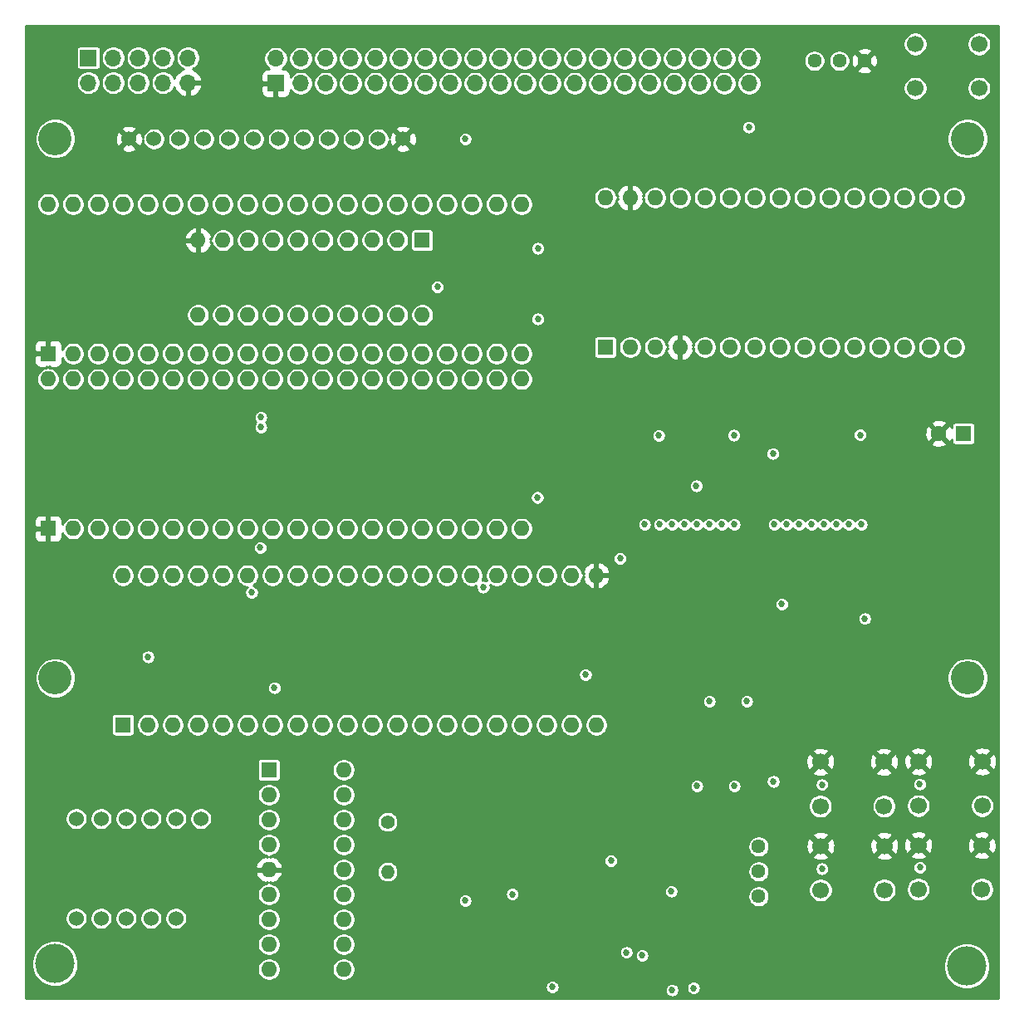
<source format=gbr>
%TF.GenerationSoftware,KiCad,Pcbnew,(5.1.7)-1*%
%TF.CreationDate,2020-12-26T11:55:58+01:00*%
%TF.ProjectId,sbc6526,73626336-3532-4362-9e6b-696361645f70,rev?*%
%TF.SameCoordinates,Original*%
%TF.FileFunction,Copper,L2,Inr*%
%TF.FilePolarity,Positive*%
%FSLAX46Y46*%
G04 Gerber Fmt 4.6, Leading zero omitted, Abs format (unit mm)*
G04 Created by KiCad (PCBNEW (5.1.7)-1) date 2020-12-26 11:55:58*
%MOMM*%
%LPD*%
G01*
G04 APERTURE LIST*
%TA.AperFunction,ComponentPad*%
%ADD10O,1.600000X1.600000*%
%TD*%
%TA.AperFunction,ComponentPad*%
%ADD11R,1.600000X1.600000*%
%TD*%
%TA.AperFunction,WasherPad*%
%ADD12C,3.400000*%
%TD*%
%TA.AperFunction,ComponentPad*%
%ADD13C,1.524000*%
%TD*%
%TA.AperFunction,ComponentPad*%
%ADD14O,1.700000X1.700000*%
%TD*%
%TA.AperFunction,ComponentPad*%
%ADD15R,1.700000X1.700000*%
%TD*%
%TA.AperFunction,ComponentPad*%
%ADD16C,1.440000*%
%TD*%
%TA.AperFunction,ComponentPad*%
%ADD17C,1.600000*%
%TD*%
%TA.AperFunction,ComponentPad*%
%ADD18O,1.400000X1.400000*%
%TD*%
%TA.AperFunction,ComponentPad*%
%ADD19C,1.400000*%
%TD*%
%TA.AperFunction,ComponentPad*%
%ADD20C,1.700000*%
%TD*%
%TA.AperFunction,ViaPad*%
%ADD21C,4.000000*%
%TD*%
%TA.AperFunction,ViaPad*%
%ADD22C,0.685800*%
%TD*%
%TA.AperFunction,Conductor*%
%ADD23C,0.254000*%
%TD*%
%TA.AperFunction,Conductor*%
%ADD24C,0.100000*%
%TD*%
G04 APERTURE END LIST*
D10*
%TO.N,/~RES*%
%TO.C,U3*%
X110325000Y-106450000D03*
%TO.N,/bootstrap/A11*%
X158585000Y-121690000D03*
%TO.N,Net-(U3-Pad39)*%
X112865000Y-106450000D03*
%TO.N,/bootstrap/A10*%
X156045000Y-121690000D03*
%TO.N,VCC*%
X115405000Y-106450000D03*
%TO.N,/bootstrap/A9*%
X153505000Y-121690000D03*
%TO.N,/PHI2*%
X117945000Y-106450000D03*
%TO.N,/bootstrap/A8*%
X150965000Y-121690000D03*
%TO.N,/bootstrap/BE*%
X120485000Y-106450000D03*
%TO.N,/bootstrap/A7*%
X148425000Y-121690000D03*
%TO.N,Net-(U3-Pad35)*%
X123025000Y-106450000D03*
%TO.N,/bootstrap/A6*%
X145885000Y-121690000D03*
%TO.N,/R~W*%
X125565000Y-106450000D03*
%TO.N,/bootstrap/A5*%
X143345000Y-121690000D03*
%TO.N,/bootstrap/D0*%
X128105000Y-106450000D03*
%TO.N,/bootstrap/A4*%
X140805000Y-121690000D03*
%TO.N,/bootstrap/D1*%
X130645000Y-106450000D03*
%TO.N,/bootstrap/A3*%
X138265000Y-121690000D03*
%TO.N,/bootstrap/D2*%
X133185000Y-106450000D03*
%TO.N,/bootstrap/A2*%
X135725000Y-121690000D03*
%TO.N,/bootstrap/D3*%
X135725000Y-106450000D03*
%TO.N,/bootstrap/A1*%
X133185000Y-121690000D03*
%TO.N,/bootstrap/D4*%
X138265000Y-106450000D03*
%TO.N,/bootstrap/A0*%
X130645000Y-121690000D03*
%TO.N,/bootstrap/D5*%
X140805000Y-106450000D03*
%TO.N,VCC*%
X128105000Y-121690000D03*
%TO.N,/bootstrap/D6*%
X143345000Y-106450000D03*
%TO.N,Net-(U3-Pad7)*%
X125565000Y-121690000D03*
%TO.N,/bootstrap/D7*%
X145885000Y-106450000D03*
%TO.N,/~VIAIRQ*%
X123025000Y-121690000D03*
%TO.N,/bootstrap/A15*%
X148425000Y-106450000D03*
%TO.N,Net-(U3-Pad5)*%
X120485000Y-121690000D03*
%TO.N,/bootstrap/A14*%
X150965000Y-106450000D03*
%TO.N,/~IRQ*%
X117945000Y-121690000D03*
%TO.N,/bootstrap/A13*%
X153505000Y-106450000D03*
%TO.N,Net-(U3-Pad3)*%
X115405000Y-121690000D03*
%TO.N,/bootstrap/A12*%
X156045000Y-106450000D03*
%TO.N,Net-(R11-Pad1)*%
X112865000Y-121690000D03*
%TO.N,GND*%
X158585000Y-106450000D03*
D11*
%TO.N,Net-(U3-Pad1)*%
X110325000Y-121690000D03*
%TD*%
D12*
%TO.N,*%
%TO.C,LCD1*%
X196425000Y-61925000D03*
X196425000Y-116925000D03*
X103425000Y-116925000D03*
X103425000Y-61925000D03*
D13*
%TO.N,GND*%
X138875000Y-61965000D03*
%TO.N,Net-(LCD1-Pad15)*%
X136335000Y-61965000D03*
%TO.N,/peripherals/LCD_D7*%
X133795000Y-61965000D03*
%TO.N,/peripherals/LCD_D6*%
X131255000Y-61965000D03*
%TO.N,/peripherals/LCD_D5*%
X128715000Y-61965000D03*
%TO.N,/peripherals/LCD_D4*%
X126175000Y-61965000D03*
%TO.N,/peripherals/LCD_E*%
X123635000Y-61965000D03*
%TO.N,/peripherals/LCD_RW*%
X121095000Y-61965000D03*
%TO.N,/peripherals/LCD_RS*%
X118555000Y-61965000D03*
%TO.N,Net-(LCD1-Pad3)*%
X116015000Y-61965000D03*
%TO.N,VCC*%
X113475000Y-61965000D03*
%TO.N,GND*%
X110935000Y-61965000D03*
%TD*%
D10*
%TO.N,Net-(U2-Pad40)*%
%TO.C,U2*%
X102700000Y-86460000D03*
%TO.N,VCC*%
X150960000Y-101700000D03*
%TO.N,Net-(U2-Pad39)*%
X105240000Y-86460000D03*
%TO.N,Net-(U2-Pad19)*%
X148420000Y-101700000D03*
%TO.N,/bootstrap/A0*%
X107780000Y-86460000D03*
%TO.N,Net-(U2-Pad18)*%
X145880000Y-101700000D03*
%TO.N,/bootstrap/A1*%
X110320000Y-86460000D03*
%TO.N,/io/VPB7*%
X143340000Y-101700000D03*
%TO.N,/bootstrap/A2*%
X112860000Y-86460000D03*
%TO.N,/io/VPB6*%
X140800000Y-101700000D03*
%TO.N,/bootstrap/A3*%
X115400000Y-86460000D03*
%TO.N,/io/VPB5*%
X138260000Y-101700000D03*
%TO.N,/~RES*%
X117940000Y-86460000D03*
%TO.N,/io/VPB4*%
X135720000Y-101700000D03*
%TO.N,/bootstrap/D0*%
X120480000Y-86460000D03*
%TO.N,Net-(U2-Pad13)*%
X133180000Y-101700000D03*
%TO.N,/bootstrap/D1*%
X123020000Y-86460000D03*
%TO.N,Net-(U2-Pad12)*%
X130640000Y-101700000D03*
%TO.N,/bootstrap/D2*%
X125560000Y-86460000D03*
%TO.N,/TOD*%
X128100000Y-101700000D03*
%TO.N,/bootstrap/D3*%
X128100000Y-86460000D03*
%TO.N,/TODENABLE*%
X125560000Y-101700000D03*
%TO.N,/bootstrap/D4*%
X130640000Y-86460000D03*
%TO.N,/peripherals/LCD_D7*%
X123020000Y-101700000D03*
%TO.N,/bootstrap/D5*%
X133180000Y-86460000D03*
%TO.N,/peripherals/LCD_D6*%
X120480000Y-101700000D03*
%TO.N,/bootstrap/D6*%
X135720000Y-86460000D03*
%TO.N,/peripherals/LCD_D5*%
X117940000Y-101700000D03*
%TO.N,/bootstrap/D7*%
X138260000Y-86460000D03*
%TO.N,/peripherals/LCD_D4*%
X115400000Y-101700000D03*
%TO.N,/PHI2*%
X140800000Y-86460000D03*
%TO.N,/peripherals/LCD_E*%
X112860000Y-101700000D03*
%TO.N,VCC*%
X143340000Y-86460000D03*
%TO.N,/peripherals/LCD_RW*%
X110320000Y-101700000D03*
%TO.N,/memory/~VIA*%
X145880000Y-86460000D03*
%TO.N,/peripherals/LCD_RS*%
X107780000Y-101700000D03*
%TO.N,/R~W*%
X148420000Y-86460000D03*
%TO.N,/peripherals/~CIARES*%
X105240000Y-101700000D03*
%TO.N,/~VIAIRQ*%
X150960000Y-86460000D03*
D11*
%TO.N,GND*%
X102700000Y-101700000D03*
%TD*%
D14*
%TO.N,/~IRQ*%
%TO.C,EXT6526*%
X174160000Y-53760000D03*
%TO.N,VCC*%
X174160000Y-56300000D03*
%TO.N,/R~W*%
X171620000Y-53760000D03*
%TO.N,/TOD*%
X171620000Y-56300000D03*
%TO.N,/memory/~CIAEXT*%
X169080000Y-53760000D03*
%TO.N,/peripherals/~EXTFLAG*%
X169080000Y-56300000D03*
%TO.N,/peripherals/~EXTPC*%
X166540000Y-53760000D03*
%TO.N,/io/PB7*%
X166540000Y-56300000D03*
%TO.N,/PHI2*%
X164000000Y-53760000D03*
%TO.N,/io/PB6*%
X164000000Y-56300000D03*
%TO.N,/bootstrap/D7*%
X161460000Y-53760000D03*
%TO.N,/io/PB5*%
X161460000Y-56300000D03*
%TO.N,/bootstrap/D6*%
X158920000Y-53760000D03*
%TO.N,/io/PB4*%
X158920000Y-56300000D03*
%TO.N,/bootstrap/D5*%
X156380000Y-53760000D03*
%TO.N,/io/PB3*%
X156380000Y-56300000D03*
%TO.N,/bootstrap/D4*%
X153840000Y-53760000D03*
%TO.N,/io/PB2*%
X153840000Y-56300000D03*
%TO.N,/bootstrap/D3*%
X151300000Y-53760000D03*
%TO.N,/io/PB1*%
X151300000Y-56300000D03*
%TO.N,/bootstrap/D2*%
X148760000Y-53760000D03*
%TO.N,/io/PB0*%
X148760000Y-56300000D03*
%TO.N,/bootstrap/D1*%
X146220000Y-53760000D03*
%TO.N,/peripherals/PA7*%
X146220000Y-56300000D03*
%TO.N,/bootstrap/D0*%
X143680000Y-53760000D03*
%TO.N,/peripherals/PA6*%
X143680000Y-56300000D03*
%TO.N,/peripherals/~CIARES*%
X141140000Y-53760000D03*
%TO.N,/peripherals/PA5*%
X141140000Y-56300000D03*
%TO.N,/bootstrap/A3*%
X138600000Y-53760000D03*
%TO.N,/peripherals/PA4*%
X138600000Y-56300000D03*
%TO.N,/bootstrap/A2*%
X136060000Y-53760000D03*
%TO.N,/peripherals/PA3*%
X136060000Y-56300000D03*
%TO.N,/bootstrap/A1*%
X133520000Y-53760000D03*
%TO.N,/peripherals/PA2*%
X133520000Y-56300000D03*
%TO.N,/bootstrap/A0*%
X130980000Y-53760000D03*
%TO.N,/peripherals/PA1*%
X130980000Y-56300000D03*
%TO.N,/peripherals/SERDAT*%
X128440000Y-53760000D03*
%TO.N,/peripherals/PA0*%
X128440000Y-56300000D03*
%TO.N,/peripherals/SERCLK*%
X125900000Y-53760000D03*
D15*
%TO.N,GND*%
X125900000Y-56300000D03*
%TD*%
D13*
%TO.N,/clockmeter/A*%
%TO.C,LED1*%
X115730000Y-131280000D03*
%TO.N,/clockmeter/F*%
X113190000Y-131280000D03*
%TO.N,/clockmeter/C2*%
X110650000Y-131280000D03*
%TO.N,/clockmeter/C3*%
X108110000Y-131280000D03*
%TO.N,/clockmeter/B*%
X105570000Y-131280000D03*
%TO.N,/clockmeter/C1*%
X118270000Y-131280000D03*
%TO.N,/clockmeter/G*%
X115730000Y-141440000D03*
%TO.N,/clockmeter/C*%
X113190000Y-141440000D03*
%TO.N,/clockmeter/DP*%
X110650000Y-141440000D03*
%TO.N,/clockmeter/D*%
X108110000Y-141440000D03*
%TO.N,/clockmeter/E*%
X105570000Y-141440000D03*
%TD*%
D16*
%TO.N,Net-(P1-Pad3)*%
%TO.C,P1*%
X175133000Y-139192000D03*
%TO.N,Net-(P1-Pad2)*%
X175133000Y-136652000D03*
%TO.N,Net-(C13-Pad1)*%
X175133000Y-134112000D03*
%TD*%
D17*
%TO.N,GND*%
%TO.C,C14*%
X193500000Y-92000000D03*
D11*
%TO.N,VCC*%
X196000000Y-92000000D03*
%TD*%
D10*
%TO.N,/TOD*%
%TO.C,NANO1*%
X195060000Y-67960000D03*
%TO.N,/R~W*%
X195060000Y-83200000D03*
%TO.N,Net-(NANO1-Pad30)*%
X159500000Y-67960000D03*
%TO.N,/bootstrap/RESET*%
X192520000Y-83200000D03*
%TO.N,GND*%
X162040000Y-67960000D03*
%TO.N,/~CE*%
X189980000Y-83200000D03*
%TO.N,Net-(NANO1-Pad28)*%
X164580000Y-67960000D03*
%TO.N,/bootstrap/D0*%
X187440000Y-83200000D03*
%TO.N,VCC*%
X167120000Y-67960000D03*
%TO.N,/bootstrap/D1*%
X184900000Y-83200000D03*
%TO.N,/TODENABLE*%
X169660000Y-67960000D03*
%TO.N,/bootstrap/D2*%
X182360000Y-83200000D03*
%TO.N,Net-(NANO1-Pad25)*%
X172200000Y-67960000D03*
%TO.N,/bootstrap/D3*%
X179820000Y-83200000D03*
%TO.N,Net-(NANO1-Pad24)*%
X174740000Y-67960000D03*
%TO.N,/bootstrap/D4*%
X177280000Y-83200000D03*
%TO.N,/bootstrap/DS*%
X177280000Y-67960000D03*
%TO.N,/bootstrap/D5*%
X174740000Y-83200000D03*
%TO.N,Net-(NANO1-Pad22)*%
X179820000Y-67960000D03*
%TO.N,/bootstrap/D6*%
X172200000Y-83200000D03*
%TO.N,/bootstrap/BE*%
X182360000Y-67960000D03*
%TO.N,/bootstrap/D7*%
X169660000Y-83200000D03*
%TO.N,/bootstrap/LATCH*%
X184900000Y-67960000D03*
%TO.N,GND*%
X167120000Y-83200000D03*
%TO.N,/bootstrap/CLOCK*%
X187440000Y-67960000D03*
%TO.N,Net-(NANO1-Pad3)*%
X164580000Y-83200000D03*
%TO.N,Net-(NANO1-Pad18)*%
X189980000Y-67960000D03*
%TO.N,Net-(NANO1-Pad2)*%
X162040000Y-83200000D03*
%TO.N,Net-(NANO1-Pad17)*%
X192520000Y-67960000D03*
D11*
%TO.N,Net-(NANO1-Pad1)*%
X159500000Y-83200000D03*
%TD*%
D16*
%TO.N,VCC*%
%TO.C,P2*%
X180820000Y-54000000D03*
%TO.N,Net-(LCD1-Pad3)*%
X183360000Y-54000000D03*
%TO.N,GND*%
X185900000Y-54000000D03*
%TD*%
D10*
%TO.N,Net-(PIC1-Pad18)*%
%TO.C,PIC1*%
X132820000Y-126300000D03*
%TO.N,Net-(PIC1-Pad9)*%
X125200000Y-146620000D03*
%TO.N,/clockmeter/C3*%
X132820000Y-128840000D03*
%TO.N,Net-(PIC1-Pad8)*%
X125200000Y-144080000D03*
%TO.N,Net-(C5-Pad1)*%
X132820000Y-131380000D03*
%TO.N,Net-(PIC1-Pad7)*%
X125200000Y-141540000D03*
%TO.N,Net-(C6-Pad1)*%
X132820000Y-133920000D03*
%TO.N,Net-(PIC1-Pad6)*%
X125200000Y-139000000D03*
%TO.N,VCC*%
X132820000Y-136460000D03*
%TO.N,GND*%
X125200000Y-136460000D03*
%TO.N,Net-(PIC1-Pad13)*%
X132820000Y-139000000D03*
%TO.N,Net-(PIC1-Pad4)*%
X125200000Y-133920000D03*
%TO.N,Net-(PIC1-Pad12)*%
X132820000Y-141540000D03*
%TO.N,/clock/~PHI2*%
X125200000Y-131380000D03*
%TO.N,Net-(PIC1-Pad11)*%
X132820000Y-144080000D03*
%TO.N,/clockmeter/C1*%
X125200000Y-128840000D03*
%TO.N,Net-(PIC1-Pad10)*%
X132820000Y-146620000D03*
D11*
%TO.N,/clockmeter/C2*%
X125200000Y-126300000D03*
%TD*%
D10*
%TO.N,VCC*%
%TO.C,U11*%
X140843000Y-79920000D03*
%TO.N,GND*%
X117983000Y-72300000D03*
%TO.N,/memory/~CIA*%
X138303000Y-79920000D03*
%TO.N,/peripherals/DB0*%
X120523000Y-72300000D03*
%TO.N,/bootstrap/D7*%
X135763000Y-79920000D03*
%TO.N,/peripherals/DB1*%
X123063000Y-72300000D03*
%TO.N,/bootstrap/D6*%
X133223000Y-79920000D03*
%TO.N,/peripherals/DB2*%
X125603000Y-72300000D03*
%TO.N,/bootstrap/D5*%
X130683000Y-79920000D03*
%TO.N,/peripherals/DB3*%
X128143000Y-72300000D03*
%TO.N,/bootstrap/D4*%
X128143000Y-79920000D03*
%TO.N,/peripherals/DB4*%
X130683000Y-72300000D03*
%TO.N,/bootstrap/D3*%
X125603000Y-79920000D03*
%TO.N,/peripherals/DB5*%
X133223000Y-72300000D03*
%TO.N,/bootstrap/D2*%
X123063000Y-79920000D03*
%TO.N,/peripherals/DB6*%
X135763000Y-72300000D03*
%TO.N,/bootstrap/D1*%
X120523000Y-79920000D03*
%TO.N,/peripherals/DB7*%
X138303000Y-72300000D03*
%TO.N,/bootstrap/D0*%
X117983000Y-79920000D03*
D11*
%TO.N,/R~W*%
X140843000Y-72300000D03*
%TD*%
D18*
%TO.N,Net-(C6-Pad1)*%
%TO.C,Y1*%
X137300000Y-136680000D03*
D19*
%TO.N,Net-(C5-Pad1)*%
X137300000Y-131600000D03*
%TD*%
D14*
%TO.N,GND*%
%TO.C,J1*%
X116960000Y-56240000D03*
%TO.N,/io/PB0*%
X116960000Y-53700000D03*
%TO.N,/io/PB1*%
X114420000Y-56240000D03*
%TO.N,/io/PB2*%
X114420000Y-53700000D03*
%TO.N,/io/PB3*%
X111880000Y-56240000D03*
%TO.N,/io/PB4*%
X111880000Y-53700000D03*
%TO.N,/io/PB5*%
X109340000Y-56240000D03*
%TO.N,/io/PB6*%
X109340000Y-53700000D03*
%TO.N,/io/PB7*%
X106800000Y-56240000D03*
D15*
%TO.N,VCC*%
X106800000Y-53700000D03*
%TD*%
D20*
%TO.N,GND*%
%TO.C,SW1*%
X181420000Y-125490000D03*
X187920000Y-125490000D03*
%TO.N,/io/VPB7*%
X181420000Y-129990000D03*
X187920000Y-129990000D03*
%TD*%
%TO.N,GND*%
%TO.C,SW2*%
X181440000Y-134050000D03*
X187940000Y-134050000D03*
%TO.N,/io/VPB6*%
X181440000Y-138550000D03*
X187940000Y-138550000D03*
%TD*%
%TO.N,GND*%
%TO.C,SW3*%
X191400000Y-133970000D03*
X197900000Y-133970000D03*
%TO.N,/io/VPB5*%
X191400000Y-138470000D03*
X197900000Y-138470000D03*
%TD*%
%TO.N,GND*%
%TO.C,SW4*%
X191420000Y-125450000D03*
X197920000Y-125450000D03*
%TO.N,/io/VPB4*%
X191420000Y-129950000D03*
X197920000Y-129950000D03*
%TD*%
%TO.N,Net-(R13-Pad2)*%
%TO.C,SW5*%
X197600000Y-56800000D03*
X191100000Y-56800000D03*
%TO.N,VCC*%
X197600000Y-52300000D03*
X191100000Y-52300000D03*
%TD*%
D11*
%TO.N,GND*%
%TO.C,U1*%
X102700000Y-83850000D03*
D10*
%TO.N,/~IRQ*%
X150960000Y-68610000D03*
%TO.N,/peripherals/PA0*%
X105240000Y-83850000D03*
%TO.N,/R~W*%
X148420000Y-68610000D03*
%TO.N,/peripherals/PA1*%
X107780000Y-83850000D03*
%TO.N,/memory/~CIA*%
X145880000Y-68610000D03*
%TO.N,/peripherals/PA2*%
X110320000Y-83850000D03*
%TO.N,/peripherals/~EXTFLAG*%
X143340000Y-68610000D03*
%TO.N,/peripherals/PA3*%
X112860000Y-83850000D03*
%TO.N,/PHI2*%
X140800000Y-68610000D03*
%TO.N,/peripherals/PA4*%
X115400000Y-83850000D03*
%TO.N,/peripherals/DB7*%
X138260000Y-68610000D03*
%TO.N,/peripherals/PA5*%
X117940000Y-83850000D03*
%TO.N,/peripherals/DB6*%
X135720000Y-68610000D03*
%TO.N,/peripherals/PA6*%
X120480000Y-83850000D03*
%TO.N,/peripherals/DB5*%
X133180000Y-68610000D03*
%TO.N,/peripherals/PA7*%
X123020000Y-83850000D03*
%TO.N,/peripherals/DB4*%
X130640000Y-68610000D03*
%TO.N,/io/PB0*%
X125560000Y-83850000D03*
%TO.N,/peripherals/DB3*%
X128100000Y-68610000D03*
%TO.N,/io/PB1*%
X128100000Y-83850000D03*
%TO.N,/peripherals/DB2*%
X125560000Y-68610000D03*
%TO.N,/io/PB2*%
X130640000Y-83850000D03*
%TO.N,/peripherals/DB1*%
X123020000Y-68610000D03*
%TO.N,/io/PB3*%
X133180000Y-83850000D03*
%TO.N,/peripherals/DB0*%
X120480000Y-68610000D03*
%TO.N,/io/PB4*%
X135720000Y-83850000D03*
%TO.N,/peripherals/~CIARES*%
X117940000Y-68610000D03*
%TO.N,/io/PB5*%
X138260000Y-83850000D03*
%TO.N,/bootstrap/A3*%
X115400000Y-68610000D03*
%TO.N,/io/PB6*%
X140800000Y-83850000D03*
%TO.N,/bootstrap/A2*%
X112860000Y-68610000D03*
%TO.N,/io/PB7*%
X143340000Y-83850000D03*
%TO.N,/bootstrap/A1*%
X110320000Y-68610000D03*
%TO.N,/peripherals/~EXTPC*%
X145880000Y-83850000D03*
%TO.N,/bootstrap/A0*%
X107780000Y-68610000D03*
%TO.N,/TOD*%
X148420000Y-83850000D03*
%TO.N,/peripherals/SERDAT*%
X105240000Y-68610000D03*
%TO.N,VCC*%
X150960000Y-83850000D03*
%TO.N,/peripherals/SERCLK*%
X102700000Y-68610000D03*
%TD*%
D21*
%TO.N,*%
X196342000Y-146304000D03*
X103378000Y-146050000D03*
D22*
%TO.N,GND*%
X152575000Y-96475000D03*
X139850000Y-134175000D03*
X152625000Y-78225000D03*
X142325000Y-74975000D03*
X181037500Y-109362500D03*
X176625000Y-122625000D03*
X168500000Y-143400000D03*
X150275000Y-148725000D03*
X176200000Y-60675000D03*
X143650000Y-129250000D03*
X161425000Y-129300000D03*
X166175000Y-133550000D03*
X186750000Y-97150000D03*
X173850000Y-97550000D03*
X151550000Y-143750000D03*
X156575000Y-143625000D03*
X142675000Y-143650000D03*
X152750000Y-144950000D03*
X128075000Y-114250000D03*
X172650000Y-119305000D03*
X166300000Y-119305000D03*
X168840000Y-106351000D03*
X167570000Y-114987000D03*
X170110000Y-114987000D03*
X166300000Y-110161000D03*
%TO.N,/memory/RAMCE*%
X145218000Y-139625000D03*
X160073195Y-135561000D03*
%TO.N,VCC*%
X112875000Y-114775000D03*
X152575000Y-98525000D03*
X152625000Y-80325000D03*
X142375000Y-77050000D03*
X152625000Y-73125000D03*
X154100000Y-148425000D03*
X168500000Y-148525000D03*
X166225000Y-138675000D03*
X176625000Y-127475000D03*
X177500000Y-109400000D03*
X185950000Y-110875000D03*
X172600000Y-92175000D03*
X185475000Y-92150000D03*
X164950000Y-92200000D03*
X145225000Y-61975000D03*
X174125000Y-60775000D03*
X191575000Y-136225000D03*
X181600000Y-136375000D03*
X181600000Y-127800000D03*
X191550000Y-127750000D03*
X125775000Y-117925000D03*
X176587090Y-94047954D03*
X173920000Y-119305000D03*
X168840000Y-127941000D03*
X172650000Y-127941000D03*
X170110000Y-119305000D03*
%TO.N,/memory/~VIA*%
X161645400Y-144907062D03*
%TO.N,/memory/~CIA*%
X163252000Y-145213000D03*
%TO.N,/bootstrap/BE*%
X168779149Y-97339843D03*
%TO.N,/~VIAIRQ*%
X124320961Y-103631252D03*
%TO.N,/~RES*%
X161004183Y-104742417D03*
X123444000Y-108204000D03*
%TO.N,/PHI2*%
X157480000Y-116586000D03*
%TO.N,/TODENABLE*%
X124390000Y-91365000D03*
%TO.N,/~CE*%
X150021865Y-138960072D03*
%TO.N,/bootstrap/D0*%
X124390000Y-90349000D03*
%TO.N,/bootstrap/A11*%
X180524000Y-101271000D03*
%TO.N,/bootstrap/A10*%
X179254000Y-101271000D03*
%TO.N,/bootstrap/A9*%
X177984000Y-101271000D03*
%TO.N,/bootstrap/A8*%
X176714000Y-101271000D03*
%TO.N,/bootstrap/A7*%
X172650000Y-101271000D03*
%TO.N,/bootstrap/A6*%
X171380000Y-101271000D03*
%TO.N,/bootstrap/A5*%
X170110000Y-101271000D03*
%TO.N,/bootstrap/A4*%
X168840000Y-101271000D03*
%TO.N,/bootstrap/A15*%
X185604000Y-101271000D03*
%TO.N,/bootstrap/A14*%
X184334000Y-101271000D03*
%TO.N,/bootstrap/A13*%
X183064000Y-101271000D03*
%TO.N,/bootstrap/A12*%
X181794000Y-101271000D03*
%TO.N,/bootstrap/A0*%
X163506000Y-101271000D03*
%TO.N,/bootstrap/A1*%
X165030000Y-101271000D03*
%TO.N,/bootstrap/A2*%
X166300000Y-101271000D03*
%TO.N,/bootstrap/A3*%
X167570000Y-101271000D03*
%TO.N,/R~W*%
X147066000Y-107670600D03*
%TO.N,/memory/~CIAEXT*%
X166300000Y-148743600D03*
%TD*%
D23*
%TO.N,GND*%
X199591000Y-149591000D02*
X100409000Y-149591000D01*
X100409000Y-145815197D01*
X100994000Y-145815197D01*
X100994000Y-146284803D01*
X101085616Y-146745387D01*
X101265327Y-147179247D01*
X101526226Y-147569711D01*
X101858289Y-147901774D01*
X102248753Y-148162673D01*
X102682613Y-148342384D01*
X103143197Y-148434000D01*
X103612803Y-148434000D01*
X104017970Y-148353407D01*
X153373100Y-148353407D01*
X153373100Y-148496593D01*
X153401035Y-148637029D01*
X153455830Y-148769316D01*
X153535380Y-148888372D01*
X153636628Y-148989620D01*
X153755684Y-149069170D01*
X153887971Y-149123965D01*
X154028407Y-149151900D01*
X154171593Y-149151900D01*
X154312029Y-149123965D01*
X154444316Y-149069170D01*
X154563372Y-148989620D01*
X154664620Y-148888372D01*
X154744170Y-148769316D01*
X154784476Y-148672007D01*
X165573100Y-148672007D01*
X165573100Y-148815193D01*
X165601035Y-148955629D01*
X165655830Y-149087916D01*
X165735380Y-149206972D01*
X165836628Y-149308220D01*
X165955684Y-149387770D01*
X166087971Y-149442565D01*
X166228407Y-149470500D01*
X166371593Y-149470500D01*
X166512029Y-149442565D01*
X166644316Y-149387770D01*
X166763372Y-149308220D01*
X166864620Y-149206972D01*
X166944170Y-149087916D01*
X166998965Y-148955629D01*
X167026900Y-148815193D01*
X167026900Y-148672007D01*
X166998965Y-148531571D01*
X166966589Y-148453407D01*
X167773100Y-148453407D01*
X167773100Y-148596593D01*
X167801035Y-148737029D01*
X167855830Y-148869316D01*
X167935380Y-148988372D01*
X168036628Y-149089620D01*
X168155684Y-149169170D01*
X168287971Y-149223965D01*
X168428407Y-149251900D01*
X168571593Y-149251900D01*
X168712029Y-149223965D01*
X168844316Y-149169170D01*
X168963372Y-149089620D01*
X169064620Y-148988372D01*
X169144170Y-148869316D01*
X169198965Y-148737029D01*
X169226900Y-148596593D01*
X169226900Y-148453407D01*
X169198965Y-148312971D01*
X169144170Y-148180684D01*
X169064620Y-148061628D01*
X168963372Y-147960380D01*
X168844316Y-147880830D01*
X168712029Y-147826035D01*
X168571593Y-147798100D01*
X168428407Y-147798100D01*
X168287971Y-147826035D01*
X168155684Y-147880830D01*
X168036628Y-147960380D01*
X167935380Y-148061628D01*
X167855830Y-148180684D01*
X167801035Y-148312971D01*
X167773100Y-148453407D01*
X166966589Y-148453407D01*
X166944170Y-148399284D01*
X166864620Y-148280228D01*
X166763372Y-148178980D01*
X166644316Y-148099430D01*
X166512029Y-148044635D01*
X166371593Y-148016700D01*
X166228407Y-148016700D01*
X166087971Y-148044635D01*
X165955684Y-148099430D01*
X165836628Y-148178980D01*
X165735380Y-148280228D01*
X165655830Y-148399284D01*
X165601035Y-148531571D01*
X165573100Y-148672007D01*
X154784476Y-148672007D01*
X154798965Y-148637029D01*
X154826900Y-148496593D01*
X154826900Y-148353407D01*
X154798965Y-148212971D01*
X154744170Y-148080684D01*
X154664620Y-147961628D01*
X154563372Y-147860380D01*
X154444316Y-147780830D01*
X154312029Y-147726035D01*
X154171593Y-147698100D01*
X154028407Y-147698100D01*
X153887971Y-147726035D01*
X153755684Y-147780830D01*
X153636628Y-147860380D01*
X153535380Y-147961628D01*
X153455830Y-148080684D01*
X153401035Y-148212971D01*
X153373100Y-148353407D01*
X104017970Y-148353407D01*
X104073387Y-148342384D01*
X104507247Y-148162673D01*
X104897711Y-147901774D01*
X105229774Y-147569711D01*
X105490673Y-147179247D01*
X105670384Y-146745387D01*
X105718521Y-146503386D01*
X124016000Y-146503386D01*
X124016000Y-146736614D01*
X124061500Y-146965360D01*
X124150753Y-147180834D01*
X124280327Y-147374756D01*
X124445244Y-147539673D01*
X124639166Y-147669247D01*
X124854640Y-147758500D01*
X125083386Y-147804000D01*
X125316614Y-147804000D01*
X125545360Y-147758500D01*
X125760834Y-147669247D01*
X125954756Y-147539673D01*
X126119673Y-147374756D01*
X126249247Y-147180834D01*
X126338500Y-146965360D01*
X126384000Y-146736614D01*
X126384000Y-146503386D01*
X131636000Y-146503386D01*
X131636000Y-146736614D01*
X131681500Y-146965360D01*
X131770753Y-147180834D01*
X131900327Y-147374756D01*
X132065244Y-147539673D01*
X132259166Y-147669247D01*
X132474640Y-147758500D01*
X132703386Y-147804000D01*
X132936614Y-147804000D01*
X133165360Y-147758500D01*
X133380834Y-147669247D01*
X133574756Y-147539673D01*
X133739673Y-147374756D01*
X133869247Y-147180834D01*
X133958500Y-146965360D01*
X134004000Y-146736614D01*
X134004000Y-146503386D01*
X133958500Y-146274640D01*
X133873403Y-146069197D01*
X193958000Y-146069197D01*
X193958000Y-146538803D01*
X194049616Y-146999387D01*
X194229327Y-147433247D01*
X194490226Y-147823711D01*
X194822289Y-148155774D01*
X195212753Y-148416673D01*
X195646613Y-148596384D01*
X196107197Y-148688000D01*
X196576803Y-148688000D01*
X197037387Y-148596384D01*
X197471247Y-148416673D01*
X197861711Y-148155774D01*
X198193774Y-147823711D01*
X198454673Y-147433247D01*
X198634384Y-146999387D01*
X198726000Y-146538803D01*
X198726000Y-146069197D01*
X198634384Y-145608613D01*
X198454673Y-145174753D01*
X198193774Y-144784289D01*
X197861711Y-144452226D01*
X197471247Y-144191327D01*
X197037387Y-144011616D01*
X196576803Y-143920000D01*
X196107197Y-143920000D01*
X195646613Y-144011616D01*
X195212753Y-144191327D01*
X194822289Y-144452226D01*
X194490226Y-144784289D01*
X194229327Y-145174753D01*
X194049616Y-145608613D01*
X193958000Y-146069197D01*
X133873403Y-146069197D01*
X133869247Y-146059166D01*
X133739673Y-145865244D01*
X133574756Y-145700327D01*
X133380834Y-145570753D01*
X133165360Y-145481500D01*
X132936614Y-145436000D01*
X132703386Y-145436000D01*
X132474640Y-145481500D01*
X132259166Y-145570753D01*
X132065244Y-145700327D01*
X131900327Y-145865244D01*
X131770753Y-146059166D01*
X131681500Y-146274640D01*
X131636000Y-146503386D01*
X126384000Y-146503386D01*
X126338500Y-146274640D01*
X126249247Y-146059166D01*
X126119673Y-145865244D01*
X125954756Y-145700327D01*
X125760834Y-145570753D01*
X125545360Y-145481500D01*
X125316614Y-145436000D01*
X125083386Y-145436000D01*
X124854640Y-145481500D01*
X124639166Y-145570753D01*
X124445244Y-145700327D01*
X124280327Y-145865244D01*
X124150753Y-146059166D01*
X124061500Y-146274640D01*
X124016000Y-146503386D01*
X105718521Y-146503386D01*
X105762000Y-146284803D01*
X105762000Y-145815197D01*
X105670384Y-145354613D01*
X105490673Y-144920753D01*
X105229774Y-144530289D01*
X104897711Y-144198226D01*
X104546248Y-143963386D01*
X124016000Y-143963386D01*
X124016000Y-144196614D01*
X124061500Y-144425360D01*
X124150753Y-144640834D01*
X124280327Y-144834756D01*
X124445244Y-144999673D01*
X124639166Y-145129247D01*
X124854640Y-145218500D01*
X125083386Y-145264000D01*
X125316614Y-145264000D01*
X125545360Y-145218500D01*
X125760834Y-145129247D01*
X125954756Y-144999673D01*
X126119673Y-144834756D01*
X126249247Y-144640834D01*
X126338500Y-144425360D01*
X126384000Y-144196614D01*
X126384000Y-143963386D01*
X131636000Y-143963386D01*
X131636000Y-144196614D01*
X131681500Y-144425360D01*
X131770753Y-144640834D01*
X131900327Y-144834756D01*
X132065244Y-144999673D01*
X132259166Y-145129247D01*
X132474640Y-145218500D01*
X132703386Y-145264000D01*
X132936614Y-145264000D01*
X133165360Y-145218500D01*
X133380834Y-145129247D01*
X133574756Y-144999673D01*
X133738960Y-144835469D01*
X160918500Y-144835469D01*
X160918500Y-144978655D01*
X160946435Y-145119091D01*
X161001230Y-145251378D01*
X161080780Y-145370434D01*
X161182028Y-145471682D01*
X161301084Y-145551232D01*
X161433371Y-145606027D01*
X161573807Y-145633962D01*
X161716993Y-145633962D01*
X161857429Y-145606027D01*
X161989716Y-145551232D01*
X162108772Y-145471682D01*
X162210020Y-145370434D01*
X162289570Y-145251378D01*
X162335121Y-145141407D01*
X162525100Y-145141407D01*
X162525100Y-145284593D01*
X162553035Y-145425029D01*
X162607830Y-145557316D01*
X162687380Y-145676372D01*
X162788628Y-145777620D01*
X162907684Y-145857170D01*
X163039971Y-145911965D01*
X163180407Y-145939900D01*
X163323593Y-145939900D01*
X163464029Y-145911965D01*
X163596316Y-145857170D01*
X163715372Y-145777620D01*
X163816620Y-145676372D01*
X163896170Y-145557316D01*
X163950965Y-145425029D01*
X163978900Y-145284593D01*
X163978900Y-145141407D01*
X163950965Y-145000971D01*
X163896170Y-144868684D01*
X163816620Y-144749628D01*
X163715372Y-144648380D01*
X163596316Y-144568830D01*
X163464029Y-144514035D01*
X163323593Y-144486100D01*
X163180407Y-144486100D01*
X163039971Y-144514035D01*
X162907684Y-144568830D01*
X162788628Y-144648380D01*
X162687380Y-144749628D01*
X162607830Y-144868684D01*
X162553035Y-145000971D01*
X162525100Y-145141407D01*
X162335121Y-145141407D01*
X162344365Y-145119091D01*
X162372300Y-144978655D01*
X162372300Y-144835469D01*
X162344365Y-144695033D01*
X162289570Y-144562746D01*
X162210020Y-144443690D01*
X162108772Y-144342442D01*
X161989716Y-144262892D01*
X161857429Y-144208097D01*
X161716993Y-144180162D01*
X161573807Y-144180162D01*
X161433371Y-144208097D01*
X161301084Y-144262892D01*
X161182028Y-144342442D01*
X161080780Y-144443690D01*
X161001230Y-144562746D01*
X160946435Y-144695033D01*
X160918500Y-144835469D01*
X133738960Y-144835469D01*
X133739673Y-144834756D01*
X133869247Y-144640834D01*
X133958500Y-144425360D01*
X134004000Y-144196614D01*
X134004000Y-143963386D01*
X133958500Y-143734640D01*
X133869247Y-143519166D01*
X133739673Y-143325244D01*
X133574756Y-143160327D01*
X133380834Y-143030753D01*
X133165360Y-142941500D01*
X132936614Y-142896000D01*
X132703386Y-142896000D01*
X132474640Y-142941500D01*
X132259166Y-143030753D01*
X132065244Y-143160327D01*
X131900327Y-143325244D01*
X131770753Y-143519166D01*
X131681500Y-143734640D01*
X131636000Y-143963386D01*
X126384000Y-143963386D01*
X126338500Y-143734640D01*
X126249247Y-143519166D01*
X126119673Y-143325244D01*
X125954756Y-143160327D01*
X125760834Y-143030753D01*
X125545360Y-142941500D01*
X125316614Y-142896000D01*
X125083386Y-142896000D01*
X124854640Y-142941500D01*
X124639166Y-143030753D01*
X124445244Y-143160327D01*
X124280327Y-143325244D01*
X124150753Y-143519166D01*
X124061500Y-143734640D01*
X124016000Y-143963386D01*
X104546248Y-143963386D01*
X104507247Y-143937327D01*
X104073387Y-143757616D01*
X103612803Y-143666000D01*
X103143197Y-143666000D01*
X102682613Y-143757616D01*
X102248753Y-143937327D01*
X101858289Y-144198226D01*
X101526226Y-144530289D01*
X101265327Y-144920753D01*
X101085616Y-145354613D01*
X100994000Y-145815197D01*
X100409000Y-145815197D01*
X100409000Y-141327129D01*
X104424000Y-141327129D01*
X104424000Y-141552871D01*
X104468040Y-141774276D01*
X104554428Y-141982835D01*
X104679844Y-142170532D01*
X104839468Y-142330156D01*
X105027165Y-142455572D01*
X105235724Y-142541960D01*
X105457129Y-142586000D01*
X105682871Y-142586000D01*
X105904276Y-142541960D01*
X106112835Y-142455572D01*
X106300532Y-142330156D01*
X106460156Y-142170532D01*
X106585572Y-141982835D01*
X106671960Y-141774276D01*
X106716000Y-141552871D01*
X106716000Y-141327129D01*
X106964000Y-141327129D01*
X106964000Y-141552871D01*
X107008040Y-141774276D01*
X107094428Y-141982835D01*
X107219844Y-142170532D01*
X107379468Y-142330156D01*
X107567165Y-142455572D01*
X107775724Y-142541960D01*
X107997129Y-142586000D01*
X108222871Y-142586000D01*
X108444276Y-142541960D01*
X108652835Y-142455572D01*
X108840532Y-142330156D01*
X109000156Y-142170532D01*
X109125572Y-141982835D01*
X109211960Y-141774276D01*
X109256000Y-141552871D01*
X109256000Y-141327129D01*
X109504000Y-141327129D01*
X109504000Y-141552871D01*
X109548040Y-141774276D01*
X109634428Y-141982835D01*
X109759844Y-142170532D01*
X109919468Y-142330156D01*
X110107165Y-142455572D01*
X110315724Y-142541960D01*
X110537129Y-142586000D01*
X110762871Y-142586000D01*
X110984276Y-142541960D01*
X111192835Y-142455572D01*
X111380532Y-142330156D01*
X111540156Y-142170532D01*
X111665572Y-141982835D01*
X111751960Y-141774276D01*
X111796000Y-141552871D01*
X111796000Y-141327129D01*
X112044000Y-141327129D01*
X112044000Y-141552871D01*
X112088040Y-141774276D01*
X112174428Y-141982835D01*
X112299844Y-142170532D01*
X112459468Y-142330156D01*
X112647165Y-142455572D01*
X112855724Y-142541960D01*
X113077129Y-142586000D01*
X113302871Y-142586000D01*
X113524276Y-142541960D01*
X113732835Y-142455572D01*
X113920532Y-142330156D01*
X114080156Y-142170532D01*
X114205572Y-141982835D01*
X114291960Y-141774276D01*
X114336000Y-141552871D01*
X114336000Y-141327129D01*
X114584000Y-141327129D01*
X114584000Y-141552871D01*
X114628040Y-141774276D01*
X114714428Y-141982835D01*
X114839844Y-142170532D01*
X114999468Y-142330156D01*
X115187165Y-142455572D01*
X115395724Y-142541960D01*
X115617129Y-142586000D01*
X115842871Y-142586000D01*
X116064276Y-142541960D01*
X116272835Y-142455572D01*
X116460532Y-142330156D01*
X116620156Y-142170532D01*
X116745572Y-141982835D01*
X116831960Y-141774276D01*
X116876000Y-141552871D01*
X116876000Y-141423386D01*
X124016000Y-141423386D01*
X124016000Y-141656614D01*
X124061500Y-141885360D01*
X124150753Y-142100834D01*
X124280327Y-142294756D01*
X124445244Y-142459673D01*
X124639166Y-142589247D01*
X124854640Y-142678500D01*
X125083386Y-142724000D01*
X125316614Y-142724000D01*
X125545360Y-142678500D01*
X125760834Y-142589247D01*
X125954756Y-142459673D01*
X126119673Y-142294756D01*
X126249247Y-142100834D01*
X126338500Y-141885360D01*
X126384000Y-141656614D01*
X126384000Y-141423386D01*
X131636000Y-141423386D01*
X131636000Y-141656614D01*
X131681500Y-141885360D01*
X131770753Y-142100834D01*
X131900327Y-142294756D01*
X132065244Y-142459673D01*
X132259166Y-142589247D01*
X132474640Y-142678500D01*
X132703386Y-142724000D01*
X132936614Y-142724000D01*
X133165360Y-142678500D01*
X133380834Y-142589247D01*
X133574756Y-142459673D01*
X133739673Y-142294756D01*
X133869247Y-142100834D01*
X133958500Y-141885360D01*
X134004000Y-141656614D01*
X134004000Y-141423386D01*
X133958500Y-141194640D01*
X133869247Y-140979166D01*
X133739673Y-140785244D01*
X133574756Y-140620327D01*
X133380834Y-140490753D01*
X133165360Y-140401500D01*
X132936614Y-140356000D01*
X132703386Y-140356000D01*
X132474640Y-140401500D01*
X132259166Y-140490753D01*
X132065244Y-140620327D01*
X131900327Y-140785244D01*
X131770753Y-140979166D01*
X131681500Y-141194640D01*
X131636000Y-141423386D01*
X126384000Y-141423386D01*
X126338500Y-141194640D01*
X126249247Y-140979166D01*
X126119673Y-140785244D01*
X125954756Y-140620327D01*
X125760834Y-140490753D01*
X125545360Y-140401500D01*
X125316614Y-140356000D01*
X125083386Y-140356000D01*
X124854640Y-140401500D01*
X124639166Y-140490753D01*
X124445244Y-140620327D01*
X124280327Y-140785244D01*
X124150753Y-140979166D01*
X124061500Y-141194640D01*
X124016000Y-141423386D01*
X116876000Y-141423386D01*
X116876000Y-141327129D01*
X116831960Y-141105724D01*
X116745572Y-140897165D01*
X116620156Y-140709468D01*
X116460532Y-140549844D01*
X116272835Y-140424428D01*
X116064276Y-140338040D01*
X115842871Y-140294000D01*
X115617129Y-140294000D01*
X115395724Y-140338040D01*
X115187165Y-140424428D01*
X114999468Y-140549844D01*
X114839844Y-140709468D01*
X114714428Y-140897165D01*
X114628040Y-141105724D01*
X114584000Y-141327129D01*
X114336000Y-141327129D01*
X114291960Y-141105724D01*
X114205572Y-140897165D01*
X114080156Y-140709468D01*
X113920532Y-140549844D01*
X113732835Y-140424428D01*
X113524276Y-140338040D01*
X113302871Y-140294000D01*
X113077129Y-140294000D01*
X112855724Y-140338040D01*
X112647165Y-140424428D01*
X112459468Y-140549844D01*
X112299844Y-140709468D01*
X112174428Y-140897165D01*
X112088040Y-141105724D01*
X112044000Y-141327129D01*
X111796000Y-141327129D01*
X111751960Y-141105724D01*
X111665572Y-140897165D01*
X111540156Y-140709468D01*
X111380532Y-140549844D01*
X111192835Y-140424428D01*
X110984276Y-140338040D01*
X110762871Y-140294000D01*
X110537129Y-140294000D01*
X110315724Y-140338040D01*
X110107165Y-140424428D01*
X109919468Y-140549844D01*
X109759844Y-140709468D01*
X109634428Y-140897165D01*
X109548040Y-141105724D01*
X109504000Y-141327129D01*
X109256000Y-141327129D01*
X109211960Y-141105724D01*
X109125572Y-140897165D01*
X109000156Y-140709468D01*
X108840532Y-140549844D01*
X108652835Y-140424428D01*
X108444276Y-140338040D01*
X108222871Y-140294000D01*
X107997129Y-140294000D01*
X107775724Y-140338040D01*
X107567165Y-140424428D01*
X107379468Y-140549844D01*
X107219844Y-140709468D01*
X107094428Y-140897165D01*
X107008040Y-141105724D01*
X106964000Y-141327129D01*
X106716000Y-141327129D01*
X106671960Y-141105724D01*
X106585572Y-140897165D01*
X106460156Y-140709468D01*
X106300532Y-140549844D01*
X106112835Y-140424428D01*
X105904276Y-140338040D01*
X105682871Y-140294000D01*
X105457129Y-140294000D01*
X105235724Y-140338040D01*
X105027165Y-140424428D01*
X104839468Y-140549844D01*
X104679844Y-140709468D01*
X104554428Y-140897165D01*
X104468040Y-141105724D01*
X104424000Y-141327129D01*
X100409000Y-141327129D01*
X100409000Y-136809039D01*
X123808096Y-136809039D01*
X123848754Y-136943087D01*
X123968963Y-137197420D01*
X124136481Y-137423414D01*
X124344869Y-137612385D01*
X124586119Y-137757070D01*
X124850960Y-137851909D01*
X125072998Y-137730625D01*
X125072998Y-137818066D01*
X124854640Y-137861500D01*
X124639166Y-137950753D01*
X124445244Y-138080327D01*
X124280327Y-138245244D01*
X124150753Y-138439166D01*
X124061500Y-138654640D01*
X124016000Y-138883386D01*
X124016000Y-139116614D01*
X124061500Y-139345360D01*
X124150753Y-139560834D01*
X124280327Y-139754756D01*
X124445244Y-139919673D01*
X124639166Y-140049247D01*
X124854640Y-140138500D01*
X125083386Y-140184000D01*
X125316614Y-140184000D01*
X125545360Y-140138500D01*
X125760834Y-140049247D01*
X125954756Y-139919673D01*
X126119673Y-139754756D01*
X126249247Y-139560834D01*
X126338500Y-139345360D01*
X126384000Y-139116614D01*
X126384000Y-138883386D01*
X131636000Y-138883386D01*
X131636000Y-139116614D01*
X131681500Y-139345360D01*
X131770753Y-139560834D01*
X131900327Y-139754756D01*
X132065244Y-139919673D01*
X132259166Y-140049247D01*
X132474640Y-140138500D01*
X132703386Y-140184000D01*
X132936614Y-140184000D01*
X133165360Y-140138500D01*
X133380834Y-140049247D01*
X133574756Y-139919673D01*
X133739673Y-139754756D01*
X133869247Y-139560834D01*
X133872323Y-139553407D01*
X144491100Y-139553407D01*
X144491100Y-139696593D01*
X144519035Y-139837029D01*
X144573830Y-139969316D01*
X144653380Y-140088372D01*
X144754628Y-140189620D01*
X144873684Y-140269170D01*
X145005971Y-140323965D01*
X145146407Y-140351900D01*
X145289593Y-140351900D01*
X145430029Y-140323965D01*
X145562316Y-140269170D01*
X145681372Y-140189620D01*
X145782620Y-140088372D01*
X145862170Y-139969316D01*
X145916965Y-139837029D01*
X145944900Y-139696593D01*
X145944900Y-139553407D01*
X145916965Y-139412971D01*
X145862170Y-139280684D01*
X145782620Y-139161628D01*
X145681372Y-139060380D01*
X145562316Y-138980830D01*
X145430029Y-138926035D01*
X145289593Y-138898100D01*
X145146407Y-138898100D01*
X145005971Y-138926035D01*
X144873684Y-138980830D01*
X144754628Y-139060380D01*
X144653380Y-139161628D01*
X144573830Y-139280684D01*
X144519035Y-139412971D01*
X144491100Y-139553407D01*
X133872323Y-139553407D01*
X133958500Y-139345360D01*
X134004000Y-139116614D01*
X134004000Y-138888479D01*
X149294965Y-138888479D01*
X149294965Y-139031665D01*
X149322900Y-139172101D01*
X149377695Y-139304388D01*
X149457245Y-139423444D01*
X149558493Y-139524692D01*
X149677549Y-139604242D01*
X149809836Y-139659037D01*
X149950272Y-139686972D01*
X150093458Y-139686972D01*
X150233894Y-139659037D01*
X150366181Y-139604242D01*
X150485237Y-139524692D01*
X150586485Y-139423444D01*
X150666035Y-139304388D01*
X150720830Y-139172101D01*
X150748765Y-139031665D01*
X150748765Y-138888479D01*
X150720830Y-138748043D01*
X150666035Y-138615756D01*
X150657784Y-138603407D01*
X165498100Y-138603407D01*
X165498100Y-138746593D01*
X165526035Y-138887029D01*
X165580830Y-139019316D01*
X165660380Y-139138372D01*
X165761628Y-139239620D01*
X165880684Y-139319170D01*
X166012971Y-139373965D01*
X166153407Y-139401900D01*
X166296593Y-139401900D01*
X166437029Y-139373965D01*
X166569316Y-139319170D01*
X166688372Y-139239620D01*
X166789620Y-139138372D01*
X166826441Y-139083265D01*
X174029000Y-139083265D01*
X174029000Y-139300735D01*
X174071426Y-139514025D01*
X174154648Y-139714940D01*
X174275467Y-139895759D01*
X174429241Y-140049533D01*
X174610060Y-140170352D01*
X174810975Y-140253574D01*
X175024265Y-140296000D01*
X175241735Y-140296000D01*
X175455025Y-140253574D01*
X175655940Y-140170352D01*
X175836759Y-140049533D01*
X175990533Y-139895759D01*
X176111352Y-139714940D01*
X176194574Y-139514025D01*
X176237000Y-139300735D01*
X176237000Y-139083265D01*
X176194574Y-138869975D01*
X176111352Y-138669060D01*
X175990533Y-138488241D01*
X175930754Y-138428462D01*
X180206000Y-138428462D01*
X180206000Y-138671538D01*
X180253422Y-138909945D01*
X180346443Y-139134518D01*
X180481489Y-139336629D01*
X180653371Y-139508511D01*
X180855482Y-139643557D01*
X181080055Y-139736578D01*
X181318462Y-139784000D01*
X181561538Y-139784000D01*
X181799945Y-139736578D01*
X182024518Y-139643557D01*
X182226629Y-139508511D01*
X182398511Y-139336629D01*
X182533557Y-139134518D01*
X182626578Y-138909945D01*
X182674000Y-138671538D01*
X182674000Y-138428462D01*
X186706000Y-138428462D01*
X186706000Y-138671538D01*
X186753422Y-138909945D01*
X186846443Y-139134518D01*
X186981489Y-139336629D01*
X187153371Y-139508511D01*
X187355482Y-139643557D01*
X187580055Y-139736578D01*
X187818462Y-139784000D01*
X188061538Y-139784000D01*
X188299945Y-139736578D01*
X188524518Y-139643557D01*
X188726629Y-139508511D01*
X188898511Y-139336629D01*
X189033557Y-139134518D01*
X189126578Y-138909945D01*
X189174000Y-138671538D01*
X189174000Y-138428462D01*
X189158088Y-138348462D01*
X190166000Y-138348462D01*
X190166000Y-138591538D01*
X190213422Y-138829945D01*
X190306443Y-139054518D01*
X190441489Y-139256629D01*
X190613371Y-139428511D01*
X190815482Y-139563557D01*
X191040055Y-139656578D01*
X191278462Y-139704000D01*
X191521538Y-139704000D01*
X191759945Y-139656578D01*
X191984518Y-139563557D01*
X192186629Y-139428511D01*
X192358511Y-139256629D01*
X192493557Y-139054518D01*
X192586578Y-138829945D01*
X192634000Y-138591538D01*
X192634000Y-138348462D01*
X196666000Y-138348462D01*
X196666000Y-138591538D01*
X196713422Y-138829945D01*
X196806443Y-139054518D01*
X196941489Y-139256629D01*
X197113371Y-139428511D01*
X197315482Y-139563557D01*
X197540055Y-139656578D01*
X197778462Y-139704000D01*
X198021538Y-139704000D01*
X198259945Y-139656578D01*
X198484518Y-139563557D01*
X198686629Y-139428511D01*
X198858511Y-139256629D01*
X198993557Y-139054518D01*
X199086578Y-138829945D01*
X199134000Y-138591538D01*
X199134000Y-138348462D01*
X199086578Y-138110055D01*
X198993557Y-137885482D01*
X198858511Y-137683371D01*
X198686629Y-137511489D01*
X198484518Y-137376443D01*
X198259945Y-137283422D01*
X198021538Y-137236000D01*
X197778462Y-137236000D01*
X197540055Y-137283422D01*
X197315482Y-137376443D01*
X197113371Y-137511489D01*
X196941489Y-137683371D01*
X196806443Y-137885482D01*
X196713422Y-138110055D01*
X196666000Y-138348462D01*
X192634000Y-138348462D01*
X192586578Y-138110055D01*
X192493557Y-137885482D01*
X192358511Y-137683371D01*
X192186629Y-137511489D01*
X191984518Y-137376443D01*
X191759945Y-137283422D01*
X191521538Y-137236000D01*
X191278462Y-137236000D01*
X191040055Y-137283422D01*
X190815482Y-137376443D01*
X190613371Y-137511489D01*
X190441489Y-137683371D01*
X190306443Y-137885482D01*
X190213422Y-138110055D01*
X190166000Y-138348462D01*
X189158088Y-138348462D01*
X189126578Y-138190055D01*
X189033557Y-137965482D01*
X188898511Y-137763371D01*
X188726629Y-137591489D01*
X188524518Y-137456443D01*
X188299945Y-137363422D01*
X188061538Y-137316000D01*
X187818462Y-137316000D01*
X187580055Y-137363422D01*
X187355482Y-137456443D01*
X187153371Y-137591489D01*
X186981489Y-137763371D01*
X186846443Y-137965482D01*
X186753422Y-138190055D01*
X186706000Y-138428462D01*
X182674000Y-138428462D01*
X182626578Y-138190055D01*
X182533557Y-137965482D01*
X182398511Y-137763371D01*
X182226629Y-137591489D01*
X182024518Y-137456443D01*
X181799945Y-137363422D01*
X181561538Y-137316000D01*
X181318462Y-137316000D01*
X181080055Y-137363422D01*
X180855482Y-137456443D01*
X180653371Y-137591489D01*
X180481489Y-137763371D01*
X180346443Y-137965482D01*
X180253422Y-138190055D01*
X180206000Y-138428462D01*
X175930754Y-138428462D01*
X175836759Y-138334467D01*
X175655940Y-138213648D01*
X175455025Y-138130426D01*
X175241735Y-138088000D01*
X175024265Y-138088000D01*
X174810975Y-138130426D01*
X174610060Y-138213648D01*
X174429241Y-138334467D01*
X174275467Y-138488241D01*
X174154648Y-138669060D01*
X174071426Y-138869975D01*
X174029000Y-139083265D01*
X166826441Y-139083265D01*
X166869170Y-139019316D01*
X166923965Y-138887029D01*
X166951900Y-138746593D01*
X166951900Y-138603407D01*
X166923965Y-138462971D01*
X166869170Y-138330684D01*
X166789620Y-138211628D01*
X166688372Y-138110380D01*
X166569316Y-138030830D01*
X166437029Y-137976035D01*
X166296593Y-137948100D01*
X166153407Y-137948100D01*
X166012971Y-137976035D01*
X165880684Y-138030830D01*
X165761628Y-138110380D01*
X165660380Y-138211628D01*
X165580830Y-138330684D01*
X165526035Y-138462971D01*
X165498100Y-138603407D01*
X150657784Y-138603407D01*
X150586485Y-138496700D01*
X150485237Y-138395452D01*
X150366181Y-138315902D01*
X150233894Y-138261107D01*
X150093458Y-138233172D01*
X149950272Y-138233172D01*
X149809836Y-138261107D01*
X149677549Y-138315902D01*
X149558493Y-138395452D01*
X149457245Y-138496700D01*
X149377695Y-138615756D01*
X149322900Y-138748043D01*
X149294965Y-138888479D01*
X134004000Y-138888479D01*
X134004000Y-138883386D01*
X133958500Y-138654640D01*
X133869247Y-138439166D01*
X133739673Y-138245244D01*
X133574756Y-138080327D01*
X133380834Y-137950753D01*
X133165360Y-137861500D01*
X132936614Y-137816000D01*
X132703386Y-137816000D01*
X132474640Y-137861500D01*
X132259166Y-137950753D01*
X132065244Y-138080327D01*
X131900327Y-138245244D01*
X131770753Y-138439166D01*
X131681500Y-138654640D01*
X131636000Y-138883386D01*
X126384000Y-138883386D01*
X126338500Y-138654640D01*
X126249247Y-138439166D01*
X126119673Y-138245244D01*
X125954756Y-138080327D01*
X125760834Y-137950753D01*
X125545360Y-137861500D01*
X125327002Y-137818066D01*
X125327002Y-137730625D01*
X125549040Y-137851909D01*
X125813881Y-137757070D01*
X126055131Y-137612385D01*
X126263519Y-137423414D01*
X126431037Y-137197420D01*
X126551246Y-136943087D01*
X126591904Y-136809039D01*
X126469915Y-136587000D01*
X125327000Y-136587000D01*
X125327000Y-136607000D01*
X125073000Y-136607000D01*
X125073000Y-136587000D01*
X123930085Y-136587000D01*
X123808096Y-136809039D01*
X100409000Y-136809039D01*
X100409000Y-136343386D01*
X131636000Y-136343386D01*
X131636000Y-136576614D01*
X131681500Y-136805360D01*
X131770753Y-137020834D01*
X131900327Y-137214756D01*
X132065244Y-137379673D01*
X132259166Y-137509247D01*
X132474640Y-137598500D01*
X132703386Y-137644000D01*
X132936614Y-137644000D01*
X133165360Y-137598500D01*
X133380834Y-137509247D01*
X133574756Y-137379673D01*
X133739673Y-137214756D01*
X133869247Y-137020834D01*
X133958500Y-136805360D01*
X134004000Y-136576614D01*
X134004000Y-136573235D01*
X136216000Y-136573235D01*
X136216000Y-136786765D01*
X136257658Y-136996191D01*
X136339372Y-137193467D01*
X136458002Y-137371010D01*
X136608990Y-137521998D01*
X136786533Y-137640628D01*
X136983809Y-137722342D01*
X137193235Y-137764000D01*
X137406765Y-137764000D01*
X137616191Y-137722342D01*
X137813467Y-137640628D01*
X137991010Y-137521998D01*
X138141998Y-137371010D01*
X138260628Y-137193467D01*
X138342342Y-136996191D01*
X138384000Y-136786765D01*
X138384000Y-136573235D01*
X138378039Y-136543265D01*
X174029000Y-136543265D01*
X174029000Y-136760735D01*
X174071426Y-136974025D01*
X174154648Y-137174940D01*
X174275467Y-137355759D01*
X174429241Y-137509533D01*
X174610060Y-137630352D01*
X174810975Y-137713574D01*
X175024265Y-137756000D01*
X175241735Y-137756000D01*
X175455025Y-137713574D01*
X175655940Y-137630352D01*
X175836759Y-137509533D01*
X175990533Y-137355759D01*
X176111352Y-137174940D01*
X176194574Y-136974025D01*
X176237000Y-136760735D01*
X176237000Y-136543265D01*
X176194574Y-136329975D01*
X176183570Y-136303407D01*
X180873100Y-136303407D01*
X180873100Y-136446593D01*
X180901035Y-136587029D01*
X180955830Y-136719316D01*
X181035380Y-136838372D01*
X181136628Y-136939620D01*
X181255684Y-137019170D01*
X181387971Y-137073965D01*
X181528407Y-137101900D01*
X181671593Y-137101900D01*
X181812029Y-137073965D01*
X181944316Y-137019170D01*
X182063372Y-136939620D01*
X182164620Y-136838372D01*
X182244170Y-136719316D01*
X182298965Y-136587029D01*
X182326900Y-136446593D01*
X182326900Y-136303407D01*
X182298965Y-136162971D01*
X182295004Y-136153407D01*
X190848100Y-136153407D01*
X190848100Y-136296593D01*
X190876035Y-136437029D01*
X190930830Y-136569316D01*
X191010380Y-136688372D01*
X191111628Y-136789620D01*
X191230684Y-136869170D01*
X191362971Y-136923965D01*
X191503407Y-136951900D01*
X191646593Y-136951900D01*
X191787029Y-136923965D01*
X191919316Y-136869170D01*
X192038372Y-136789620D01*
X192139620Y-136688372D01*
X192219170Y-136569316D01*
X192273965Y-136437029D01*
X192301900Y-136296593D01*
X192301900Y-136153407D01*
X192273965Y-136012971D01*
X192219170Y-135880684D01*
X192139620Y-135761628D01*
X192038372Y-135660380D01*
X191919316Y-135580830D01*
X191787029Y-135526035D01*
X191646593Y-135498100D01*
X191503407Y-135498100D01*
X191362971Y-135526035D01*
X191230684Y-135580830D01*
X191111628Y-135660380D01*
X191010380Y-135761628D01*
X190930830Y-135880684D01*
X190876035Y-136012971D01*
X190848100Y-136153407D01*
X182295004Y-136153407D01*
X182244170Y-136030684D01*
X182164620Y-135911628D01*
X182063372Y-135810380D01*
X181944316Y-135730830D01*
X181812029Y-135676035D01*
X181671593Y-135648100D01*
X181528407Y-135648100D01*
X181387971Y-135676035D01*
X181255684Y-135730830D01*
X181136628Y-135810380D01*
X181035380Y-135911628D01*
X180955830Y-136030684D01*
X180901035Y-136162971D01*
X180873100Y-136303407D01*
X176183570Y-136303407D01*
X176111352Y-136129060D01*
X175990533Y-135948241D01*
X175836759Y-135794467D01*
X175655940Y-135673648D01*
X175455025Y-135590426D01*
X175241735Y-135548000D01*
X175024265Y-135548000D01*
X174810975Y-135590426D01*
X174610060Y-135673648D01*
X174429241Y-135794467D01*
X174275467Y-135948241D01*
X174154648Y-136129060D01*
X174071426Y-136329975D01*
X174029000Y-136543265D01*
X138378039Y-136543265D01*
X138342342Y-136363809D01*
X138260628Y-136166533D01*
X138141998Y-135988990D01*
X137991010Y-135838002D01*
X137813467Y-135719372D01*
X137616191Y-135637658D01*
X137406765Y-135596000D01*
X137193235Y-135596000D01*
X136983809Y-135637658D01*
X136786533Y-135719372D01*
X136608990Y-135838002D01*
X136458002Y-135988990D01*
X136339372Y-136166533D01*
X136257658Y-136363809D01*
X136216000Y-136573235D01*
X134004000Y-136573235D01*
X134004000Y-136343386D01*
X133958500Y-136114640D01*
X133869247Y-135899166D01*
X133739673Y-135705244D01*
X133574756Y-135540327D01*
X133498549Y-135489407D01*
X159346295Y-135489407D01*
X159346295Y-135632593D01*
X159374230Y-135773029D01*
X159429025Y-135905316D01*
X159508575Y-136024372D01*
X159609823Y-136125620D01*
X159728879Y-136205170D01*
X159861166Y-136259965D01*
X160001602Y-136287900D01*
X160144788Y-136287900D01*
X160285224Y-136259965D01*
X160417511Y-136205170D01*
X160536567Y-136125620D01*
X160637815Y-136024372D01*
X160717365Y-135905316D01*
X160772160Y-135773029D01*
X160800095Y-135632593D01*
X160800095Y-135489407D01*
X160772160Y-135348971D01*
X160717365Y-135216684D01*
X160637815Y-135097628D01*
X160536567Y-134996380D01*
X160417511Y-134916830D01*
X160285224Y-134862035D01*
X160144788Y-134834100D01*
X160001602Y-134834100D01*
X159861166Y-134862035D01*
X159728879Y-134916830D01*
X159609823Y-134996380D01*
X159508575Y-135097628D01*
X159429025Y-135216684D01*
X159374230Y-135348971D01*
X159346295Y-135489407D01*
X133498549Y-135489407D01*
X133380834Y-135410753D01*
X133165360Y-135321500D01*
X132936614Y-135276000D01*
X132703386Y-135276000D01*
X132474640Y-135321500D01*
X132259166Y-135410753D01*
X132065244Y-135540327D01*
X131900327Y-135705244D01*
X131770753Y-135899166D01*
X131681500Y-136114640D01*
X131636000Y-136343386D01*
X100409000Y-136343386D01*
X100409000Y-136110961D01*
X123808096Y-136110961D01*
X123930085Y-136333000D01*
X125073000Y-136333000D01*
X125073000Y-136313000D01*
X125327000Y-136313000D01*
X125327000Y-136333000D01*
X126469915Y-136333000D01*
X126591904Y-136110961D01*
X126551246Y-135976913D01*
X126431037Y-135722580D01*
X126263519Y-135496586D01*
X126055131Y-135307615D01*
X125813881Y-135162930D01*
X125549040Y-135068091D01*
X125327002Y-135189375D01*
X125327002Y-135101934D01*
X125545360Y-135058500D01*
X125760834Y-134969247D01*
X125954756Y-134839673D01*
X126119673Y-134674756D01*
X126249247Y-134480834D01*
X126338500Y-134265360D01*
X126384000Y-134036614D01*
X126384000Y-133803386D01*
X131636000Y-133803386D01*
X131636000Y-134036614D01*
X131681500Y-134265360D01*
X131770753Y-134480834D01*
X131900327Y-134674756D01*
X132065244Y-134839673D01*
X132259166Y-134969247D01*
X132474640Y-135058500D01*
X132703386Y-135104000D01*
X132936614Y-135104000D01*
X133165360Y-135058500D01*
X133380834Y-134969247D01*
X133574756Y-134839673D01*
X133739673Y-134674756D01*
X133869247Y-134480834D01*
X133958500Y-134265360D01*
X134004000Y-134036614D01*
X134004000Y-134003265D01*
X174029000Y-134003265D01*
X174029000Y-134220735D01*
X174071426Y-134434025D01*
X174154648Y-134634940D01*
X174275467Y-134815759D01*
X174429241Y-134969533D01*
X174610060Y-135090352D01*
X174810975Y-135173574D01*
X175024265Y-135216000D01*
X175241735Y-135216000D01*
X175455025Y-135173574D01*
X175655940Y-135090352D01*
X175673831Y-135078397D01*
X180591208Y-135078397D01*
X180668843Y-135327472D01*
X180932883Y-135453371D01*
X181216411Y-135525339D01*
X181508531Y-135540611D01*
X181798019Y-135498599D01*
X182073747Y-135400919D01*
X182211157Y-135327472D01*
X182288792Y-135078397D01*
X187091208Y-135078397D01*
X187168843Y-135327472D01*
X187432883Y-135453371D01*
X187716411Y-135525339D01*
X188008531Y-135540611D01*
X188298019Y-135498599D01*
X188573747Y-135400919D01*
X188711157Y-135327472D01*
X188788792Y-135078397D01*
X188708792Y-134998397D01*
X190551208Y-134998397D01*
X190628843Y-135247472D01*
X190892883Y-135373371D01*
X191176411Y-135445339D01*
X191468531Y-135460611D01*
X191758019Y-135418599D01*
X192033747Y-135320919D01*
X192171157Y-135247472D01*
X192248792Y-134998397D01*
X197051208Y-134998397D01*
X197128843Y-135247472D01*
X197392883Y-135373371D01*
X197676411Y-135445339D01*
X197968531Y-135460611D01*
X198258019Y-135418599D01*
X198533747Y-135320919D01*
X198671157Y-135247472D01*
X198748792Y-134998397D01*
X197900000Y-134149605D01*
X197051208Y-134998397D01*
X192248792Y-134998397D01*
X191400000Y-134149605D01*
X190551208Y-134998397D01*
X188708792Y-134998397D01*
X187940000Y-134229605D01*
X187091208Y-135078397D01*
X182288792Y-135078397D01*
X181440000Y-134229605D01*
X180591208Y-135078397D01*
X175673831Y-135078397D01*
X175836759Y-134969533D01*
X175990533Y-134815759D01*
X176111352Y-134634940D01*
X176194574Y-134434025D01*
X176237000Y-134220735D01*
X176237000Y-134118531D01*
X179949389Y-134118531D01*
X179991401Y-134408019D01*
X180089081Y-134683747D01*
X180162528Y-134821157D01*
X180411603Y-134898792D01*
X181260395Y-134050000D01*
X181619605Y-134050000D01*
X182468397Y-134898792D01*
X182717472Y-134821157D01*
X182843371Y-134557117D01*
X182915339Y-134273589D01*
X182923445Y-134118531D01*
X186449389Y-134118531D01*
X186491401Y-134408019D01*
X186589081Y-134683747D01*
X186662528Y-134821157D01*
X186911603Y-134898792D01*
X187760395Y-134050000D01*
X188119605Y-134050000D01*
X188968397Y-134898792D01*
X189217472Y-134821157D01*
X189343371Y-134557117D01*
X189415339Y-134273589D01*
X189427627Y-134038531D01*
X189909389Y-134038531D01*
X189951401Y-134328019D01*
X190049081Y-134603747D01*
X190122528Y-134741157D01*
X190371603Y-134818792D01*
X191220395Y-133970000D01*
X191579605Y-133970000D01*
X192428397Y-134818792D01*
X192677472Y-134741157D01*
X192803371Y-134477117D01*
X192875339Y-134193589D01*
X192883445Y-134038531D01*
X196409389Y-134038531D01*
X196451401Y-134328019D01*
X196549081Y-134603747D01*
X196622528Y-134741157D01*
X196871603Y-134818792D01*
X197720395Y-133970000D01*
X198079605Y-133970000D01*
X198928397Y-134818792D01*
X199177472Y-134741157D01*
X199303371Y-134477117D01*
X199375339Y-134193589D01*
X199390611Y-133901469D01*
X199348599Y-133611981D01*
X199250919Y-133336253D01*
X199177472Y-133198843D01*
X198928397Y-133121208D01*
X198079605Y-133970000D01*
X197720395Y-133970000D01*
X196871603Y-133121208D01*
X196622528Y-133198843D01*
X196496629Y-133462883D01*
X196424661Y-133746411D01*
X196409389Y-134038531D01*
X192883445Y-134038531D01*
X192890611Y-133901469D01*
X192848599Y-133611981D01*
X192750919Y-133336253D01*
X192677472Y-133198843D01*
X192428397Y-133121208D01*
X191579605Y-133970000D01*
X191220395Y-133970000D01*
X190371603Y-133121208D01*
X190122528Y-133198843D01*
X189996629Y-133462883D01*
X189924661Y-133746411D01*
X189909389Y-134038531D01*
X189427627Y-134038531D01*
X189430611Y-133981469D01*
X189388599Y-133691981D01*
X189290919Y-133416253D01*
X189217472Y-133278843D01*
X188968397Y-133201208D01*
X188119605Y-134050000D01*
X187760395Y-134050000D01*
X186911603Y-133201208D01*
X186662528Y-133278843D01*
X186536629Y-133542883D01*
X186464661Y-133826411D01*
X186449389Y-134118531D01*
X182923445Y-134118531D01*
X182930611Y-133981469D01*
X182888599Y-133691981D01*
X182790919Y-133416253D01*
X182717472Y-133278843D01*
X182468397Y-133201208D01*
X181619605Y-134050000D01*
X181260395Y-134050000D01*
X180411603Y-133201208D01*
X180162528Y-133278843D01*
X180036629Y-133542883D01*
X179964661Y-133826411D01*
X179949389Y-134118531D01*
X176237000Y-134118531D01*
X176237000Y-134003265D01*
X176194574Y-133789975D01*
X176111352Y-133589060D01*
X175990533Y-133408241D01*
X175836759Y-133254467D01*
X175655940Y-133133648D01*
X175455025Y-133050426D01*
X175310122Y-133021603D01*
X180591208Y-133021603D01*
X181440000Y-133870395D01*
X182288792Y-133021603D01*
X187091208Y-133021603D01*
X187940000Y-133870395D01*
X188788792Y-133021603D01*
X188763857Y-132941603D01*
X190551208Y-132941603D01*
X191400000Y-133790395D01*
X192248792Y-132941603D01*
X197051208Y-132941603D01*
X197900000Y-133790395D01*
X198748792Y-132941603D01*
X198671157Y-132692528D01*
X198407117Y-132566629D01*
X198123589Y-132494661D01*
X197831469Y-132479389D01*
X197541981Y-132521401D01*
X197266253Y-132619081D01*
X197128843Y-132692528D01*
X197051208Y-132941603D01*
X192248792Y-132941603D01*
X192171157Y-132692528D01*
X191907117Y-132566629D01*
X191623589Y-132494661D01*
X191331469Y-132479389D01*
X191041981Y-132521401D01*
X190766253Y-132619081D01*
X190628843Y-132692528D01*
X190551208Y-132941603D01*
X188763857Y-132941603D01*
X188711157Y-132772528D01*
X188447117Y-132646629D01*
X188163589Y-132574661D01*
X187871469Y-132559389D01*
X187581981Y-132601401D01*
X187306253Y-132699081D01*
X187168843Y-132772528D01*
X187091208Y-133021603D01*
X182288792Y-133021603D01*
X182211157Y-132772528D01*
X181947117Y-132646629D01*
X181663589Y-132574661D01*
X181371469Y-132559389D01*
X181081981Y-132601401D01*
X180806253Y-132699081D01*
X180668843Y-132772528D01*
X180591208Y-133021603D01*
X175310122Y-133021603D01*
X175241735Y-133008000D01*
X175024265Y-133008000D01*
X174810975Y-133050426D01*
X174610060Y-133133648D01*
X174429241Y-133254467D01*
X174275467Y-133408241D01*
X174154648Y-133589060D01*
X174071426Y-133789975D01*
X174029000Y-134003265D01*
X134004000Y-134003265D01*
X134004000Y-133803386D01*
X133958500Y-133574640D01*
X133869247Y-133359166D01*
X133739673Y-133165244D01*
X133574756Y-133000327D01*
X133380834Y-132870753D01*
X133165360Y-132781500D01*
X132936614Y-132736000D01*
X132703386Y-132736000D01*
X132474640Y-132781500D01*
X132259166Y-132870753D01*
X132065244Y-133000327D01*
X131900327Y-133165244D01*
X131770753Y-133359166D01*
X131681500Y-133574640D01*
X131636000Y-133803386D01*
X126384000Y-133803386D01*
X126338500Y-133574640D01*
X126249247Y-133359166D01*
X126119673Y-133165244D01*
X125954756Y-133000327D01*
X125760834Y-132870753D01*
X125545360Y-132781500D01*
X125316614Y-132736000D01*
X125083386Y-132736000D01*
X124854640Y-132781500D01*
X124639166Y-132870753D01*
X124445244Y-133000327D01*
X124280327Y-133165244D01*
X124150753Y-133359166D01*
X124061500Y-133574640D01*
X124016000Y-133803386D01*
X124016000Y-134036614D01*
X124061500Y-134265360D01*
X124150753Y-134480834D01*
X124280327Y-134674756D01*
X124445244Y-134839673D01*
X124639166Y-134969247D01*
X124854640Y-135058500D01*
X125072998Y-135101934D01*
X125072998Y-135189375D01*
X124850960Y-135068091D01*
X124586119Y-135162930D01*
X124344869Y-135307615D01*
X124136481Y-135496586D01*
X123968963Y-135722580D01*
X123848754Y-135976913D01*
X123808096Y-136110961D01*
X100409000Y-136110961D01*
X100409000Y-131167129D01*
X104424000Y-131167129D01*
X104424000Y-131392871D01*
X104468040Y-131614276D01*
X104554428Y-131822835D01*
X104679844Y-132010532D01*
X104839468Y-132170156D01*
X105027165Y-132295572D01*
X105235724Y-132381960D01*
X105457129Y-132426000D01*
X105682871Y-132426000D01*
X105904276Y-132381960D01*
X106112835Y-132295572D01*
X106300532Y-132170156D01*
X106460156Y-132010532D01*
X106585572Y-131822835D01*
X106671960Y-131614276D01*
X106716000Y-131392871D01*
X106716000Y-131167129D01*
X106964000Y-131167129D01*
X106964000Y-131392871D01*
X107008040Y-131614276D01*
X107094428Y-131822835D01*
X107219844Y-132010532D01*
X107379468Y-132170156D01*
X107567165Y-132295572D01*
X107775724Y-132381960D01*
X107997129Y-132426000D01*
X108222871Y-132426000D01*
X108444276Y-132381960D01*
X108652835Y-132295572D01*
X108840532Y-132170156D01*
X109000156Y-132010532D01*
X109125572Y-131822835D01*
X109211960Y-131614276D01*
X109256000Y-131392871D01*
X109256000Y-131167129D01*
X109504000Y-131167129D01*
X109504000Y-131392871D01*
X109548040Y-131614276D01*
X109634428Y-131822835D01*
X109759844Y-132010532D01*
X109919468Y-132170156D01*
X110107165Y-132295572D01*
X110315724Y-132381960D01*
X110537129Y-132426000D01*
X110762871Y-132426000D01*
X110984276Y-132381960D01*
X111192835Y-132295572D01*
X111380532Y-132170156D01*
X111540156Y-132010532D01*
X111665572Y-131822835D01*
X111751960Y-131614276D01*
X111796000Y-131392871D01*
X111796000Y-131167129D01*
X112044000Y-131167129D01*
X112044000Y-131392871D01*
X112088040Y-131614276D01*
X112174428Y-131822835D01*
X112299844Y-132010532D01*
X112459468Y-132170156D01*
X112647165Y-132295572D01*
X112855724Y-132381960D01*
X113077129Y-132426000D01*
X113302871Y-132426000D01*
X113524276Y-132381960D01*
X113732835Y-132295572D01*
X113920532Y-132170156D01*
X114080156Y-132010532D01*
X114205572Y-131822835D01*
X114291960Y-131614276D01*
X114336000Y-131392871D01*
X114336000Y-131167129D01*
X114584000Y-131167129D01*
X114584000Y-131392871D01*
X114628040Y-131614276D01*
X114714428Y-131822835D01*
X114839844Y-132010532D01*
X114999468Y-132170156D01*
X115187165Y-132295572D01*
X115395724Y-132381960D01*
X115617129Y-132426000D01*
X115842871Y-132426000D01*
X116064276Y-132381960D01*
X116272835Y-132295572D01*
X116460532Y-132170156D01*
X116620156Y-132010532D01*
X116745572Y-131822835D01*
X116831960Y-131614276D01*
X116876000Y-131392871D01*
X116876000Y-131167129D01*
X117124000Y-131167129D01*
X117124000Y-131392871D01*
X117168040Y-131614276D01*
X117254428Y-131822835D01*
X117379844Y-132010532D01*
X117539468Y-132170156D01*
X117727165Y-132295572D01*
X117935724Y-132381960D01*
X118157129Y-132426000D01*
X118382871Y-132426000D01*
X118604276Y-132381960D01*
X118812835Y-132295572D01*
X119000532Y-132170156D01*
X119160156Y-132010532D01*
X119285572Y-131822835D01*
X119371960Y-131614276D01*
X119416000Y-131392871D01*
X119416000Y-131263386D01*
X124016000Y-131263386D01*
X124016000Y-131496614D01*
X124061500Y-131725360D01*
X124150753Y-131940834D01*
X124280327Y-132134756D01*
X124445244Y-132299673D01*
X124639166Y-132429247D01*
X124854640Y-132518500D01*
X125083386Y-132564000D01*
X125316614Y-132564000D01*
X125545360Y-132518500D01*
X125760834Y-132429247D01*
X125954756Y-132299673D01*
X126119673Y-132134756D01*
X126249247Y-131940834D01*
X126338500Y-131725360D01*
X126384000Y-131496614D01*
X126384000Y-131263386D01*
X131636000Y-131263386D01*
X131636000Y-131496614D01*
X131681500Y-131725360D01*
X131770753Y-131940834D01*
X131900327Y-132134756D01*
X132065244Y-132299673D01*
X132259166Y-132429247D01*
X132474640Y-132518500D01*
X132703386Y-132564000D01*
X132936614Y-132564000D01*
X133165360Y-132518500D01*
X133380834Y-132429247D01*
X133574756Y-132299673D01*
X133739673Y-132134756D01*
X133869247Y-131940834D01*
X133958500Y-131725360D01*
X134004000Y-131496614D01*
X134004000Y-131493235D01*
X136216000Y-131493235D01*
X136216000Y-131706765D01*
X136257658Y-131916191D01*
X136339372Y-132113467D01*
X136458002Y-132291010D01*
X136608990Y-132441998D01*
X136786533Y-132560628D01*
X136983809Y-132642342D01*
X137193235Y-132684000D01*
X137406765Y-132684000D01*
X137616191Y-132642342D01*
X137813467Y-132560628D01*
X137991010Y-132441998D01*
X138141998Y-132291010D01*
X138260628Y-132113467D01*
X138342342Y-131916191D01*
X138384000Y-131706765D01*
X138384000Y-131493235D01*
X138342342Y-131283809D01*
X138260628Y-131086533D01*
X138141998Y-130908990D01*
X137991010Y-130758002D01*
X137813467Y-130639372D01*
X137616191Y-130557658D01*
X137406765Y-130516000D01*
X137193235Y-130516000D01*
X136983809Y-130557658D01*
X136786533Y-130639372D01*
X136608990Y-130758002D01*
X136458002Y-130908990D01*
X136339372Y-131086533D01*
X136257658Y-131283809D01*
X136216000Y-131493235D01*
X134004000Y-131493235D01*
X134004000Y-131263386D01*
X133958500Y-131034640D01*
X133869247Y-130819166D01*
X133739673Y-130625244D01*
X133574756Y-130460327D01*
X133380834Y-130330753D01*
X133165360Y-130241500D01*
X132936614Y-130196000D01*
X132703386Y-130196000D01*
X132474640Y-130241500D01*
X132259166Y-130330753D01*
X132065244Y-130460327D01*
X131900327Y-130625244D01*
X131770753Y-130819166D01*
X131681500Y-131034640D01*
X131636000Y-131263386D01*
X126384000Y-131263386D01*
X126338500Y-131034640D01*
X126249247Y-130819166D01*
X126119673Y-130625244D01*
X125954756Y-130460327D01*
X125760834Y-130330753D01*
X125545360Y-130241500D01*
X125316614Y-130196000D01*
X125083386Y-130196000D01*
X124854640Y-130241500D01*
X124639166Y-130330753D01*
X124445244Y-130460327D01*
X124280327Y-130625244D01*
X124150753Y-130819166D01*
X124061500Y-131034640D01*
X124016000Y-131263386D01*
X119416000Y-131263386D01*
X119416000Y-131167129D01*
X119371960Y-130945724D01*
X119285572Y-130737165D01*
X119160156Y-130549468D01*
X119000532Y-130389844D01*
X118812835Y-130264428D01*
X118604276Y-130178040D01*
X118382871Y-130134000D01*
X118157129Y-130134000D01*
X117935724Y-130178040D01*
X117727165Y-130264428D01*
X117539468Y-130389844D01*
X117379844Y-130549468D01*
X117254428Y-130737165D01*
X117168040Y-130945724D01*
X117124000Y-131167129D01*
X116876000Y-131167129D01*
X116831960Y-130945724D01*
X116745572Y-130737165D01*
X116620156Y-130549468D01*
X116460532Y-130389844D01*
X116272835Y-130264428D01*
X116064276Y-130178040D01*
X115842871Y-130134000D01*
X115617129Y-130134000D01*
X115395724Y-130178040D01*
X115187165Y-130264428D01*
X114999468Y-130389844D01*
X114839844Y-130549468D01*
X114714428Y-130737165D01*
X114628040Y-130945724D01*
X114584000Y-131167129D01*
X114336000Y-131167129D01*
X114291960Y-130945724D01*
X114205572Y-130737165D01*
X114080156Y-130549468D01*
X113920532Y-130389844D01*
X113732835Y-130264428D01*
X113524276Y-130178040D01*
X113302871Y-130134000D01*
X113077129Y-130134000D01*
X112855724Y-130178040D01*
X112647165Y-130264428D01*
X112459468Y-130389844D01*
X112299844Y-130549468D01*
X112174428Y-130737165D01*
X112088040Y-130945724D01*
X112044000Y-131167129D01*
X111796000Y-131167129D01*
X111751960Y-130945724D01*
X111665572Y-130737165D01*
X111540156Y-130549468D01*
X111380532Y-130389844D01*
X111192835Y-130264428D01*
X110984276Y-130178040D01*
X110762871Y-130134000D01*
X110537129Y-130134000D01*
X110315724Y-130178040D01*
X110107165Y-130264428D01*
X109919468Y-130389844D01*
X109759844Y-130549468D01*
X109634428Y-130737165D01*
X109548040Y-130945724D01*
X109504000Y-131167129D01*
X109256000Y-131167129D01*
X109211960Y-130945724D01*
X109125572Y-130737165D01*
X109000156Y-130549468D01*
X108840532Y-130389844D01*
X108652835Y-130264428D01*
X108444276Y-130178040D01*
X108222871Y-130134000D01*
X107997129Y-130134000D01*
X107775724Y-130178040D01*
X107567165Y-130264428D01*
X107379468Y-130389844D01*
X107219844Y-130549468D01*
X107094428Y-130737165D01*
X107008040Y-130945724D01*
X106964000Y-131167129D01*
X106716000Y-131167129D01*
X106671960Y-130945724D01*
X106585572Y-130737165D01*
X106460156Y-130549468D01*
X106300532Y-130389844D01*
X106112835Y-130264428D01*
X105904276Y-130178040D01*
X105682871Y-130134000D01*
X105457129Y-130134000D01*
X105235724Y-130178040D01*
X105027165Y-130264428D01*
X104839468Y-130389844D01*
X104679844Y-130549468D01*
X104554428Y-130737165D01*
X104468040Y-130945724D01*
X104424000Y-131167129D01*
X100409000Y-131167129D01*
X100409000Y-128723386D01*
X124016000Y-128723386D01*
X124016000Y-128956614D01*
X124061500Y-129185360D01*
X124150753Y-129400834D01*
X124280327Y-129594756D01*
X124445244Y-129759673D01*
X124639166Y-129889247D01*
X124854640Y-129978500D01*
X125083386Y-130024000D01*
X125316614Y-130024000D01*
X125545360Y-129978500D01*
X125760834Y-129889247D01*
X125954756Y-129759673D01*
X126119673Y-129594756D01*
X126249247Y-129400834D01*
X126338500Y-129185360D01*
X126384000Y-128956614D01*
X126384000Y-128723386D01*
X131636000Y-128723386D01*
X131636000Y-128956614D01*
X131681500Y-129185360D01*
X131770753Y-129400834D01*
X131900327Y-129594756D01*
X132065244Y-129759673D01*
X132259166Y-129889247D01*
X132474640Y-129978500D01*
X132703386Y-130024000D01*
X132936614Y-130024000D01*
X133165360Y-129978500D01*
X133380834Y-129889247D01*
X133411941Y-129868462D01*
X180186000Y-129868462D01*
X180186000Y-130111538D01*
X180233422Y-130349945D01*
X180326443Y-130574518D01*
X180461489Y-130776629D01*
X180633371Y-130948511D01*
X180835482Y-131083557D01*
X181060055Y-131176578D01*
X181298462Y-131224000D01*
X181541538Y-131224000D01*
X181779945Y-131176578D01*
X182004518Y-131083557D01*
X182206629Y-130948511D01*
X182378511Y-130776629D01*
X182513557Y-130574518D01*
X182606578Y-130349945D01*
X182654000Y-130111538D01*
X182654000Y-129868462D01*
X186686000Y-129868462D01*
X186686000Y-130111538D01*
X186733422Y-130349945D01*
X186826443Y-130574518D01*
X186961489Y-130776629D01*
X187133371Y-130948511D01*
X187335482Y-131083557D01*
X187560055Y-131176578D01*
X187798462Y-131224000D01*
X188041538Y-131224000D01*
X188279945Y-131176578D01*
X188504518Y-131083557D01*
X188706629Y-130948511D01*
X188878511Y-130776629D01*
X189013557Y-130574518D01*
X189106578Y-130349945D01*
X189154000Y-130111538D01*
X189154000Y-129868462D01*
X189146044Y-129828462D01*
X190186000Y-129828462D01*
X190186000Y-130071538D01*
X190233422Y-130309945D01*
X190326443Y-130534518D01*
X190461489Y-130736629D01*
X190633371Y-130908511D01*
X190835482Y-131043557D01*
X191060055Y-131136578D01*
X191298462Y-131184000D01*
X191541538Y-131184000D01*
X191779945Y-131136578D01*
X192004518Y-131043557D01*
X192206629Y-130908511D01*
X192378511Y-130736629D01*
X192513557Y-130534518D01*
X192606578Y-130309945D01*
X192654000Y-130071538D01*
X192654000Y-129828462D01*
X196686000Y-129828462D01*
X196686000Y-130071538D01*
X196733422Y-130309945D01*
X196826443Y-130534518D01*
X196961489Y-130736629D01*
X197133371Y-130908511D01*
X197335482Y-131043557D01*
X197560055Y-131136578D01*
X197798462Y-131184000D01*
X198041538Y-131184000D01*
X198279945Y-131136578D01*
X198504518Y-131043557D01*
X198706629Y-130908511D01*
X198878511Y-130736629D01*
X199013557Y-130534518D01*
X199106578Y-130309945D01*
X199154000Y-130071538D01*
X199154000Y-129828462D01*
X199106578Y-129590055D01*
X199013557Y-129365482D01*
X198878511Y-129163371D01*
X198706629Y-128991489D01*
X198504518Y-128856443D01*
X198279945Y-128763422D01*
X198041538Y-128716000D01*
X197798462Y-128716000D01*
X197560055Y-128763422D01*
X197335482Y-128856443D01*
X197133371Y-128991489D01*
X196961489Y-129163371D01*
X196826443Y-129365482D01*
X196733422Y-129590055D01*
X196686000Y-129828462D01*
X192654000Y-129828462D01*
X192606578Y-129590055D01*
X192513557Y-129365482D01*
X192378511Y-129163371D01*
X192206629Y-128991489D01*
X192004518Y-128856443D01*
X191779945Y-128763422D01*
X191541538Y-128716000D01*
X191298462Y-128716000D01*
X191060055Y-128763422D01*
X190835482Y-128856443D01*
X190633371Y-128991489D01*
X190461489Y-129163371D01*
X190326443Y-129365482D01*
X190233422Y-129590055D01*
X190186000Y-129828462D01*
X189146044Y-129828462D01*
X189106578Y-129630055D01*
X189013557Y-129405482D01*
X188878511Y-129203371D01*
X188706629Y-129031489D01*
X188504518Y-128896443D01*
X188279945Y-128803422D01*
X188041538Y-128756000D01*
X187798462Y-128756000D01*
X187560055Y-128803422D01*
X187335482Y-128896443D01*
X187133371Y-129031489D01*
X186961489Y-129203371D01*
X186826443Y-129405482D01*
X186733422Y-129630055D01*
X186686000Y-129868462D01*
X182654000Y-129868462D01*
X182606578Y-129630055D01*
X182513557Y-129405482D01*
X182378511Y-129203371D01*
X182206629Y-129031489D01*
X182004518Y-128896443D01*
X181779945Y-128803422D01*
X181541538Y-128756000D01*
X181298462Y-128756000D01*
X181060055Y-128803422D01*
X180835482Y-128896443D01*
X180633371Y-129031489D01*
X180461489Y-129203371D01*
X180326443Y-129405482D01*
X180233422Y-129630055D01*
X180186000Y-129868462D01*
X133411941Y-129868462D01*
X133574756Y-129759673D01*
X133739673Y-129594756D01*
X133869247Y-129400834D01*
X133958500Y-129185360D01*
X134004000Y-128956614D01*
X134004000Y-128723386D01*
X133958500Y-128494640D01*
X133869247Y-128279166D01*
X133739673Y-128085244D01*
X133574756Y-127920327D01*
X133498549Y-127869407D01*
X168113100Y-127869407D01*
X168113100Y-128012593D01*
X168141035Y-128153029D01*
X168195830Y-128285316D01*
X168275380Y-128404372D01*
X168376628Y-128505620D01*
X168495684Y-128585170D01*
X168627971Y-128639965D01*
X168768407Y-128667900D01*
X168911593Y-128667900D01*
X169052029Y-128639965D01*
X169184316Y-128585170D01*
X169303372Y-128505620D01*
X169404620Y-128404372D01*
X169484170Y-128285316D01*
X169538965Y-128153029D01*
X169566900Y-128012593D01*
X169566900Y-127869407D01*
X171923100Y-127869407D01*
X171923100Y-128012593D01*
X171951035Y-128153029D01*
X172005830Y-128285316D01*
X172085380Y-128404372D01*
X172186628Y-128505620D01*
X172305684Y-128585170D01*
X172437971Y-128639965D01*
X172578407Y-128667900D01*
X172721593Y-128667900D01*
X172862029Y-128639965D01*
X172994316Y-128585170D01*
X173113372Y-128505620D01*
X173214620Y-128404372D01*
X173294170Y-128285316D01*
X173348965Y-128153029D01*
X173376900Y-128012593D01*
X173376900Y-127869407D01*
X173348965Y-127728971D01*
X173294170Y-127596684D01*
X173214620Y-127477628D01*
X173140399Y-127403407D01*
X175898100Y-127403407D01*
X175898100Y-127546593D01*
X175926035Y-127687029D01*
X175980830Y-127819316D01*
X176060380Y-127938372D01*
X176161628Y-128039620D01*
X176280684Y-128119170D01*
X176412971Y-128173965D01*
X176553407Y-128201900D01*
X176696593Y-128201900D01*
X176837029Y-128173965D01*
X176969316Y-128119170D01*
X177088372Y-128039620D01*
X177189620Y-127938372D01*
X177269170Y-127819316D01*
X177306825Y-127728407D01*
X180873100Y-127728407D01*
X180873100Y-127871593D01*
X180901035Y-128012029D01*
X180955830Y-128144316D01*
X181035380Y-128263372D01*
X181136628Y-128364620D01*
X181255684Y-128444170D01*
X181387971Y-128498965D01*
X181528407Y-128526900D01*
X181671593Y-128526900D01*
X181812029Y-128498965D01*
X181944316Y-128444170D01*
X182063372Y-128364620D01*
X182164620Y-128263372D01*
X182244170Y-128144316D01*
X182298965Y-128012029D01*
X182326900Y-127871593D01*
X182326900Y-127728407D01*
X182316955Y-127678407D01*
X190823100Y-127678407D01*
X190823100Y-127821593D01*
X190851035Y-127962029D01*
X190905830Y-128094316D01*
X190985380Y-128213372D01*
X191086628Y-128314620D01*
X191205684Y-128394170D01*
X191337971Y-128448965D01*
X191478407Y-128476900D01*
X191621593Y-128476900D01*
X191762029Y-128448965D01*
X191894316Y-128394170D01*
X192013372Y-128314620D01*
X192114620Y-128213372D01*
X192194170Y-128094316D01*
X192248965Y-127962029D01*
X192276900Y-127821593D01*
X192276900Y-127678407D01*
X192248965Y-127537971D01*
X192194170Y-127405684D01*
X192114620Y-127286628D01*
X192013372Y-127185380D01*
X191894316Y-127105830D01*
X191762029Y-127051035D01*
X191621593Y-127023100D01*
X191478407Y-127023100D01*
X191337971Y-127051035D01*
X191205684Y-127105830D01*
X191086628Y-127185380D01*
X190985380Y-127286628D01*
X190905830Y-127405684D01*
X190851035Y-127537971D01*
X190823100Y-127678407D01*
X182316955Y-127678407D01*
X182298965Y-127587971D01*
X182244170Y-127455684D01*
X182164620Y-127336628D01*
X182063372Y-127235380D01*
X181944316Y-127155830D01*
X181812029Y-127101035D01*
X181671593Y-127073100D01*
X181528407Y-127073100D01*
X181387971Y-127101035D01*
X181255684Y-127155830D01*
X181136628Y-127235380D01*
X181035380Y-127336628D01*
X180955830Y-127455684D01*
X180901035Y-127587971D01*
X180873100Y-127728407D01*
X177306825Y-127728407D01*
X177323965Y-127687029D01*
X177351900Y-127546593D01*
X177351900Y-127403407D01*
X177323965Y-127262971D01*
X177269170Y-127130684D01*
X177189620Y-127011628D01*
X177088372Y-126910380D01*
X176969316Y-126830830D01*
X176837029Y-126776035D01*
X176696593Y-126748100D01*
X176553407Y-126748100D01*
X176412971Y-126776035D01*
X176280684Y-126830830D01*
X176161628Y-126910380D01*
X176060380Y-127011628D01*
X175980830Y-127130684D01*
X175926035Y-127262971D01*
X175898100Y-127403407D01*
X173140399Y-127403407D01*
X173113372Y-127376380D01*
X172994316Y-127296830D01*
X172862029Y-127242035D01*
X172721593Y-127214100D01*
X172578407Y-127214100D01*
X172437971Y-127242035D01*
X172305684Y-127296830D01*
X172186628Y-127376380D01*
X172085380Y-127477628D01*
X172005830Y-127596684D01*
X171951035Y-127728971D01*
X171923100Y-127869407D01*
X169566900Y-127869407D01*
X169538965Y-127728971D01*
X169484170Y-127596684D01*
X169404620Y-127477628D01*
X169303372Y-127376380D01*
X169184316Y-127296830D01*
X169052029Y-127242035D01*
X168911593Y-127214100D01*
X168768407Y-127214100D01*
X168627971Y-127242035D01*
X168495684Y-127296830D01*
X168376628Y-127376380D01*
X168275380Y-127477628D01*
X168195830Y-127596684D01*
X168141035Y-127728971D01*
X168113100Y-127869407D01*
X133498549Y-127869407D01*
X133380834Y-127790753D01*
X133165360Y-127701500D01*
X132936614Y-127656000D01*
X132703386Y-127656000D01*
X132474640Y-127701500D01*
X132259166Y-127790753D01*
X132065244Y-127920327D01*
X131900327Y-128085244D01*
X131770753Y-128279166D01*
X131681500Y-128494640D01*
X131636000Y-128723386D01*
X126384000Y-128723386D01*
X126338500Y-128494640D01*
X126249247Y-128279166D01*
X126119673Y-128085244D01*
X125954756Y-127920327D01*
X125760834Y-127790753D01*
X125545360Y-127701500D01*
X125316614Y-127656000D01*
X125083386Y-127656000D01*
X124854640Y-127701500D01*
X124639166Y-127790753D01*
X124445244Y-127920327D01*
X124280327Y-128085244D01*
X124150753Y-128279166D01*
X124061500Y-128494640D01*
X124016000Y-128723386D01*
X100409000Y-128723386D01*
X100409000Y-125500000D01*
X124014142Y-125500000D01*
X124014142Y-127100000D01*
X124021556Y-127175277D01*
X124043514Y-127247661D01*
X124079171Y-127314371D01*
X124127157Y-127372843D01*
X124185629Y-127420829D01*
X124252339Y-127456486D01*
X124324723Y-127478444D01*
X124400000Y-127485858D01*
X126000000Y-127485858D01*
X126075277Y-127478444D01*
X126147661Y-127456486D01*
X126214371Y-127420829D01*
X126272843Y-127372843D01*
X126320829Y-127314371D01*
X126356486Y-127247661D01*
X126378444Y-127175277D01*
X126385858Y-127100000D01*
X126385858Y-126183386D01*
X131636000Y-126183386D01*
X131636000Y-126416614D01*
X131681500Y-126645360D01*
X131770753Y-126860834D01*
X131900327Y-127054756D01*
X132065244Y-127219673D01*
X132259166Y-127349247D01*
X132474640Y-127438500D01*
X132703386Y-127484000D01*
X132936614Y-127484000D01*
X133165360Y-127438500D01*
X133380834Y-127349247D01*
X133574756Y-127219673D01*
X133739673Y-127054756D01*
X133869247Y-126860834D01*
X133958500Y-126645360D01*
X133983754Y-126518397D01*
X180571208Y-126518397D01*
X180648843Y-126767472D01*
X180912883Y-126893371D01*
X181196411Y-126965339D01*
X181488531Y-126980611D01*
X181778019Y-126938599D01*
X182053747Y-126840919D01*
X182191157Y-126767472D01*
X182268792Y-126518397D01*
X187071208Y-126518397D01*
X187148843Y-126767472D01*
X187412883Y-126893371D01*
X187696411Y-126965339D01*
X187988531Y-126980611D01*
X188278019Y-126938599D01*
X188553747Y-126840919D01*
X188691157Y-126767472D01*
X188768792Y-126518397D01*
X188728792Y-126478397D01*
X190571208Y-126478397D01*
X190648843Y-126727472D01*
X190912883Y-126853371D01*
X191196411Y-126925339D01*
X191488531Y-126940611D01*
X191778019Y-126898599D01*
X192053747Y-126800919D01*
X192191157Y-126727472D01*
X192268792Y-126478397D01*
X197071208Y-126478397D01*
X197148843Y-126727472D01*
X197412883Y-126853371D01*
X197696411Y-126925339D01*
X197988531Y-126940611D01*
X198278019Y-126898599D01*
X198553747Y-126800919D01*
X198691157Y-126727472D01*
X198768792Y-126478397D01*
X197920000Y-125629605D01*
X197071208Y-126478397D01*
X192268792Y-126478397D01*
X191420000Y-125629605D01*
X190571208Y-126478397D01*
X188728792Y-126478397D01*
X187920000Y-125669605D01*
X187071208Y-126518397D01*
X182268792Y-126518397D01*
X181420000Y-125669605D01*
X180571208Y-126518397D01*
X133983754Y-126518397D01*
X134004000Y-126416614D01*
X134004000Y-126183386D01*
X133958500Y-125954640D01*
X133869247Y-125739166D01*
X133748552Y-125558531D01*
X179929389Y-125558531D01*
X179971401Y-125848019D01*
X180069081Y-126123747D01*
X180142528Y-126261157D01*
X180391603Y-126338792D01*
X181240395Y-125490000D01*
X181599605Y-125490000D01*
X182448397Y-126338792D01*
X182697472Y-126261157D01*
X182823371Y-125997117D01*
X182895339Y-125713589D01*
X182903445Y-125558531D01*
X186429389Y-125558531D01*
X186471401Y-125848019D01*
X186569081Y-126123747D01*
X186642528Y-126261157D01*
X186891603Y-126338792D01*
X187740395Y-125490000D01*
X188099605Y-125490000D01*
X188948397Y-126338792D01*
X189197472Y-126261157D01*
X189323371Y-125997117D01*
X189395339Y-125713589D01*
X189405536Y-125518531D01*
X189929389Y-125518531D01*
X189971401Y-125808019D01*
X190069081Y-126083747D01*
X190142528Y-126221157D01*
X190391603Y-126298792D01*
X191240395Y-125450000D01*
X191599605Y-125450000D01*
X192448397Y-126298792D01*
X192697472Y-126221157D01*
X192823371Y-125957117D01*
X192895339Y-125673589D01*
X192903445Y-125518531D01*
X196429389Y-125518531D01*
X196471401Y-125808019D01*
X196569081Y-126083747D01*
X196642528Y-126221157D01*
X196891603Y-126298792D01*
X197740395Y-125450000D01*
X198099605Y-125450000D01*
X198948397Y-126298792D01*
X199197472Y-126221157D01*
X199323371Y-125957117D01*
X199395339Y-125673589D01*
X199410611Y-125381469D01*
X199368599Y-125091981D01*
X199270919Y-124816253D01*
X199197472Y-124678843D01*
X198948397Y-124601208D01*
X198099605Y-125450000D01*
X197740395Y-125450000D01*
X196891603Y-124601208D01*
X196642528Y-124678843D01*
X196516629Y-124942883D01*
X196444661Y-125226411D01*
X196429389Y-125518531D01*
X192903445Y-125518531D01*
X192910611Y-125381469D01*
X192868599Y-125091981D01*
X192770919Y-124816253D01*
X192697472Y-124678843D01*
X192448397Y-124601208D01*
X191599605Y-125450000D01*
X191240395Y-125450000D01*
X190391603Y-124601208D01*
X190142528Y-124678843D01*
X190016629Y-124942883D01*
X189944661Y-125226411D01*
X189929389Y-125518531D01*
X189405536Y-125518531D01*
X189410611Y-125421469D01*
X189368599Y-125131981D01*
X189270919Y-124856253D01*
X189197472Y-124718843D01*
X188948397Y-124641208D01*
X188099605Y-125490000D01*
X187740395Y-125490000D01*
X186891603Y-124641208D01*
X186642528Y-124718843D01*
X186516629Y-124982883D01*
X186444661Y-125266411D01*
X186429389Y-125558531D01*
X182903445Y-125558531D01*
X182910611Y-125421469D01*
X182868599Y-125131981D01*
X182770919Y-124856253D01*
X182697472Y-124718843D01*
X182448397Y-124641208D01*
X181599605Y-125490000D01*
X181240395Y-125490000D01*
X180391603Y-124641208D01*
X180142528Y-124718843D01*
X180016629Y-124982883D01*
X179944661Y-125266411D01*
X179929389Y-125558531D01*
X133748552Y-125558531D01*
X133739673Y-125545244D01*
X133574756Y-125380327D01*
X133380834Y-125250753D01*
X133165360Y-125161500D01*
X132936614Y-125116000D01*
X132703386Y-125116000D01*
X132474640Y-125161500D01*
X132259166Y-125250753D01*
X132065244Y-125380327D01*
X131900327Y-125545244D01*
X131770753Y-125739166D01*
X131681500Y-125954640D01*
X131636000Y-126183386D01*
X126385858Y-126183386D01*
X126385858Y-125500000D01*
X126378444Y-125424723D01*
X126356486Y-125352339D01*
X126320829Y-125285629D01*
X126272843Y-125227157D01*
X126214371Y-125179171D01*
X126147661Y-125143514D01*
X126075277Y-125121556D01*
X126000000Y-125114142D01*
X124400000Y-125114142D01*
X124324723Y-125121556D01*
X124252339Y-125143514D01*
X124185629Y-125179171D01*
X124127157Y-125227157D01*
X124079171Y-125285629D01*
X124043514Y-125352339D01*
X124021556Y-125424723D01*
X124014142Y-125500000D01*
X100409000Y-125500000D01*
X100409000Y-124461603D01*
X180571208Y-124461603D01*
X181420000Y-125310395D01*
X182268792Y-124461603D01*
X187071208Y-124461603D01*
X187920000Y-125310395D01*
X188768792Y-124461603D01*
X188756325Y-124421603D01*
X190571208Y-124421603D01*
X191420000Y-125270395D01*
X192268792Y-124421603D01*
X197071208Y-124421603D01*
X197920000Y-125270395D01*
X198768792Y-124421603D01*
X198691157Y-124172528D01*
X198427117Y-124046629D01*
X198143589Y-123974661D01*
X197851469Y-123959389D01*
X197561981Y-124001401D01*
X197286253Y-124099081D01*
X197148843Y-124172528D01*
X197071208Y-124421603D01*
X192268792Y-124421603D01*
X192191157Y-124172528D01*
X191927117Y-124046629D01*
X191643589Y-123974661D01*
X191351469Y-123959389D01*
X191061981Y-124001401D01*
X190786253Y-124099081D01*
X190648843Y-124172528D01*
X190571208Y-124421603D01*
X188756325Y-124421603D01*
X188691157Y-124212528D01*
X188427117Y-124086629D01*
X188143589Y-124014661D01*
X187851469Y-123999389D01*
X187561981Y-124041401D01*
X187286253Y-124139081D01*
X187148843Y-124212528D01*
X187071208Y-124461603D01*
X182268792Y-124461603D01*
X182191157Y-124212528D01*
X181927117Y-124086629D01*
X181643589Y-124014661D01*
X181351469Y-123999389D01*
X181061981Y-124041401D01*
X180786253Y-124139081D01*
X180648843Y-124212528D01*
X180571208Y-124461603D01*
X100409000Y-124461603D01*
X100409000Y-120890000D01*
X109139142Y-120890000D01*
X109139142Y-122490000D01*
X109146556Y-122565277D01*
X109168514Y-122637661D01*
X109204171Y-122704371D01*
X109252157Y-122762843D01*
X109310629Y-122810829D01*
X109377339Y-122846486D01*
X109449723Y-122868444D01*
X109525000Y-122875858D01*
X111125000Y-122875858D01*
X111200277Y-122868444D01*
X111272661Y-122846486D01*
X111339371Y-122810829D01*
X111397843Y-122762843D01*
X111445829Y-122704371D01*
X111481486Y-122637661D01*
X111503444Y-122565277D01*
X111510858Y-122490000D01*
X111510858Y-121573386D01*
X111681000Y-121573386D01*
X111681000Y-121806614D01*
X111726500Y-122035360D01*
X111815753Y-122250834D01*
X111945327Y-122444756D01*
X112110244Y-122609673D01*
X112304166Y-122739247D01*
X112519640Y-122828500D01*
X112748386Y-122874000D01*
X112981614Y-122874000D01*
X113210360Y-122828500D01*
X113425834Y-122739247D01*
X113619756Y-122609673D01*
X113784673Y-122444756D01*
X113914247Y-122250834D01*
X114003500Y-122035360D01*
X114049000Y-121806614D01*
X114049000Y-121573386D01*
X114221000Y-121573386D01*
X114221000Y-121806614D01*
X114266500Y-122035360D01*
X114355753Y-122250834D01*
X114485327Y-122444756D01*
X114650244Y-122609673D01*
X114844166Y-122739247D01*
X115059640Y-122828500D01*
X115288386Y-122874000D01*
X115521614Y-122874000D01*
X115750360Y-122828500D01*
X115965834Y-122739247D01*
X116159756Y-122609673D01*
X116324673Y-122444756D01*
X116454247Y-122250834D01*
X116543500Y-122035360D01*
X116589000Y-121806614D01*
X116589000Y-121573386D01*
X116761000Y-121573386D01*
X116761000Y-121806614D01*
X116806500Y-122035360D01*
X116895753Y-122250834D01*
X117025327Y-122444756D01*
X117190244Y-122609673D01*
X117384166Y-122739247D01*
X117599640Y-122828500D01*
X117828386Y-122874000D01*
X118061614Y-122874000D01*
X118290360Y-122828500D01*
X118505834Y-122739247D01*
X118699756Y-122609673D01*
X118864673Y-122444756D01*
X118994247Y-122250834D01*
X119083500Y-122035360D01*
X119129000Y-121806614D01*
X119129000Y-121573386D01*
X119301000Y-121573386D01*
X119301000Y-121806614D01*
X119346500Y-122035360D01*
X119435753Y-122250834D01*
X119565327Y-122444756D01*
X119730244Y-122609673D01*
X119924166Y-122739247D01*
X120139640Y-122828500D01*
X120368386Y-122874000D01*
X120601614Y-122874000D01*
X120830360Y-122828500D01*
X121045834Y-122739247D01*
X121239756Y-122609673D01*
X121404673Y-122444756D01*
X121534247Y-122250834D01*
X121623500Y-122035360D01*
X121669000Y-121806614D01*
X121669000Y-121573386D01*
X121841000Y-121573386D01*
X121841000Y-121806614D01*
X121886500Y-122035360D01*
X121975753Y-122250834D01*
X122105327Y-122444756D01*
X122270244Y-122609673D01*
X122464166Y-122739247D01*
X122679640Y-122828500D01*
X122908386Y-122874000D01*
X123141614Y-122874000D01*
X123370360Y-122828500D01*
X123585834Y-122739247D01*
X123779756Y-122609673D01*
X123944673Y-122444756D01*
X124074247Y-122250834D01*
X124163500Y-122035360D01*
X124209000Y-121806614D01*
X124209000Y-121573386D01*
X124381000Y-121573386D01*
X124381000Y-121806614D01*
X124426500Y-122035360D01*
X124515753Y-122250834D01*
X124645327Y-122444756D01*
X124810244Y-122609673D01*
X125004166Y-122739247D01*
X125219640Y-122828500D01*
X125448386Y-122874000D01*
X125681614Y-122874000D01*
X125910360Y-122828500D01*
X126125834Y-122739247D01*
X126319756Y-122609673D01*
X126484673Y-122444756D01*
X126614247Y-122250834D01*
X126703500Y-122035360D01*
X126749000Y-121806614D01*
X126749000Y-121573386D01*
X126921000Y-121573386D01*
X126921000Y-121806614D01*
X126966500Y-122035360D01*
X127055753Y-122250834D01*
X127185327Y-122444756D01*
X127350244Y-122609673D01*
X127544166Y-122739247D01*
X127759640Y-122828500D01*
X127988386Y-122874000D01*
X128221614Y-122874000D01*
X128450360Y-122828500D01*
X128665834Y-122739247D01*
X128859756Y-122609673D01*
X129024673Y-122444756D01*
X129154247Y-122250834D01*
X129243500Y-122035360D01*
X129289000Y-121806614D01*
X129289000Y-121573386D01*
X129461000Y-121573386D01*
X129461000Y-121806614D01*
X129506500Y-122035360D01*
X129595753Y-122250834D01*
X129725327Y-122444756D01*
X129890244Y-122609673D01*
X130084166Y-122739247D01*
X130299640Y-122828500D01*
X130528386Y-122874000D01*
X130761614Y-122874000D01*
X130990360Y-122828500D01*
X131205834Y-122739247D01*
X131399756Y-122609673D01*
X131564673Y-122444756D01*
X131694247Y-122250834D01*
X131783500Y-122035360D01*
X131829000Y-121806614D01*
X131829000Y-121573386D01*
X132001000Y-121573386D01*
X132001000Y-121806614D01*
X132046500Y-122035360D01*
X132135753Y-122250834D01*
X132265327Y-122444756D01*
X132430244Y-122609673D01*
X132624166Y-122739247D01*
X132839640Y-122828500D01*
X133068386Y-122874000D01*
X133301614Y-122874000D01*
X133530360Y-122828500D01*
X133745834Y-122739247D01*
X133939756Y-122609673D01*
X134104673Y-122444756D01*
X134234247Y-122250834D01*
X134323500Y-122035360D01*
X134369000Y-121806614D01*
X134369000Y-121573386D01*
X134541000Y-121573386D01*
X134541000Y-121806614D01*
X134586500Y-122035360D01*
X134675753Y-122250834D01*
X134805327Y-122444756D01*
X134970244Y-122609673D01*
X135164166Y-122739247D01*
X135379640Y-122828500D01*
X135608386Y-122874000D01*
X135841614Y-122874000D01*
X136070360Y-122828500D01*
X136285834Y-122739247D01*
X136479756Y-122609673D01*
X136644673Y-122444756D01*
X136774247Y-122250834D01*
X136863500Y-122035360D01*
X136909000Y-121806614D01*
X136909000Y-121573386D01*
X137081000Y-121573386D01*
X137081000Y-121806614D01*
X137126500Y-122035360D01*
X137215753Y-122250834D01*
X137345327Y-122444756D01*
X137510244Y-122609673D01*
X137704166Y-122739247D01*
X137919640Y-122828500D01*
X138148386Y-122874000D01*
X138381614Y-122874000D01*
X138610360Y-122828500D01*
X138825834Y-122739247D01*
X139019756Y-122609673D01*
X139184673Y-122444756D01*
X139314247Y-122250834D01*
X139403500Y-122035360D01*
X139449000Y-121806614D01*
X139449000Y-121573386D01*
X139621000Y-121573386D01*
X139621000Y-121806614D01*
X139666500Y-122035360D01*
X139755753Y-122250834D01*
X139885327Y-122444756D01*
X140050244Y-122609673D01*
X140244166Y-122739247D01*
X140459640Y-122828500D01*
X140688386Y-122874000D01*
X140921614Y-122874000D01*
X141150360Y-122828500D01*
X141365834Y-122739247D01*
X141559756Y-122609673D01*
X141724673Y-122444756D01*
X141854247Y-122250834D01*
X141943500Y-122035360D01*
X141989000Y-121806614D01*
X141989000Y-121573386D01*
X142161000Y-121573386D01*
X142161000Y-121806614D01*
X142206500Y-122035360D01*
X142295753Y-122250834D01*
X142425327Y-122444756D01*
X142590244Y-122609673D01*
X142784166Y-122739247D01*
X142999640Y-122828500D01*
X143228386Y-122874000D01*
X143461614Y-122874000D01*
X143690360Y-122828500D01*
X143905834Y-122739247D01*
X144099756Y-122609673D01*
X144264673Y-122444756D01*
X144394247Y-122250834D01*
X144483500Y-122035360D01*
X144529000Y-121806614D01*
X144529000Y-121573386D01*
X144701000Y-121573386D01*
X144701000Y-121806614D01*
X144746500Y-122035360D01*
X144835753Y-122250834D01*
X144965327Y-122444756D01*
X145130244Y-122609673D01*
X145324166Y-122739247D01*
X145539640Y-122828500D01*
X145768386Y-122874000D01*
X146001614Y-122874000D01*
X146230360Y-122828500D01*
X146445834Y-122739247D01*
X146639756Y-122609673D01*
X146804673Y-122444756D01*
X146934247Y-122250834D01*
X147023500Y-122035360D01*
X147069000Y-121806614D01*
X147069000Y-121573386D01*
X147241000Y-121573386D01*
X147241000Y-121806614D01*
X147286500Y-122035360D01*
X147375753Y-122250834D01*
X147505327Y-122444756D01*
X147670244Y-122609673D01*
X147864166Y-122739247D01*
X148079640Y-122828500D01*
X148308386Y-122874000D01*
X148541614Y-122874000D01*
X148770360Y-122828500D01*
X148985834Y-122739247D01*
X149179756Y-122609673D01*
X149344673Y-122444756D01*
X149474247Y-122250834D01*
X149563500Y-122035360D01*
X149609000Y-121806614D01*
X149609000Y-121573386D01*
X149781000Y-121573386D01*
X149781000Y-121806614D01*
X149826500Y-122035360D01*
X149915753Y-122250834D01*
X150045327Y-122444756D01*
X150210244Y-122609673D01*
X150404166Y-122739247D01*
X150619640Y-122828500D01*
X150848386Y-122874000D01*
X151081614Y-122874000D01*
X151310360Y-122828500D01*
X151525834Y-122739247D01*
X151719756Y-122609673D01*
X151884673Y-122444756D01*
X152014247Y-122250834D01*
X152103500Y-122035360D01*
X152149000Y-121806614D01*
X152149000Y-121573386D01*
X152321000Y-121573386D01*
X152321000Y-121806614D01*
X152366500Y-122035360D01*
X152455753Y-122250834D01*
X152585327Y-122444756D01*
X152750244Y-122609673D01*
X152944166Y-122739247D01*
X153159640Y-122828500D01*
X153388386Y-122874000D01*
X153621614Y-122874000D01*
X153850360Y-122828500D01*
X154065834Y-122739247D01*
X154259756Y-122609673D01*
X154424673Y-122444756D01*
X154554247Y-122250834D01*
X154643500Y-122035360D01*
X154689000Y-121806614D01*
X154689000Y-121573386D01*
X154861000Y-121573386D01*
X154861000Y-121806614D01*
X154906500Y-122035360D01*
X154995753Y-122250834D01*
X155125327Y-122444756D01*
X155290244Y-122609673D01*
X155484166Y-122739247D01*
X155699640Y-122828500D01*
X155928386Y-122874000D01*
X156161614Y-122874000D01*
X156390360Y-122828500D01*
X156605834Y-122739247D01*
X156799756Y-122609673D01*
X156964673Y-122444756D01*
X157094247Y-122250834D01*
X157183500Y-122035360D01*
X157229000Y-121806614D01*
X157229000Y-121573386D01*
X157401000Y-121573386D01*
X157401000Y-121806614D01*
X157446500Y-122035360D01*
X157535753Y-122250834D01*
X157665327Y-122444756D01*
X157830244Y-122609673D01*
X158024166Y-122739247D01*
X158239640Y-122828500D01*
X158468386Y-122874000D01*
X158701614Y-122874000D01*
X158930360Y-122828500D01*
X159145834Y-122739247D01*
X159339756Y-122609673D01*
X159504673Y-122444756D01*
X159634247Y-122250834D01*
X159723500Y-122035360D01*
X159769000Y-121806614D01*
X159769000Y-121573386D01*
X159723500Y-121344640D01*
X159634247Y-121129166D01*
X159504673Y-120935244D01*
X159339756Y-120770327D01*
X159145834Y-120640753D01*
X158930360Y-120551500D01*
X158701614Y-120506000D01*
X158468386Y-120506000D01*
X158239640Y-120551500D01*
X158024166Y-120640753D01*
X157830244Y-120770327D01*
X157665327Y-120935244D01*
X157535753Y-121129166D01*
X157446500Y-121344640D01*
X157401000Y-121573386D01*
X157229000Y-121573386D01*
X157183500Y-121344640D01*
X157094247Y-121129166D01*
X156964673Y-120935244D01*
X156799756Y-120770327D01*
X156605834Y-120640753D01*
X156390360Y-120551500D01*
X156161614Y-120506000D01*
X155928386Y-120506000D01*
X155699640Y-120551500D01*
X155484166Y-120640753D01*
X155290244Y-120770327D01*
X155125327Y-120935244D01*
X154995753Y-121129166D01*
X154906500Y-121344640D01*
X154861000Y-121573386D01*
X154689000Y-121573386D01*
X154643500Y-121344640D01*
X154554247Y-121129166D01*
X154424673Y-120935244D01*
X154259756Y-120770327D01*
X154065834Y-120640753D01*
X153850360Y-120551500D01*
X153621614Y-120506000D01*
X153388386Y-120506000D01*
X153159640Y-120551500D01*
X152944166Y-120640753D01*
X152750244Y-120770327D01*
X152585327Y-120935244D01*
X152455753Y-121129166D01*
X152366500Y-121344640D01*
X152321000Y-121573386D01*
X152149000Y-121573386D01*
X152103500Y-121344640D01*
X152014247Y-121129166D01*
X151884673Y-120935244D01*
X151719756Y-120770327D01*
X151525834Y-120640753D01*
X151310360Y-120551500D01*
X151081614Y-120506000D01*
X150848386Y-120506000D01*
X150619640Y-120551500D01*
X150404166Y-120640753D01*
X150210244Y-120770327D01*
X150045327Y-120935244D01*
X149915753Y-121129166D01*
X149826500Y-121344640D01*
X149781000Y-121573386D01*
X149609000Y-121573386D01*
X149563500Y-121344640D01*
X149474247Y-121129166D01*
X149344673Y-120935244D01*
X149179756Y-120770327D01*
X148985834Y-120640753D01*
X148770360Y-120551500D01*
X148541614Y-120506000D01*
X148308386Y-120506000D01*
X148079640Y-120551500D01*
X147864166Y-120640753D01*
X147670244Y-120770327D01*
X147505327Y-120935244D01*
X147375753Y-121129166D01*
X147286500Y-121344640D01*
X147241000Y-121573386D01*
X147069000Y-121573386D01*
X147023500Y-121344640D01*
X146934247Y-121129166D01*
X146804673Y-120935244D01*
X146639756Y-120770327D01*
X146445834Y-120640753D01*
X146230360Y-120551500D01*
X146001614Y-120506000D01*
X145768386Y-120506000D01*
X145539640Y-120551500D01*
X145324166Y-120640753D01*
X145130244Y-120770327D01*
X144965327Y-120935244D01*
X144835753Y-121129166D01*
X144746500Y-121344640D01*
X144701000Y-121573386D01*
X144529000Y-121573386D01*
X144483500Y-121344640D01*
X144394247Y-121129166D01*
X144264673Y-120935244D01*
X144099756Y-120770327D01*
X143905834Y-120640753D01*
X143690360Y-120551500D01*
X143461614Y-120506000D01*
X143228386Y-120506000D01*
X142999640Y-120551500D01*
X142784166Y-120640753D01*
X142590244Y-120770327D01*
X142425327Y-120935244D01*
X142295753Y-121129166D01*
X142206500Y-121344640D01*
X142161000Y-121573386D01*
X141989000Y-121573386D01*
X141943500Y-121344640D01*
X141854247Y-121129166D01*
X141724673Y-120935244D01*
X141559756Y-120770327D01*
X141365834Y-120640753D01*
X141150360Y-120551500D01*
X140921614Y-120506000D01*
X140688386Y-120506000D01*
X140459640Y-120551500D01*
X140244166Y-120640753D01*
X140050244Y-120770327D01*
X139885327Y-120935244D01*
X139755753Y-121129166D01*
X139666500Y-121344640D01*
X139621000Y-121573386D01*
X139449000Y-121573386D01*
X139403500Y-121344640D01*
X139314247Y-121129166D01*
X139184673Y-120935244D01*
X139019756Y-120770327D01*
X138825834Y-120640753D01*
X138610360Y-120551500D01*
X138381614Y-120506000D01*
X138148386Y-120506000D01*
X137919640Y-120551500D01*
X137704166Y-120640753D01*
X137510244Y-120770327D01*
X137345327Y-120935244D01*
X137215753Y-121129166D01*
X137126500Y-121344640D01*
X137081000Y-121573386D01*
X136909000Y-121573386D01*
X136863500Y-121344640D01*
X136774247Y-121129166D01*
X136644673Y-120935244D01*
X136479756Y-120770327D01*
X136285834Y-120640753D01*
X136070360Y-120551500D01*
X135841614Y-120506000D01*
X135608386Y-120506000D01*
X135379640Y-120551500D01*
X135164166Y-120640753D01*
X134970244Y-120770327D01*
X134805327Y-120935244D01*
X134675753Y-121129166D01*
X134586500Y-121344640D01*
X134541000Y-121573386D01*
X134369000Y-121573386D01*
X134323500Y-121344640D01*
X134234247Y-121129166D01*
X134104673Y-120935244D01*
X133939756Y-120770327D01*
X133745834Y-120640753D01*
X133530360Y-120551500D01*
X133301614Y-120506000D01*
X133068386Y-120506000D01*
X132839640Y-120551500D01*
X132624166Y-120640753D01*
X132430244Y-120770327D01*
X132265327Y-120935244D01*
X132135753Y-121129166D01*
X132046500Y-121344640D01*
X132001000Y-121573386D01*
X131829000Y-121573386D01*
X131783500Y-121344640D01*
X131694247Y-121129166D01*
X131564673Y-120935244D01*
X131399756Y-120770327D01*
X131205834Y-120640753D01*
X130990360Y-120551500D01*
X130761614Y-120506000D01*
X130528386Y-120506000D01*
X130299640Y-120551500D01*
X130084166Y-120640753D01*
X129890244Y-120770327D01*
X129725327Y-120935244D01*
X129595753Y-121129166D01*
X129506500Y-121344640D01*
X129461000Y-121573386D01*
X129289000Y-121573386D01*
X129243500Y-121344640D01*
X129154247Y-121129166D01*
X129024673Y-120935244D01*
X128859756Y-120770327D01*
X128665834Y-120640753D01*
X128450360Y-120551500D01*
X128221614Y-120506000D01*
X127988386Y-120506000D01*
X127759640Y-120551500D01*
X127544166Y-120640753D01*
X127350244Y-120770327D01*
X127185327Y-120935244D01*
X127055753Y-121129166D01*
X126966500Y-121344640D01*
X126921000Y-121573386D01*
X126749000Y-121573386D01*
X126703500Y-121344640D01*
X126614247Y-121129166D01*
X126484673Y-120935244D01*
X126319756Y-120770327D01*
X126125834Y-120640753D01*
X125910360Y-120551500D01*
X125681614Y-120506000D01*
X125448386Y-120506000D01*
X125219640Y-120551500D01*
X125004166Y-120640753D01*
X124810244Y-120770327D01*
X124645327Y-120935244D01*
X124515753Y-121129166D01*
X124426500Y-121344640D01*
X124381000Y-121573386D01*
X124209000Y-121573386D01*
X124163500Y-121344640D01*
X124074247Y-121129166D01*
X123944673Y-120935244D01*
X123779756Y-120770327D01*
X123585834Y-120640753D01*
X123370360Y-120551500D01*
X123141614Y-120506000D01*
X122908386Y-120506000D01*
X122679640Y-120551500D01*
X122464166Y-120640753D01*
X122270244Y-120770327D01*
X122105327Y-120935244D01*
X121975753Y-121129166D01*
X121886500Y-121344640D01*
X121841000Y-121573386D01*
X121669000Y-121573386D01*
X121623500Y-121344640D01*
X121534247Y-121129166D01*
X121404673Y-120935244D01*
X121239756Y-120770327D01*
X121045834Y-120640753D01*
X120830360Y-120551500D01*
X120601614Y-120506000D01*
X120368386Y-120506000D01*
X120139640Y-120551500D01*
X119924166Y-120640753D01*
X119730244Y-120770327D01*
X119565327Y-120935244D01*
X119435753Y-121129166D01*
X119346500Y-121344640D01*
X119301000Y-121573386D01*
X119129000Y-121573386D01*
X119083500Y-121344640D01*
X118994247Y-121129166D01*
X118864673Y-120935244D01*
X118699756Y-120770327D01*
X118505834Y-120640753D01*
X118290360Y-120551500D01*
X118061614Y-120506000D01*
X117828386Y-120506000D01*
X117599640Y-120551500D01*
X117384166Y-120640753D01*
X117190244Y-120770327D01*
X117025327Y-120935244D01*
X116895753Y-121129166D01*
X116806500Y-121344640D01*
X116761000Y-121573386D01*
X116589000Y-121573386D01*
X116543500Y-121344640D01*
X116454247Y-121129166D01*
X116324673Y-120935244D01*
X116159756Y-120770327D01*
X115965834Y-120640753D01*
X115750360Y-120551500D01*
X115521614Y-120506000D01*
X115288386Y-120506000D01*
X115059640Y-120551500D01*
X114844166Y-120640753D01*
X114650244Y-120770327D01*
X114485327Y-120935244D01*
X114355753Y-121129166D01*
X114266500Y-121344640D01*
X114221000Y-121573386D01*
X114049000Y-121573386D01*
X114003500Y-121344640D01*
X113914247Y-121129166D01*
X113784673Y-120935244D01*
X113619756Y-120770327D01*
X113425834Y-120640753D01*
X113210360Y-120551500D01*
X112981614Y-120506000D01*
X112748386Y-120506000D01*
X112519640Y-120551500D01*
X112304166Y-120640753D01*
X112110244Y-120770327D01*
X111945327Y-120935244D01*
X111815753Y-121129166D01*
X111726500Y-121344640D01*
X111681000Y-121573386D01*
X111510858Y-121573386D01*
X111510858Y-120890000D01*
X111503444Y-120814723D01*
X111481486Y-120742339D01*
X111445829Y-120675629D01*
X111397843Y-120617157D01*
X111339371Y-120569171D01*
X111272661Y-120533514D01*
X111200277Y-120511556D01*
X111125000Y-120504142D01*
X109525000Y-120504142D01*
X109449723Y-120511556D01*
X109377339Y-120533514D01*
X109310629Y-120569171D01*
X109252157Y-120617157D01*
X109204171Y-120675629D01*
X109168514Y-120742339D01*
X109146556Y-120814723D01*
X109139142Y-120890000D01*
X100409000Y-120890000D01*
X100409000Y-119233407D01*
X169383100Y-119233407D01*
X169383100Y-119376593D01*
X169411035Y-119517029D01*
X169465830Y-119649316D01*
X169545380Y-119768372D01*
X169646628Y-119869620D01*
X169765684Y-119949170D01*
X169897971Y-120003965D01*
X170038407Y-120031900D01*
X170181593Y-120031900D01*
X170322029Y-120003965D01*
X170454316Y-119949170D01*
X170573372Y-119869620D01*
X170674620Y-119768372D01*
X170754170Y-119649316D01*
X170808965Y-119517029D01*
X170836900Y-119376593D01*
X170836900Y-119233407D01*
X173193100Y-119233407D01*
X173193100Y-119376593D01*
X173221035Y-119517029D01*
X173275830Y-119649316D01*
X173355380Y-119768372D01*
X173456628Y-119869620D01*
X173575684Y-119949170D01*
X173707971Y-120003965D01*
X173848407Y-120031900D01*
X173991593Y-120031900D01*
X174132029Y-120003965D01*
X174264316Y-119949170D01*
X174383372Y-119869620D01*
X174484620Y-119768372D01*
X174564170Y-119649316D01*
X174618965Y-119517029D01*
X174646900Y-119376593D01*
X174646900Y-119233407D01*
X174618965Y-119092971D01*
X174564170Y-118960684D01*
X174484620Y-118841628D01*
X174383372Y-118740380D01*
X174264316Y-118660830D01*
X174132029Y-118606035D01*
X173991593Y-118578100D01*
X173848407Y-118578100D01*
X173707971Y-118606035D01*
X173575684Y-118660830D01*
X173456628Y-118740380D01*
X173355380Y-118841628D01*
X173275830Y-118960684D01*
X173221035Y-119092971D01*
X173193100Y-119233407D01*
X170836900Y-119233407D01*
X170808965Y-119092971D01*
X170754170Y-118960684D01*
X170674620Y-118841628D01*
X170573372Y-118740380D01*
X170454316Y-118660830D01*
X170322029Y-118606035D01*
X170181593Y-118578100D01*
X170038407Y-118578100D01*
X169897971Y-118606035D01*
X169765684Y-118660830D01*
X169646628Y-118740380D01*
X169545380Y-118841628D01*
X169465830Y-118960684D01*
X169411035Y-119092971D01*
X169383100Y-119233407D01*
X100409000Y-119233407D01*
X100409000Y-116719744D01*
X101341000Y-116719744D01*
X101341000Y-117130256D01*
X101421087Y-117532880D01*
X101578183Y-117912144D01*
X101806251Y-118253473D01*
X102096527Y-118543749D01*
X102437856Y-118771817D01*
X102817120Y-118928913D01*
X103219744Y-119009000D01*
X103630256Y-119009000D01*
X104032880Y-118928913D01*
X104412144Y-118771817D01*
X104753473Y-118543749D01*
X105043749Y-118253473D01*
X105271817Y-117912144D01*
X105296146Y-117853407D01*
X125048100Y-117853407D01*
X125048100Y-117996593D01*
X125076035Y-118137029D01*
X125130830Y-118269316D01*
X125210380Y-118388372D01*
X125311628Y-118489620D01*
X125430684Y-118569170D01*
X125562971Y-118623965D01*
X125703407Y-118651900D01*
X125846593Y-118651900D01*
X125987029Y-118623965D01*
X126119316Y-118569170D01*
X126238372Y-118489620D01*
X126339620Y-118388372D01*
X126419170Y-118269316D01*
X126473965Y-118137029D01*
X126501900Y-117996593D01*
X126501900Y-117853407D01*
X126473965Y-117712971D01*
X126419170Y-117580684D01*
X126339620Y-117461628D01*
X126238372Y-117360380D01*
X126119316Y-117280830D01*
X125987029Y-117226035D01*
X125846593Y-117198100D01*
X125703407Y-117198100D01*
X125562971Y-117226035D01*
X125430684Y-117280830D01*
X125311628Y-117360380D01*
X125210380Y-117461628D01*
X125130830Y-117580684D01*
X125076035Y-117712971D01*
X125048100Y-117853407D01*
X105296146Y-117853407D01*
X105428913Y-117532880D01*
X105509000Y-117130256D01*
X105509000Y-116719744D01*
X105468156Y-116514407D01*
X156753100Y-116514407D01*
X156753100Y-116657593D01*
X156781035Y-116798029D01*
X156835830Y-116930316D01*
X156915380Y-117049372D01*
X157016628Y-117150620D01*
X157135684Y-117230170D01*
X157267971Y-117284965D01*
X157408407Y-117312900D01*
X157551593Y-117312900D01*
X157692029Y-117284965D01*
X157824316Y-117230170D01*
X157943372Y-117150620D01*
X158044620Y-117049372D01*
X158124170Y-116930316D01*
X158178965Y-116798029D01*
X158194537Y-116719744D01*
X194341000Y-116719744D01*
X194341000Y-117130256D01*
X194421087Y-117532880D01*
X194578183Y-117912144D01*
X194806251Y-118253473D01*
X195096527Y-118543749D01*
X195437856Y-118771817D01*
X195817120Y-118928913D01*
X196219744Y-119009000D01*
X196630256Y-119009000D01*
X197032880Y-118928913D01*
X197412144Y-118771817D01*
X197753473Y-118543749D01*
X198043749Y-118253473D01*
X198271817Y-117912144D01*
X198428913Y-117532880D01*
X198509000Y-117130256D01*
X198509000Y-116719744D01*
X198428913Y-116317120D01*
X198271817Y-115937856D01*
X198043749Y-115596527D01*
X197753473Y-115306251D01*
X197412144Y-115078183D01*
X197032880Y-114921087D01*
X196630256Y-114841000D01*
X196219744Y-114841000D01*
X195817120Y-114921087D01*
X195437856Y-115078183D01*
X195096527Y-115306251D01*
X194806251Y-115596527D01*
X194578183Y-115937856D01*
X194421087Y-116317120D01*
X194341000Y-116719744D01*
X158194537Y-116719744D01*
X158206900Y-116657593D01*
X158206900Y-116514407D01*
X158178965Y-116373971D01*
X158124170Y-116241684D01*
X158044620Y-116122628D01*
X157943372Y-116021380D01*
X157824316Y-115941830D01*
X157692029Y-115887035D01*
X157551593Y-115859100D01*
X157408407Y-115859100D01*
X157267971Y-115887035D01*
X157135684Y-115941830D01*
X157016628Y-116021380D01*
X156915380Y-116122628D01*
X156835830Y-116241684D01*
X156781035Y-116373971D01*
X156753100Y-116514407D01*
X105468156Y-116514407D01*
X105428913Y-116317120D01*
X105271817Y-115937856D01*
X105043749Y-115596527D01*
X104753473Y-115306251D01*
X104412144Y-115078183D01*
X104032880Y-114921087D01*
X103630256Y-114841000D01*
X103219744Y-114841000D01*
X102817120Y-114921087D01*
X102437856Y-115078183D01*
X102096527Y-115306251D01*
X101806251Y-115596527D01*
X101578183Y-115937856D01*
X101421087Y-116317120D01*
X101341000Y-116719744D01*
X100409000Y-116719744D01*
X100409000Y-114703407D01*
X112148100Y-114703407D01*
X112148100Y-114846593D01*
X112176035Y-114987029D01*
X112230830Y-115119316D01*
X112310380Y-115238372D01*
X112411628Y-115339620D01*
X112530684Y-115419170D01*
X112662971Y-115473965D01*
X112803407Y-115501900D01*
X112946593Y-115501900D01*
X113087029Y-115473965D01*
X113219316Y-115419170D01*
X113338372Y-115339620D01*
X113439620Y-115238372D01*
X113519170Y-115119316D01*
X113573965Y-114987029D01*
X113601900Y-114846593D01*
X113601900Y-114703407D01*
X113573965Y-114562971D01*
X113519170Y-114430684D01*
X113439620Y-114311628D01*
X113338372Y-114210380D01*
X113219316Y-114130830D01*
X113087029Y-114076035D01*
X112946593Y-114048100D01*
X112803407Y-114048100D01*
X112662971Y-114076035D01*
X112530684Y-114130830D01*
X112411628Y-114210380D01*
X112310380Y-114311628D01*
X112230830Y-114430684D01*
X112176035Y-114562971D01*
X112148100Y-114703407D01*
X100409000Y-114703407D01*
X100409000Y-110803407D01*
X185223100Y-110803407D01*
X185223100Y-110946593D01*
X185251035Y-111087029D01*
X185305830Y-111219316D01*
X185385380Y-111338372D01*
X185486628Y-111439620D01*
X185605684Y-111519170D01*
X185737971Y-111573965D01*
X185878407Y-111601900D01*
X186021593Y-111601900D01*
X186162029Y-111573965D01*
X186294316Y-111519170D01*
X186413372Y-111439620D01*
X186514620Y-111338372D01*
X186594170Y-111219316D01*
X186648965Y-111087029D01*
X186676900Y-110946593D01*
X186676900Y-110803407D01*
X186648965Y-110662971D01*
X186594170Y-110530684D01*
X186514620Y-110411628D01*
X186413372Y-110310380D01*
X186294316Y-110230830D01*
X186162029Y-110176035D01*
X186021593Y-110148100D01*
X185878407Y-110148100D01*
X185737971Y-110176035D01*
X185605684Y-110230830D01*
X185486628Y-110310380D01*
X185385380Y-110411628D01*
X185305830Y-110530684D01*
X185251035Y-110662971D01*
X185223100Y-110803407D01*
X100409000Y-110803407D01*
X100409000Y-109328407D01*
X176773100Y-109328407D01*
X176773100Y-109471593D01*
X176801035Y-109612029D01*
X176855830Y-109744316D01*
X176935380Y-109863372D01*
X177036628Y-109964620D01*
X177155684Y-110044170D01*
X177287971Y-110098965D01*
X177428407Y-110126900D01*
X177571593Y-110126900D01*
X177712029Y-110098965D01*
X177844316Y-110044170D01*
X177963372Y-109964620D01*
X178064620Y-109863372D01*
X178144170Y-109744316D01*
X178198965Y-109612029D01*
X178226900Y-109471593D01*
X178226900Y-109328407D01*
X178198965Y-109187971D01*
X178144170Y-109055684D01*
X178064620Y-108936628D01*
X177963372Y-108835380D01*
X177844316Y-108755830D01*
X177712029Y-108701035D01*
X177571593Y-108673100D01*
X177428407Y-108673100D01*
X177287971Y-108701035D01*
X177155684Y-108755830D01*
X177036628Y-108835380D01*
X176935380Y-108936628D01*
X176855830Y-109055684D01*
X176801035Y-109187971D01*
X176773100Y-109328407D01*
X100409000Y-109328407D01*
X100409000Y-106333386D01*
X109141000Y-106333386D01*
X109141000Y-106566614D01*
X109186500Y-106795360D01*
X109275753Y-107010834D01*
X109405327Y-107204756D01*
X109570244Y-107369673D01*
X109764166Y-107499247D01*
X109979640Y-107588500D01*
X110208386Y-107634000D01*
X110441614Y-107634000D01*
X110670360Y-107588500D01*
X110885834Y-107499247D01*
X111079756Y-107369673D01*
X111244673Y-107204756D01*
X111374247Y-107010834D01*
X111463500Y-106795360D01*
X111509000Y-106566614D01*
X111509000Y-106333386D01*
X111681000Y-106333386D01*
X111681000Y-106566614D01*
X111726500Y-106795360D01*
X111815753Y-107010834D01*
X111945327Y-107204756D01*
X112110244Y-107369673D01*
X112304166Y-107499247D01*
X112519640Y-107588500D01*
X112748386Y-107634000D01*
X112981614Y-107634000D01*
X113210360Y-107588500D01*
X113425834Y-107499247D01*
X113619756Y-107369673D01*
X113784673Y-107204756D01*
X113914247Y-107010834D01*
X114003500Y-106795360D01*
X114049000Y-106566614D01*
X114049000Y-106333386D01*
X114221000Y-106333386D01*
X114221000Y-106566614D01*
X114266500Y-106795360D01*
X114355753Y-107010834D01*
X114485327Y-107204756D01*
X114650244Y-107369673D01*
X114844166Y-107499247D01*
X115059640Y-107588500D01*
X115288386Y-107634000D01*
X115521614Y-107634000D01*
X115750360Y-107588500D01*
X115965834Y-107499247D01*
X116159756Y-107369673D01*
X116324673Y-107204756D01*
X116454247Y-107010834D01*
X116543500Y-106795360D01*
X116589000Y-106566614D01*
X116589000Y-106333386D01*
X116761000Y-106333386D01*
X116761000Y-106566614D01*
X116806500Y-106795360D01*
X116895753Y-107010834D01*
X117025327Y-107204756D01*
X117190244Y-107369673D01*
X117384166Y-107499247D01*
X117599640Y-107588500D01*
X117828386Y-107634000D01*
X118061614Y-107634000D01*
X118290360Y-107588500D01*
X118505834Y-107499247D01*
X118699756Y-107369673D01*
X118864673Y-107204756D01*
X118994247Y-107010834D01*
X119083500Y-106795360D01*
X119129000Y-106566614D01*
X119129000Y-106333386D01*
X119301000Y-106333386D01*
X119301000Y-106566614D01*
X119346500Y-106795360D01*
X119435753Y-107010834D01*
X119565327Y-107204756D01*
X119730244Y-107369673D01*
X119924166Y-107499247D01*
X120139640Y-107588500D01*
X120368386Y-107634000D01*
X120601614Y-107634000D01*
X120830360Y-107588500D01*
X121045834Y-107499247D01*
X121239756Y-107369673D01*
X121404673Y-107204756D01*
X121534247Y-107010834D01*
X121623500Y-106795360D01*
X121669000Y-106566614D01*
X121669000Y-106333386D01*
X121841000Y-106333386D01*
X121841000Y-106566614D01*
X121886500Y-106795360D01*
X121975753Y-107010834D01*
X122105327Y-107204756D01*
X122270244Y-107369673D01*
X122464166Y-107499247D01*
X122679640Y-107588500D01*
X122908386Y-107634000D01*
X122988680Y-107634000D01*
X122980628Y-107639380D01*
X122879380Y-107740628D01*
X122799830Y-107859684D01*
X122745035Y-107991971D01*
X122717100Y-108132407D01*
X122717100Y-108275593D01*
X122745035Y-108416029D01*
X122799830Y-108548316D01*
X122879380Y-108667372D01*
X122980628Y-108768620D01*
X123099684Y-108848170D01*
X123231971Y-108902965D01*
X123372407Y-108930900D01*
X123515593Y-108930900D01*
X123656029Y-108902965D01*
X123788316Y-108848170D01*
X123907372Y-108768620D01*
X124008620Y-108667372D01*
X124088170Y-108548316D01*
X124142965Y-108416029D01*
X124170900Y-108275593D01*
X124170900Y-108132407D01*
X124142965Y-107991971D01*
X124088170Y-107859684D01*
X124008620Y-107740628D01*
X123907372Y-107639380D01*
X123788316Y-107559830D01*
X123656029Y-107505035D01*
X123595262Y-107492947D01*
X123779756Y-107369673D01*
X123944673Y-107204756D01*
X124074247Y-107010834D01*
X124163500Y-106795360D01*
X124209000Y-106566614D01*
X124209000Y-106333386D01*
X124381000Y-106333386D01*
X124381000Y-106566614D01*
X124426500Y-106795360D01*
X124515753Y-107010834D01*
X124645327Y-107204756D01*
X124810244Y-107369673D01*
X125004166Y-107499247D01*
X125219640Y-107588500D01*
X125448386Y-107634000D01*
X125681614Y-107634000D01*
X125910360Y-107588500D01*
X126125834Y-107499247D01*
X126319756Y-107369673D01*
X126484673Y-107204756D01*
X126614247Y-107010834D01*
X126703500Y-106795360D01*
X126749000Y-106566614D01*
X126749000Y-106333386D01*
X126921000Y-106333386D01*
X126921000Y-106566614D01*
X126966500Y-106795360D01*
X127055753Y-107010834D01*
X127185327Y-107204756D01*
X127350244Y-107369673D01*
X127544166Y-107499247D01*
X127759640Y-107588500D01*
X127988386Y-107634000D01*
X128221614Y-107634000D01*
X128450360Y-107588500D01*
X128665834Y-107499247D01*
X128859756Y-107369673D01*
X129024673Y-107204756D01*
X129154247Y-107010834D01*
X129243500Y-106795360D01*
X129289000Y-106566614D01*
X129289000Y-106333386D01*
X129461000Y-106333386D01*
X129461000Y-106566614D01*
X129506500Y-106795360D01*
X129595753Y-107010834D01*
X129725327Y-107204756D01*
X129890244Y-107369673D01*
X130084166Y-107499247D01*
X130299640Y-107588500D01*
X130528386Y-107634000D01*
X130761614Y-107634000D01*
X130990360Y-107588500D01*
X131205834Y-107499247D01*
X131399756Y-107369673D01*
X131564673Y-107204756D01*
X131694247Y-107010834D01*
X131783500Y-106795360D01*
X131829000Y-106566614D01*
X131829000Y-106333386D01*
X132001000Y-106333386D01*
X132001000Y-106566614D01*
X132046500Y-106795360D01*
X132135753Y-107010834D01*
X132265327Y-107204756D01*
X132430244Y-107369673D01*
X132624166Y-107499247D01*
X132839640Y-107588500D01*
X133068386Y-107634000D01*
X133301614Y-107634000D01*
X133530360Y-107588500D01*
X133745834Y-107499247D01*
X133939756Y-107369673D01*
X134104673Y-107204756D01*
X134234247Y-107010834D01*
X134323500Y-106795360D01*
X134369000Y-106566614D01*
X134369000Y-106333386D01*
X134541000Y-106333386D01*
X134541000Y-106566614D01*
X134586500Y-106795360D01*
X134675753Y-107010834D01*
X134805327Y-107204756D01*
X134970244Y-107369673D01*
X135164166Y-107499247D01*
X135379640Y-107588500D01*
X135608386Y-107634000D01*
X135841614Y-107634000D01*
X136070360Y-107588500D01*
X136285834Y-107499247D01*
X136479756Y-107369673D01*
X136644673Y-107204756D01*
X136774247Y-107010834D01*
X136863500Y-106795360D01*
X136909000Y-106566614D01*
X136909000Y-106333386D01*
X137081000Y-106333386D01*
X137081000Y-106566614D01*
X137126500Y-106795360D01*
X137215753Y-107010834D01*
X137345327Y-107204756D01*
X137510244Y-107369673D01*
X137704166Y-107499247D01*
X137919640Y-107588500D01*
X138148386Y-107634000D01*
X138381614Y-107634000D01*
X138610360Y-107588500D01*
X138825834Y-107499247D01*
X139019756Y-107369673D01*
X139184673Y-107204756D01*
X139314247Y-107010834D01*
X139403500Y-106795360D01*
X139449000Y-106566614D01*
X139449000Y-106333386D01*
X139621000Y-106333386D01*
X139621000Y-106566614D01*
X139666500Y-106795360D01*
X139755753Y-107010834D01*
X139885327Y-107204756D01*
X140050244Y-107369673D01*
X140244166Y-107499247D01*
X140459640Y-107588500D01*
X140688386Y-107634000D01*
X140921614Y-107634000D01*
X141150360Y-107588500D01*
X141365834Y-107499247D01*
X141559756Y-107369673D01*
X141724673Y-107204756D01*
X141854247Y-107010834D01*
X141943500Y-106795360D01*
X141989000Y-106566614D01*
X141989000Y-106333386D01*
X142161000Y-106333386D01*
X142161000Y-106566614D01*
X142206500Y-106795360D01*
X142295753Y-107010834D01*
X142425327Y-107204756D01*
X142590244Y-107369673D01*
X142784166Y-107499247D01*
X142999640Y-107588500D01*
X143228386Y-107634000D01*
X143461614Y-107634000D01*
X143690360Y-107588500D01*
X143905834Y-107499247D01*
X144099756Y-107369673D01*
X144264673Y-107204756D01*
X144394247Y-107010834D01*
X144483500Y-106795360D01*
X144529000Y-106566614D01*
X144529000Y-106333386D01*
X144701000Y-106333386D01*
X144701000Y-106566614D01*
X144746500Y-106795360D01*
X144835753Y-107010834D01*
X144965327Y-107204756D01*
X145130244Y-107369673D01*
X145324166Y-107499247D01*
X145539640Y-107588500D01*
X145768386Y-107634000D01*
X146001614Y-107634000D01*
X146230360Y-107588500D01*
X146351142Y-107538470D01*
X146339100Y-107599007D01*
X146339100Y-107742193D01*
X146367035Y-107882629D01*
X146421830Y-108014916D01*
X146501380Y-108133972D01*
X146602628Y-108235220D01*
X146721684Y-108314770D01*
X146853971Y-108369565D01*
X146994407Y-108397500D01*
X147137593Y-108397500D01*
X147278029Y-108369565D01*
X147410316Y-108314770D01*
X147529372Y-108235220D01*
X147630620Y-108133972D01*
X147710170Y-108014916D01*
X147764965Y-107882629D01*
X147792900Y-107742193D01*
X147792900Y-107599007D01*
X147764965Y-107458571D01*
X147750299Y-107423164D01*
X147864166Y-107499247D01*
X148079640Y-107588500D01*
X148308386Y-107634000D01*
X148541614Y-107634000D01*
X148770360Y-107588500D01*
X148985834Y-107499247D01*
X149179756Y-107369673D01*
X149344673Y-107204756D01*
X149474247Y-107010834D01*
X149563500Y-106795360D01*
X149609000Y-106566614D01*
X149609000Y-106333386D01*
X149781000Y-106333386D01*
X149781000Y-106566614D01*
X149826500Y-106795360D01*
X149915753Y-107010834D01*
X150045327Y-107204756D01*
X150210244Y-107369673D01*
X150404166Y-107499247D01*
X150619640Y-107588500D01*
X150848386Y-107634000D01*
X151081614Y-107634000D01*
X151310360Y-107588500D01*
X151525834Y-107499247D01*
X151719756Y-107369673D01*
X151884673Y-107204756D01*
X152014247Y-107010834D01*
X152103500Y-106795360D01*
X152149000Y-106566614D01*
X152149000Y-106333386D01*
X152321000Y-106333386D01*
X152321000Y-106566614D01*
X152366500Y-106795360D01*
X152455753Y-107010834D01*
X152585327Y-107204756D01*
X152750244Y-107369673D01*
X152944166Y-107499247D01*
X153159640Y-107588500D01*
X153388386Y-107634000D01*
X153621614Y-107634000D01*
X153850360Y-107588500D01*
X154065834Y-107499247D01*
X154259756Y-107369673D01*
X154424673Y-107204756D01*
X154554247Y-107010834D01*
X154643500Y-106795360D01*
X154689000Y-106566614D01*
X154689000Y-106333386D01*
X154861000Y-106333386D01*
X154861000Y-106566614D01*
X154906500Y-106795360D01*
X154995753Y-107010834D01*
X155125327Y-107204756D01*
X155290244Y-107369673D01*
X155484166Y-107499247D01*
X155699640Y-107588500D01*
X155928386Y-107634000D01*
X156161614Y-107634000D01*
X156390360Y-107588500D01*
X156605834Y-107499247D01*
X156799756Y-107369673D01*
X156964673Y-107204756D01*
X157094247Y-107010834D01*
X157183500Y-106795360D01*
X157226934Y-106577002D01*
X157314375Y-106577002D01*
X157193091Y-106799040D01*
X157287930Y-107063881D01*
X157432615Y-107305131D01*
X157621586Y-107513519D01*
X157847580Y-107681037D01*
X158101913Y-107801246D01*
X158235961Y-107841904D01*
X158458000Y-107719915D01*
X158458000Y-106577000D01*
X158712000Y-106577000D01*
X158712000Y-107719915D01*
X158934039Y-107841904D01*
X159068087Y-107801246D01*
X159322420Y-107681037D01*
X159548414Y-107513519D01*
X159737385Y-107305131D01*
X159882070Y-107063881D01*
X159976909Y-106799040D01*
X159855624Y-106577000D01*
X158712000Y-106577000D01*
X158458000Y-106577000D01*
X158438000Y-106577000D01*
X158438000Y-106323000D01*
X158458000Y-106323000D01*
X158458000Y-105180085D01*
X158712000Y-105180085D01*
X158712000Y-106323000D01*
X159855624Y-106323000D01*
X159976909Y-106100960D01*
X159882070Y-105836119D01*
X159737385Y-105594869D01*
X159548414Y-105386481D01*
X159322420Y-105218963D01*
X159068087Y-105098754D01*
X158934039Y-105058096D01*
X158712000Y-105180085D01*
X158458000Y-105180085D01*
X158235961Y-105058096D01*
X158101913Y-105098754D01*
X157847580Y-105218963D01*
X157621586Y-105386481D01*
X157432615Y-105594869D01*
X157287930Y-105836119D01*
X157193091Y-106100960D01*
X157314375Y-106322998D01*
X157226934Y-106322998D01*
X157183500Y-106104640D01*
X157094247Y-105889166D01*
X156964673Y-105695244D01*
X156799756Y-105530327D01*
X156605834Y-105400753D01*
X156390360Y-105311500D01*
X156161614Y-105266000D01*
X155928386Y-105266000D01*
X155699640Y-105311500D01*
X155484166Y-105400753D01*
X155290244Y-105530327D01*
X155125327Y-105695244D01*
X154995753Y-105889166D01*
X154906500Y-106104640D01*
X154861000Y-106333386D01*
X154689000Y-106333386D01*
X154643500Y-106104640D01*
X154554247Y-105889166D01*
X154424673Y-105695244D01*
X154259756Y-105530327D01*
X154065834Y-105400753D01*
X153850360Y-105311500D01*
X153621614Y-105266000D01*
X153388386Y-105266000D01*
X153159640Y-105311500D01*
X152944166Y-105400753D01*
X152750244Y-105530327D01*
X152585327Y-105695244D01*
X152455753Y-105889166D01*
X152366500Y-106104640D01*
X152321000Y-106333386D01*
X152149000Y-106333386D01*
X152103500Y-106104640D01*
X152014247Y-105889166D01*
X151884673Y-105695244D01*
X151719756Y-105530327D01*
X151525834Y-105400753D01*
X151310360Y-105311500D01*
X151081614Y-105266000D01*
X150848386Y-105266000D01*
X150619640Y-105311500D01*
X150404166Y-105400753D01*
X150210244Y-105530327D01*
X150045327Y-105695244D01*
X149915753Y-105889166D01*
X149826500Y-106104640D01*
X149781000Y-106333386D01*
X149609000Y-106333386D01*
X149563500Y-106104640D01*
X149474247Y-105889166D01*
X149344673Y-105695244D01*
X149179756Y-105530327D01*
X148985834Y-105400753D01*
X148770360Y-105311500D01*
X148541614Y-105266000D01*
X148308386Y-105266000D01*
X148079640Y-105311500D01*
X147864166Y-105400753D01*
X147670244Y-105530327D01*
X147505327Y-105695244D01*
X147375753Y-105889166D01*
X147286500Y-106104640D01*
X147241000Y-106333386D01*
X147241000Y-106566614D01*
X147286500Y-106795360D01*
X147375753Y-107010834D01*
X147376935Y-107012603D01*
X147278029Y-106971635D01*
X147137593Y-106943700D01*
X146994407Y-106943700D01*
X146959150Y-106950713D01*
X147023500Y-106795360D01*
X147069000Y-106566614D01*
X147069000Y-106333386D01*
X147023500Y-106104640D01*
X146934247Y-105889166D01*
X146804673Y-105695244D01*
X146639756Y-105530327D01*
X146445834Y-105400753D01*
X146230360Y-105311500D01*
X146001614Y-105266000D01*
X145768386Y-105266000D01*
X145539640Y-105311500D01*
X145324166Y-105400753D01*
X145130244Y-105530327D01*
X144965327Y-105695244D01*
X144835753Y-105889166D01*
X144746500Y-106104640D01*
X144701000Y-106333386D01*
X144529000Y-106333386D01*
X144483500Y-106104640D01*
X144394247Y-105889166D01*
X144264673Y-105695244D01*
X144099756Y-105530327D01*
X143905834Y-105400753D01*
X143690360Y-105311500D01*
X143461614Y-105266000D01*
X143228386Y-105266000D01*
X142999640Y-105311500D01*
X142784166Y-105400753D01*
X142590244Y-105530327D01*
X142425327Y-105695244D01*
X142295753Y-105889166D01*
X142206500Y-106104640D01*
X142161000Y-106333386D01*
X141989000Y-106333386D01*
X141943500Y-106104640D01*
X141854247Y-105889166D01*
X141724673Y-105695244D01*
X141559756Y-105530327D01*
X141365834Y-105400753D01*
X141150360Y-105311500D01*
X140921614Y-105266000D01*
X140688386Y-105266000D01*
X140459640Y-105311500D01*
X140244166Y-105400753D01*
X140050244Y-105530327D01*
X139885327Y-105695244D01*
X139755753Y-105889166D01*
X139666500Y-106104640D01*
X139621000Y-106333386D01*
X139449000Y-106333386D01*
X139403500Y-106104640D01*
X139314247Y-105889166D01*
X139184673Y-105695244D01*
X139019756Y-105530327D01*
X138825834Y-105400753D01*
X138610360Y-105311500D01*
X138381614Y-105266000D01*
X138148386Y-105266000D01*
X137919640Y-105311500D01*
X137704166Y-105400753D01*
X137510244Y-105530327D01*
X137345327Y-105695244D01*
X137215753Y-105889166D01*
X137126500Y-106104640D01*
X137081000Y-106333386D01*
X136909000Y-106333386D01*
X136863500Y-106104640D01*
X136774247Y-105889166D01*
X136644673Y-105695244D01*
X136479756Y-105530327D01*
X136285834Y-105400753D01*
X136070360Y-105311500D01*
X135841614Y-105266000D01*
X135608386Y-105266000D01*
X135379640Y-105311500D01*
X135164166Y-105400753D01*
X134970244Y-105530327D01*
X134805327Y-105695244D01*
X134675753Y-105889166D01*
X134586500Y-106104640D01*
X134541000Y-106333386D01*
X134369000Y-106333386D01*
X134323500Y-106104640D01*
X134234247Y-105889166D01*
X134104673Y-105695244D01*
X133939756Y-105530327D01*
X133745834Y-105400753D01*
X133530360Y-105311500D01*
X133301614Y-105266000D01*
X133068386Y-105266000D01*
X132839640Y-105311500D01*
X132624166Y-105400753D01*
X132430244Y-105530327D01*
X132265327Y-105695244D01*
X132135753Y-105889166D01*
X132046500Y-106104640D01*
X132001000Y-106333386D01*
X131829000Y-106333386D01*
X131783500Y-106104640D01*
X131694247Y-105889166D01*
X131564673Y-105695244D01*
X131399756Y-105530327D01*
X131205834Y-105400753D01*
X130990360Y-105311500D01*
X130761614Y-105266000D01*
X130528386Y-105266000D01*
X130299640Y-105311500D01*
X130084166Y-105400753D01*
X129890244Y-105530327D01*
X129725327Y-105695244D01*
X129595753Y-105889166D01*
X129506500Y-106104640D01*
X129461000Y-106333386D01*
X129289000Y-106333386D01*
X129243500Y-106104640D01*
X129154247Y-105889166D01*
X129024673Y-105695244D01*
X128859756Y-105530327D01*
X128665834Y-105400753D01*
X128450360Y-105311500D01*
X128221614Y-105266000D01*
X127988386Y-105266000D01*
X127759640Y-105311500D01*
X127544166Y-105400753D01*
X127350244Y-105530327D01*
X127185327Y-105695244D01*
X127055753Y-105889166D01*
X126966500Y-106104640D01*
X126921000Y-106333386D01*
X126749000Y-106333386D01*
X126703500Y-106104640D01*
X126614247Y-105889166D01*
X126484673Y-105695244D01*
X126319756Y-105530327D01*
X126125834Y-105400753D01*
X125910360Y-105311500D01*
X125681614Y-105266000D01*
X125448386Y-105266000D01*
X125219640Y-105311500D01*
X125004166Y-105400753D01*
X124810244Y-105530327D01*
X124645327Y-105695244D01*
X124515753Y-105889166D01*
X124426500Y-106104640D01*
X124381000Y-106333386D01*
X124209000Y-106333386D01*
X124163500Y-106104640D01*
X124074247Y-105889166D01*
X123944673Y-105695244D01*
X123779756Y-105530327D01*
X123585834Y-105400753D01*
X123370360Y-105311500D01*
X123141614Y-105266000D01*
X122908386Y-105266000D01*
X122679640Y-105311500D01*
X122464166Y-105400753D01*
X122270244Y-105530327D01*
X122105327Y-105695244D01*
X121975753Y-105889166D01*
X121886500Y-106104640D01*
X121841000Y-106333386D01*
X121669000Y-106333386D01*
X121623500Y-106104640D01*
X121534247Y-105889166D01*
X121404673Y-105695244D01*
X121239756Y-105530327D01*
X121045834Y-105400753D01*
X120830360Y-105311500D01*
X120601614Y-105266000D01*
X120368386Y-105266000D01*
X120139640Y-105311500D01*
X119924166Y-105400753D01*
X119730244Y-105530327D01*
X119565327Y-105695244D01*
X119435753Y-105889166D01*
X119346500Y-106104640D01*
X119301000Y-106333386D01*
X119129000Y-106333386D01*
X119083500Y-106104640D01*
X118994247Y-105889166D01*
X118864673Y-105695244D01*
X118699756Y-105530327D01*
X118505834Y-105400753D01*
X118290360Y-105311500D01*
X118061614Y-105266000D01*
X117828386Y-105266000D01*
X117599640Y-105311500D01*
X117384166Y-105400753D01*
X117190244Y-105530327D01*
X117025327Y-105695244D01*
X116895753Y-105889166D01*
X116806500Y-106104640D01*
X116761000Y-106333386D01*
X116589000Y-106333386D01*
X116543500Y-106104640D01*
X116454247Y-105889166D01*
X116324673Y-105695244D01*
X116159756Y-105530327D01*
X115965834Y-105400753D01*
X115750360Y-105311500D01*
X115521614Y-105266000D01*
X115288386Y-105266000D01*
X115059640Y-105311500D01*
X114844166Y-105400753D01*
X114650244Y-105530327D01*
X114485327Y-105695244D01*
X114355753Y-105889166D01*
X114266500Y-106104640D01*
X114221000Y-106333386D01*
X114049000Y-106333386D01*
X114003500Y-106104640D01*
X113914247Y-105889166D01*
X113784673Y-105695244D01*
X113619756Y-105530327D01*
X113425834Y-105400753D01*
X113210360Y-105311500D01*
X112981614Y-105266000D01*
X112748386Y-105266000D01*
X112519640Y-105311500D01*
X112304166Y-105400753D01*
X112110244Y-105530327D01*
X111945327Y-105695244D01*
X111815753Y-105889166D01*
X111726500Y-106104640D01*
X111681000Y-106333386D01*
X111509000Y-106333386D01*
X111463500Y-106104640D01*
X111374247Y-105889166D01*
X111244673Y-105695244D01*
X111079756Y-105530327D01*
X110885834Y-105400753D01*
X110670360Y-105311500D01*
X110441614Y-105266000D01*
X110208386Y-105266000D01*
X109979640Y-105311500D01*
X109764166Y-105400753D01*
X109570244Y-105530327D01*
X109405327Y-105695244D01*
X109275753Y-105889166D01*
X109186500Y-106104640D01*
X109141000Y-106333386D01*
X100409000Y-106333386D01*
X100409000Y-104670824D01*
X160277283Y-104670824D01*
X160277283Y-104814010D01*
X160305218Y-104954446D01*
X160360013Y-105086733D01*
X160439563Y-105205789D01*
X160540811Y-105307037D01*
X160659867Y-105386587D01*
X160792154Y-105441382D01*
X160932590Y-105469317D01*
X161075776Y-105469317D01*
X161216212Y-105441382D01*
X161348499Y-105386587D01*
X161467555Y-105307037D01*
X161568803Y-105205789D01*
X161648353Y-105086733D01*
X161703148Y-104954446D01*
X161731083Y-104814010D01*
X161731083Y-104670824D01*
X161703148Y-104530388D01*
X161648353Y-104398101D01*
X161568803Y-104279045D01*
X161467555Y-104177797D01*
X161348499Y-104098247D01*
X161216212Y-104043452D01*
X161075776Y-104015517D01*
X160932590Y-104015517D01*
X160792154Y-104043452D01*
X160659867Y-104098247D01*
X160540811Y-104177797D01*
X160439563Y-104279045D01*
X160360013Y-104398101D01*
X160305218Y-104530388D01*
X160277283Y-104670824D01*
X100409000Y-104670824D01*
X100409000Y-103559659D01*
X123594061Y-103559659D01*
X123594061Y-103702845D01*
X123621996Y-103843281D01*
X123676791Y-103975568D01*
X123756341Y-104094624D01*
X123857589Y-104195872D01*
X123976645Y-104275422D01*
X124108932Y-104330217D01*
X124249368Y-104358152D01*
X124392554Y-104358152D01*
X124532990Y-104330217D01*
X124665277Y-104275422D01*
X124784333Y-104195872D01*
X124885581Y-104094624D01*
X124965131Y-103975568D01*
X125019926Y-103843281D01*
X125047861Y-103702845D01*
X125047861Y-103559659D01*
X125019926Y-103419223D01*
X124965131Y-103286936D01*
X124885581Y-103167880D01*
X124784333Y-103066632D01*
X124665277Y-102987082D01*
X124532990Y-102932287D01*
X124392554Y-102904352D01*
X124249368Y-102904352D01*
X124108932Y-102932287D01*
X123976645Y-102987082D01*
X123857589Y-103066632D01*
X123756341Y-103167880D01*
X123676791Y-103286936D01*
X123621996Y-103419223D01*
X123594061Y-103559659D01*
X100409000Y-103559659D01*
X100409000Y-102500000D01*
X101261928Y-102500000D01*
X101274188Y-102624482D01*
X101310498Y-102744180D01*
X101369463Y-102854494D01*
X101448815Y-102951185D01*
X101545506Y-103030537D01*
X101655820Y-103089502D01*
X101775518Y-103125812D01*
X101900000Y-103138072D01*
X102414250Y-103135000D01*
X102573000Y-102976250D01*
X102573000Y-101827000D01*
X101423750Y-101827000D01*
X101265000Y-101985750D01*
X101261928Y-102500000D01*
X100409000Y-102500000D01*
X100409000Y-100900000D01*
X101261928Y-100900000D01*
X101265000Y-101414250D01*
X101423750Y-101573000D01*
X102573000Y-101573000D01*
X102573000Y-100423750D01*
X102827000Y-100423750D01*
X102827000Y-101573000D01*
X102847000Y-101573000D01*
X102847000Y-101827000D01*
X102827000Y-101827000D01*
X102827000Y-102976250D01*
X102985750Y-103135000D01*
X103500000Y-103138072D01*
X103624482Y-103125812D01*
X103744180Y-103089502D01*
X103854494Y-103030537D01*
X103951185Y-102951185D01*
X104030537Y-102854494D01*
X104089502Y-102744180D01*
X104125812Y-102624482D01*
X104138072Y-102500000D01*
X104135852Y-102128291D01*
X104190753Y-102260834D01*
X104320327Y-102454756D01*
X104485244Y-102619673D01*
X104679166Y-102749247D01*
X104894640Y-102838500D01*
X105123386Y-102884000D01*
X105356614Y-102884000D01*
X105585360Y-102838500D01*
X105800834Y-102749247D01*
X105994756Y-102619673D01*
X106159673Y-102454756D01*
X106289247Y-102260834D01*
X106378500Y-102045360D01*
X106424000Y-101816614D01*
X106424000Y-101583386D01*
X106596000Y-101583386D01*
X106596000Y-101816614D01*
X106641500Y-102045360D01*
X106730753Y-102260834D01*
X106860327Y-102454756D01*
X107025244Y-102619673D01*
X107219166Y-102749247D01*
X107434640Y-102838500D01*
X107663386Y-102884000D01*
X107896614Y-102884000D01*
X108125360Y-102838500D01*
X108340834Y-102749247D01*
X108534756Y-102619673D01*
X108699673Y-102454756D01*
X108829247Y-102260834D01*
X108918500Y-102045360D01*
X108964000Y-101816614D01*
X108964000Y-101583386D01*
X109136000Y-101583386D01*
X109136000Y-101816614D01*
X109181500Y-102045360D01*
X109270753Y-102260834D01*
X109400327Y-102454756D01*
X109565244Y-102619673D01*
X109759166Y-102749247D01*
X109974640Y-102838500D01*
X110203386Y-102884000D01*
X110436614Y-102884000D01*
X110665360Y-102838500D01*
X110880834Y-102749247D01*
X111074756Y-102619673D01*
X111239673Y-102454756D01*
X111369247Y-102260834D01*
X111458500Y-102045360D01*
X111504000Y-101816614D01*
X111504000Y-101583386D01*
X111676000Y-101583386D01*
X111676000Y-101816614D01*
X111721500Y-102045360D01*
X111810753Y-102260834D01*
X111940327Y-102454756D01*
X112105244Y-102619673D01*
X112299166Y-102749247D01*
X112514640Y-102838500D01*
X112743386Y-102884000D01*
X112976614Y-102884000D01*
X113205360Y-102838500D01*
X113420834Y-102749247D01*
X113614756Y-102619673D01*
X113779673Y-102454756D01*
X113909247Y-102260834D01*
X113998500Y-102045360D01*
X114044000Y-101816614D01*
X114044000Y-101583386D01*
X114216000Y-101583386D01*
X114216000Y-101816614D01*
X114261500Y-102045360D01*
X114350753Y-102260834D01*
X114480327Y-102454756D01*
X114645244Y-102619673D01*
X114839166Y-102749247D01*
X115054640Y-102838500D01*
X115283386Y-102884000D01*
X115516614Y-102884000D01*
X115745360Y-102838500D01*
X115960834Y-102749247D01*
X116154756Y-102619673D01*
X116319673Y-102454756D01*
X116449247Y-102260834D01*
X116538500Y-102045360D01*
X116584000Y-101816614D01*
X116584000Y-101583386D01*
X116756000Y-101583386D01*
X116756000Y-101816614D01*
X116801500Y-102045360D01*
X116890753Y-102260834D01*
X117020327Y-102454756D01*
X117185244Y-102619673D01*
X117379166Y-102749247D01*
X117594640Y-102838500D01*
X117823386Y-102884000D01*
X118056614Y-102884000D01*
X118285360Y-102838500D01*
X118500834Y-102749247D01*
X118694756Y-102619673D01*
X118859673Y-102454756D01*
X118989247Y-102260834D01*
X119078500Y-102045360D01*
X119124000Y-101816614D01*
X119124000Y-101583386D01*
X119296000Y-101583386D01*
X119296000Y-101816614D01*
X119341500Y-102045360D01*
X119430753Y-102260834D01*
X119560327Y-102454756D01*
X119725244Y-102619673D01*
X119919166Y-102749247D01*
X120134640Y-102838500D01*
X120363386Y-102884000D01*
X120596614Y-102884000D01*
X120825360Y-102838500D01*
X121040834Y-102749247D01*
X121234756Y-102619673D01*
X121399673Y-102454756D01*
X121529247Y-102260834D01*
X121618500Y-102045360D01*
X121664000Y-101816614D01*
X121664000Y-101583386D01*
X121836000Y-101583386D01*
X121836000Y-101816614D01*
X121881500Y-102045360D01*
X121970753Y-102260834D01*
X122100327Y-102454756D01*
X122265244Y-102619673D01*
X122459166Y-102749247D01*
X122674640Y-102838500D01*
X122903386Y-102884000D01*
X123136614Y-102884000D01*
X123365360Y-102838500D01*
X123580834Y-102749247D01*
X123774756Y-102619673D01*
X123939673Y-102454756D01*
X124069247Y-102260834D01*
X124158500Y-102045360D01*
X124204000Y-101816614D01*
X124204000Y-101583386D01*
X124376000Y-101583386D01*
X124376000Y-101816614D01*
X124421500Y-102045360D01*
X124510753Y-102260834D01*
X124640327Y-102454756D01*
X124805244Y-102619673D01*
X124999166Y-102749247D01*
X125214640Y-102838500D01*
X125443386Y-102884000D01*
X125676614Y-102884000D01*
X125905360Y-102838500D01*
X126120834Y-102749247D01*
X126314756Y-102619673D01*
X126479673Y-102454756D01*
X126609247Y-102260834D01*
X126698500Y-102045360D01*
X126744000Y-101816614D01*
X126744000Y-101583386D01*
X126916000Y-101583386D01*
X126916000Y-101816614D01*
X126961500Y-102045360D01*
X127050753Y-102260834D01*
X127180327Y-102454756D01*
X127345244Y-102619673D01*
X127539166Y-102749247D01*
X127754640Y-102838500D01*
X127983386Y-102884000D01*
X128216614Y-102884000D01*
X128445360Y-102838500D01*
X128660834Y-102749247D01*
X128854756Y-102619673D01*
X129019673Y-102454756D01*
X129149247Y-102260834D01*
X129238500Y-102045360D01*
X129284000Y-101816614D01*
X129284000Y-101583386D01*
X129456000Y-101583386D01*
X129456000Y-101816614D01*
X129501500Y-102045360D01*
X129590753Y-102260834D01*
X129720327Y-102454756D01*
X129885244Y-102619673D01*
X130079166Y-102749247D01*
X130294640Y-102838500D01*
X130523386Y-102884000D01*
X130756614Y-102884000D01*
X130985360Y-102838500D01*
X131200834Y-102749247D01*
X131394756Y-102619673D01*
X131559673Y-102454756D01*
X131689247Y-102260834D01*
X131778500Y-102045360D01*
X131824000Y-101816614D01*
X131824000Y-101583386D01*
X131996000Y-101583386D01*
X131996000Y-101816614D01*
X132041500Y-102045360D01*
X132130753Y-102260834D01*
X132260327Y-102454756D01*
X132425244Y-102619673D01*
X132619166Y-102749247D01*
X132834640Y-102838500D01*
X133063386Y-102884000D01*
X133296614Y-102884000D01*
X133525360Y-102838500D01*
X133740834Y-102749247D01*
X133934756Y-102619673D01*
X134099673Y-102454756D01*
X134229247Y-102260834D01*
X134318500Y-102045360D01*
X134364000Y-101816614D01*
X134364000Y-101583386D01*
X134536000Y-101583386D01*
X134536000Y-101816614D01*
X134581500Y-102045360D01*
X134670753Y-102260834D01*
X134800327Y-102454756D01*
X134965244Y-102619673D01*
X135159166Y-102749247D01*
X135374640Y-102838500D01*
X135603386Y-102884000D01*
X135836614Y-102884000D01*
X136065360Y-102838500D01*
X136280834Y-102749247D01*
X136474756Y-102619673D01*
X136639673Y-102454756D01*
X136769247Y-102260834D01*
X136858500Y-102045360D01*
X136904000Y-101816614D01*
X136904000Y-101583386D01*
X137076000Y-101583386D01*
X137076000Y-101816614D01*
X137121500Y-102045360D01*
X137210753Y-102260834D01*
X137340327Y-102454756D01*
X137505244Y-102619673D01*
X137699166Y-102749247D01*
X137914640Y-102838500D01*
X138143386Y-102884000D01*
X138376614Y-102884000D01*
X138605360Y-102838500D01*
X138820834Y-102749247D01*
X139014756Y-102619673D01*
X139179673Y-102454756D01*
X139309247Y-102260834D01*
X139398500Y-102045360D01*
X139444000Y-101816614D01*
X139444000Y-101583386D01*
X139616000Y-101583386D01*
X139616000Y-101816614D01*
X139661500Y-102045360D01*
X139750753Y-102260834D01*
X139880327Y-102454756D01*
X140045244Y-102619673D01*
X140239166Y-102749247D01*
X140454640Y-102838500D01*
X140683386Y-102884000D01*
X140916614Y-102884000D01*
X141145360Y-102838500D01*
X141360834Y-102749247D01*
X141554756Y-102619673D01*
X141719673Y-102454756D01*
X141849247Y-102260834D01*
X141938500Y-102045360D01*
X141984000Y-101816614D01*
X141984000Y-101583386D01*
X142156000Y-101583386D01*
X142156000Y-101816614D01*
X142201500Y-102045360D01*
X142290753Y-102260834D01*
X142420327Y-102454756D01*
X142585244Y-102619673D01*
X142779166Y-102749247D01*
X142994640Y-102838500D01*
X143223386Y-102884000D01*
X143456614Y-102884000D01*
X143685360Y-102838500D01*
X143900834Y-102749247D01*
X144094756Y-102619673D01*
X144259673Y-102454756D01*
X144389247Y-102260834D01*
X144478500Y-102045360D01*
X144524000Y-101816614D01*
X144524000Y-101583386D01*
X144696000Y-101583386D01*
X144696000Y-101816614D01*
X144741500Y-102045360D01*
X144830753Y-102260834D01*
X144960327Y-102454756D01*
X145125244Y-102619673D01*
X145319166Y-102749247D01*
X145534640Y-102838500D01*
X145763386Y-102884000D01*
X145996614Y-102884000D01*
X146225360Y-102838500D01*
X146440834Y-102749247D01*
X146634756Y-102619673D01*
X146799673Y-102454756D01*
X146929247Y-102260834D01*
X147018500Y-102045360D01*
X147064000Y-101816614D01*
X147064000Y-101583386D01*
X147236000Y-101583386D01*
X147236000Y-101816614D01*
X147281500Y-102045360D01*
X147370753Y-102260834D01*
X147500327Y-102454756D01*
X147665244Y-102619673D01*
X147859166Y-102749247D01*
X148074640Y-102838500D01*
X148303386Y-102884000D01*
X148536614Y-102884000D01*
X148765360Y-102838500D01*
X148980834Y-102749247D01*
X149174756Y-102619673D01*
X149339673Y-102454756D01*
X149469247Y-102260834D01*
X149558500Y-102045360D01*
X149604000Y-101816614D01*
X149604000Y-101583386D01*
X149776000Y-101583386D01*
X149776000Y-101816614D01*
X149821500Y-102045360D01*
X149910753Y-102260834D01*
X150040327Y-102454756D01*
X150205244Y-102619673D01*
X150399166Y-102749247D01*
X150614640Y-102838500D01*
X150843386Y-102884000D01*
X151076614Y-102884000D01*
X151305360Y-102838500D01*
X151520834Y-102749247D01*
X151714756Y-102619673D01*
X151879673Y-102454756D01*
X152009247Y-102260834D01*
X152098500Y-102045360D01*
X152144000Y-101816614D01*
X152144000Y-101583386D01*
X152098500Y-101354640D01*
X152034200Y-101199407D01*
X162779100Y-101199407D01*
X162779100Y-101342593D01*
X162807035Y-101483029D01*
X162861830Y-101615316D01*
X162941380Y-101734372D01*
X163042628Y-101835620D01*
X163161684Y-101915170D01*
X163293971Y-101969965D01*
X163434407Y-101997900D01*
X163577593Y-101997900D01*
X163718029Y-101969965D01*
X163850316Y-101915170D01*
X163969372Y-101835620D01*
X164070620Y-101734372D01*
X164150170Y-101615316D01*
X164204965Y-101483029D01*
X164232900Y-101342593D01*
X164232900Y-101199407D01*
X164303100Y-101199407D01*
X164303100Y-101342593D01*
X164331035Y-101483029D01*
X164385830Y-101615316D01*
X164465380Y-101734372D01*
X164566628Y-101835620D01*
X164685684Y-101915170D01*
X164817971Y-101969965D01*
X164958407Y-101997900D01*
X165101593Y-101997900D01*
X165242029Y-101969965D01*
X165374316Y-101915170D01*
X165493372Y-101835620D01*
X165594620Y-101734372D01*
X165665000Y-101629040D01*
X165735380Y-101734372D01*
X165836628Y-101835620D01*
X165955684Y-101915170D01*
X166087971Y-101969965D01*
X166228407Y-101997900D01*
X166371593Y-101997900D01*
X166512029Y-101969965D01*
X166644316Y-101915170D01*
X166763372Y-101835620D01*
X166864620Y-101734372D01*
X166935000Y-101629040D01*
X167005380Y-101734372D01*
X167106628Y-101835620D01*
X167225684Y-101915170D01*
X167357971Y-101969965D01*
X167498407Y-101997900D01*
X167641593Y-101997900D01*
X167782029Y-101969965D01*
X167914316Y-101915170D01*
X168033372Y-101835620D01*
X168134620Y-101734372D01*
X168205000Y-101629040D01*
X168275380Y-101734372D01*
X168376628Y-101835620D01*
X168495684Y-101915170D01*
X168627971Y-101969965D01*
X168768407Y-101997900D01*
X168911593Y-101997900D01*
X169052029Y-101969965D01*
X169184316Y-101915170D01*
X169303372Y-101835620D01*
X169404620Y-101734372D01*
X169475000Y-101629040D01*
X169545380Y-101734372D01*
X169646628Y-101835620D01*
X169765684Y-101915170D01*
X169897971Y-101969965D01*
X170038407Y-101997900D01*
X170181593Y-101997900D01*
X170322029Y-101969965D01*
X170454316Y-101915170D01*
X170573372Y-101835620D01*
X170674620Y-101734372D01*
X170745000Y-101629040D01*
X170815380Y-101734372D01*
X170916628Y-101835620D01*
X171035684Y-101915170D01*
X171167971Y-101969965D01*
X171308407Y-101997900D01*
X171451593Y-101997900D01*
X171592029Y-101969965D01*
X171724316Y-101915170D01*
X171843372Y-101835620D01*
X171944620Y-101734372D01*
X172015000Y-101629040D01*
X172085380Y-101734372D01*
X172186628Y-101835620D01*
X172305684Y-101915170D01*
X172437971Y-101969965D01*
X172578407Y-101997900D01*
X172721593Y-101997900D01*
X172862029Y-101969965D01*
X172994316Y-101915170D01*
X173113372Y-101835620D01*
X173214620Y-101734372D01*
X173294170Y-101615316D01*
X173348965Y-101483029D01*
X173376900Y-101342593D01*
X173376900Y-101199407D01*
X175987100Y-101199407D01*
X175987100Y-101342593D01*
X176015035Y-101483029D01*
X176069830Y-101615316D01*
X176149380Y-101734372D01*
X176250628Y-101835620D01*
X176369684Y-101915170D01*
X176501971Y-101969965D01*
X176642407Y-101997900D01*
X176785593Y-101997900D01*
X176926029Y-101969965D01*
X177058316Y-101915170D01*
X177177372Y-101835620D01*
X177278620Y-101734372D01*
X177349000Y-101629040D01*
X177419380Y-101734372D01*
X177520628Y-101835620D01*
X177639684Y-101915170D01*
X177771971Y-101969965D01*
X177912407Y-101997900D01*
X178055593Y-101997900D01*
X178196029Y-101969965D01*
X178328316Y-101915170D01*
X178447372Y-101835620D01*
X178548620Y-101734372D01*
X178619000Y-101629040D01*
X178689380Y-101734372D01*
X178790628Y-101835620D01*
X178909684Y-101915170D01*
X179041971Y-101969965D01*
X179182407Y-101997900D01*
X179325593Y-101997900D01*
X179466029Y-101969965D01*
X179598316Y-101915170D01*
X179717372Y-101835620D01*
X179818620Y-101734372D01*
X179889000Y-101629040D01*
X179959380Y-101734372D01*
X180060628Y-101835620D01*
X180179684Y-101915170D01*
X180311971Y-101969965D01*
X180452407Y-101997900D01*
X180595593Y-101997900D01*
X180736029Y-101969965D01*
X180868316Y-101915170D01*
X180987372Y-101835620D01*
X181088620Y-101734372D01*
X181159000Y-101629040D01*
X181229380Y-101734372D01*
X181330628Y-101835620D01*
X181449684Y-101915170D01*
X181581971Y-101969965D01*
X181722407Y-101997900D01*
X181865593Y-101997900D01*
X182006029Y-101969965D01*
X182138316Y-101915170D01*
X182257372Y-101835620D01*
X182358620Y-101734372D01*
X182429000Y-101629040D01*
X182499380Y-101734372D01*
X182600628Y-101835620D01*
X182719684Y-101915170D01*
X182851971Y-101969965D01*
X182992407Y-101997900D01*
X183135593Y-101997900D01*
X183276029Y-101969965D01*
X183408316Y-101915170D01*
X183527372Y-101835620D01*
X183628620Y-101734372D01*
X183699000Y-101629040D01*
X183769380Y-101734372D01*
X183870628Y-101835620D01*
X183989684Y-101915170D01*
X184121971Y-101969965D01*
X184262407Y-101997900D01*
X184405593Y-101997900D01*
X184546029Y-101969965D01*
X184678316Y-101915170D01*
X184797372Y-101835620D01*
X184898620Y-101734372D01*
X184969000Y-101629040D01*
X185039380Y-101734372D01*
X185140628Y-101835620D01*
X185259684Y-101915170D01*
X185391971Y-101969965D01*
X185532407Y-101997900D01*
X185675593Y-101997900D01*
X185816029Y-101969965D01*
X185948316Y-101915170D01*
X186067372Y-101835620D01*
X186168620Y-101734372D01*
X186248170Y-101615316D01*
X186302965Y-101483029D01*
X186330900Y-101342593D01*
X186330900Y-101199407D01*
X186302965Y-101058971D01*
X186248170Y-100926684D01*
X186168620Y-100807628D01*
X186067372Y-100706380D01*
X185948316Y-100626830D01*
X185816029Y-100572035D01*
X185675593Y-100544100D01*
X185532407Y-100544100D01*
X185391971Y-100572035D01*
X185259684Y-100626830D01*
X185140628Y-100706380D01*
X185039380Y-100807628D01*
X184969000Y-100912960D01*
X184898620Y-100807628D01*
X184797372Y-100706380D01*
X184678316Y-100626830D01*
X184546029Y-100572035D01*
X184405593Y-100544100D01*
X184262407Y-100544100D01*
X184121971Y-100572035D01*
X183989684Y-100626830D01*
X183870628Y-100706380D01*
X183769380Y-100807628D01*
X183699000Y-100912960D01*
X183628620Y-100807628D01*
X183527372Y-100706380D01*
X183408316Y-100626830D01*
X183276029Y-100572035D01*
X183135593Y-100544100D01*
X182992407Y-100544100D01*
X182851971Y-100572035D01*
X182719684Y-100626830D01*
X182600628Y-100706380D01*
X182499380Y-100807628D01*
X182429000Y-100912960D01*
X182358620Y-100807628D01*
X182257372Y-100706380D01*
X182138316Y-100626830D01*
X182006029Y-100572035D01*
X181865593Y-100544100D01*
X181722407Y-100544100D01*
X181581971Y-100572035D01*
X181449684Y-100626830D01*
X181330628Y-100706380D01*
X181229380Y-100807628D01*
X181159000Y-100912960D01*
X181088620Y-100807628D01*
X180987372Y-100706380D01*
X180868316Y-100626830D01*
X180736029Y-100572035D01*
X180595593Y-100544100D01*
X180452407Y-100544100D01*
X180311971Y-100572035D01*
X180179684Y-100626830D01*
X180060628Y-100706380D01*
X179959380Y-100807628D01*
X179889000Y-100912960D01*
X179818620Y-100807628D01*
X179717372Y-100706380D01*
X179598316Y-100626830D01*
X179466029Y-100572035D01*
X179325593Y-100544100D01*
X179182407Y-100544100D01*
X179041971Y-100572035D01*
X178909684Y-100626830D01*
X178790628Y-100706380D01*
X178689380Y-100807628D01*
X178619000Y-100912960D01*
X178548620Y-100807628D01*
X178447372Y-100706380D01*
X178328316Y-100626830D01*
X178196029Y-100572035D01*
X178055593Y-100544100D01*
X177912407Y-100544100D01*
X177771971Y-100572035D01*
X177639684Y-100626830D01*
X177520628Y-100706380D01*
X177419380Y-100807628D01*
X177349000Y-100912960D01*
X177278620Y-100807628D01*
X177177372Y-100706380D01*
X177058316Y-100626830D01*
X176926029Y-100572035D01*
X176785593Y-100544100D01*
X176642407Y-100544100D01*
X176501971Y-100572035D01*
X176369684Y-100626830D01*
X176250628Y-100706380D01*
X176149380Y-100807628D01*
X176069830Y-100926684D01*
X176015035Y-101058971D01*
X175987100Y-101199407D01*
X173376900Y-101199407D01*
X173348965Y-101058971D01*
X173294170Y-100926684D01*
X173214620Y-100807628D01*
X173113372Y-100706380D01*
X172994316Y-100626830D01*
X172862029Y-100572035D01*
X172721593Y-100544100D01*
X172578407Y-100544100D01*
X172437971Y-100572035D01*
X172305684Y-100626830D01*
X172186628Y-100706380D01*
X172085380Y-100807628D01*
X172015000Y-100912960D01*
X171944620Y-100807628D01*
X171843372Y-100706380D01*
X171724316Y-100626830D01*
X171592029Y-100572035D01*
X171451593Y-100544100D01*
X171308407Y-100544100D01*
X171167971Y-100572035D01*
X171035684Y-100626830D01*
X170916628Y-100706380D01*
X170815380Y-100807628D01*
X170745000Y-100912960D01*
X170674620Y-100807628D01*
X170573372Y-100706380D01*
X170454316Y-100626830D01*
X170322029Y-100572035D01*
X170181593Y-100544100D01*
X170038407Y-100544100D01*
X169897971Y-100572035D01*
X169765684Y-100626830D01*
X169646628Y-100706380D01*
X169545380Y-100807628D01*
X169475000Y-100912960D01*
X169404620Y-100807628D01*
X169303372Y-100706380D01*
X169184316Y-100626830D01*
X169052029Y-100572035D01*
X168911593Y-100544100D01*
X168768407Y-100544100D01*
X168627971Y-100572035D01*
X168495684Y-100626830D01*
X168376628Y-100706380D01*
X168275380Y-100807628D01*
X168205000Y-100912960D01*
X168134620Y-100807628D01*
X168033372Y-100706380D01*
X167914316Y-100626830D01*
X167782029Y-100572035D01*
X167641593Y-100544100D01*
X167498407Y-100544100D01*
X167357971Y-100572035D01*
X167225684Y-100626830D01*
X167106628Y-100706380D01*
X167005380Y-100807628D01*
X166935000Y-100912960D01*
X166864620Y-100807628D01*
X166763372Y-100706380D01*
X166644316Y-100626830D01*
X166512029Y-100572035D01*
X166371593Y-100544100D01*
X166228407Y-100544100D01*
X166087971Y-100572035D01*
X165955684Y-100626830D01*
X165836628Y-100706380D01*
X165735380Y-100807628D01*
X165665000Y-100912960D01*
X165594620Y-100807628D01*
X165493372Y-100706380D01*
X165374316Y-100626830D01*
X165242029Y-100572035D01*
X165101593Y-100544100D01*
X164958407Y-100544100D01*
X164817971Y-100572035D01*
X164685684Y-100626830D01*
X164566628Y-100706380D01*
X164465380Y-100807628D01*
X164385830Y-100926684D01*
X164331035Y-101058971D01*
X164303100Y-101199407D01*
X164232900Y-101199407D01*
X164204965Y-101058971D01*
X164150170Y-100926684D01*
X164070620Y-100807628D01*
X163969372Y-100706380D01*
X163850316Y-100626830D01*
X163718029Y-100572035D01*
X163577593Y-100544100D01*
X163434407Y-100544100D01*
X163293971Y-100572035D01*
X163161684Y-100626830D01*
X163042628Y-100706380D01*
X162941380Y-100807628D01*
X162861830Y-100926684D01*
X162807035Y-101058971D01*
X162779100Y-101199407D01*
X152034200Y-101199407D01*
X152009247Y-101139166D01*
X151879673Y-100945244D01*
X151714756Y-100780327D01*
X151520834Y-100650753D01*
X151305360Y-100561500D01*
X151076614Y-100516000D01*
X150843386Y-100516000D01*
X150614640Y-100561500D01*
X150399166Y-100650753D01*
X150205244Y-100780327D01*
X150040327Y-100945244D01*
X149910753Y-101139166D01*
X149821500Y-101354640D01*
X149776000Y-101583386D01*
X149604000Y-101583386D01*
X149558500Y-101354640D01*
X149469247Y-101139166D01*
X149339673Y-100945244D01*
X149174756Y-100780327D01*
X148980834Y-100650753D01*
X148765360Y-100561500D01*
X148536614Y-100516000D01*
X148303386Y-100516000D01*
X148074640Y-100561500D01*
X147859166Y-100650753D01*
X147665244Y-100780327D01*
X147500327Y-100945244D01*
X147370753Y-101139166D01*
X147281500Y-101354640D01*
X147236000Y-101583386D01*
X147064000Y-101583386D01*
X147018500Y-101354640D01*
X146929247Y-101139166D01*
X146799673Y-100945244D01*
X146634756Y-100780327D01*
X146440834Y-100650753D01*
X146225360Y-100561500D01*
X145996614Y-100516000D01*
X145763386Y-100516000D01*
X145534640Y-100561500D01*
X145319166Y-100650753D01*
X145125244Y-100780327D01*
X144960327Y-100945244D01*
X144830753Y-101139166D01*
X144741500Y-101354640D01*
X144696000Y-101583386D01*
X144524000Y-101583386D01*
X144478500Y-101354640D01*
X144389247Y-101139166D01*
X144259673Y-100945244D01*
X144094756Y-100780327D01*
X143900834Y-100650753D01*
X143685360Y-100561500D01*
X143456614Y-100516000D01*
X143223386Y-100516000D01*
X142994640Y-100561500D01*
X142779166Y-100650753D01*
X142585244Y-100780327D01*
X142420327Y-100945244D01*
X142290753Y-101139166D01*
X142201500Y-101354640D01*
X142156000Y-101583386D01*
X141984000Y-101583386D01*
X141938500Y-101354640D01*
X141849247Y-101139166D01*
X141719673Y-100945244D01*
X141554756Y-100780327D01*
X141360834Y-100650753D01*
X141145360Y-100561500D01*
X140916614Y-100516000D01*
X140683386Y-100516000D01*
X140454640Y-100561500D01*
X140239166Y-100650753D01*
X140045244Y-100780327D01*
X139880327Y-100945244D01*
X139750753Y-101139166D01*
X139661500Y-101354640D01*
X139616000Y-101583386D01*
X139444000Y-101583386D01*
X139398500Y-101354640D01*
X139309247Y-101139166D01*
X139179673Y-100945244D01*
X139014756Y-100780327D01*
X138820834Y-100650753D01*
X138605360Y-100561500D01*
X138376614Y-100516000D01*
X138143386Y-100516000D01*
X137914640Y-100561500D01*
X137699166Y-100650753D01*
X137505244Y-100780327D01*
X137340327Y-100945244D01*
X137210753Y-101139166D01*
X137121500Y-101354640D01*
X137076000Y-101583386D01*
X136904000Y-101583386D01*
X136858500Y-101354640D01*
X136769247Y-101139166D01*
X136639673Y-100945244D01*
X136474756Y-100780327D01*
X136280834Y-100650753D01*
X136065360Y-100561500D01*
X135836614Y-100516000D01*
X135603386Y-100516000D01*
X135374640Y-100561500D01*
X135159166Y-100650753D01*
X134965244Y-100780327D01*
X134800327Y-100945244D01*
X134670753Y-101139166D01*
X134581500Y-101354640D01*
X134536000Y-101583386D01*
X134364000Y-101583386D01*
X134318500Y-101354640D01*
X134229247Y-101139166D01*
X134099673Y-100945244D01*
X133934756Y-100780327D01*
X133740834Y-100650753D01*
X133525360Y-100561500D01*
X133296614Y-100516000D01*
X133063386Y-100516000D01*
X132834640Y-100561500D01*
X132619166Y-100650753D01*
X132425244Y-100780327D01*
X132260327Y-100945244D01*
X132130753Y-101139166D01*
X132041500Y-101354640D01*
X131996000Y-101583386D01*
X131824000Y-101583386D01*
X131778500Y-101354640D01*
X131689247Y-101139166D01*
X131559673Y-100945244D01*
X131394756Y-100780327D01*
X131200834Y-100650753D01*
X130985360Y-100561500D01*
X130756614Y-100516000D01*
X130523386Y-100516000D01*
X130294640Y-100561500D01*
X130079166Y-100650753D01*
X129885244Y-100780327D01*
X129720327Y-100945244D01*
X129590753Y-101139166D01*
X129501500Y-101354640D01*
X129456000Y-101583386D01*
X129284000Y-101583386D01*
X129238500Y-101354640D01*
X129149247Y-101139166D01*
X129019673Y-100945244D01*
X128854756Y-100780327D01*
X128660834Y-100650753D01*
X128445360Y-100561500D01*
X128216614Y-100516000D01*
X127983386Y-100516000D01*
X127754640Y-100561500D01*
X127539166Y-100650753D01*
X127345244Y-100780327D01*
X127180327Y-100945244D01*
X127050753Y-101139166D01*
X126961500Y-101354640D01*
X126916000Y-101583386D01*
X126744000Y-101583386D01*
X126698500Y-101354640D01*
X126609247Y-101139166D01*
X126479673Y-100945244D01*
X126314756Y-100780327D01*
X126120834Y-100650753D01*
X125905360Y-100561500D01*
X125676614Y-100516000D01*
X125443386Y-100516000D01*
X125214640Y-100561500D01*
X124999166Y-100650753D01*
X124805244Y-100780327D01*
X124640327Y-100945244D01*
X124510753Y-101139166D01*
X124421500Y-101354640D01*
X124376000Y-101583386D01*
X124204000Y-101583386D01*
X124158500Y-101354640D01*
X124069247Y-101139166D01*
X123939673Y-100945244D01*
X123774756Y-100780327D01*
X123580834Y-100650753D01*
X123365360Y-100561500D01*
X123136614Y-100516000D01*
X122903386Y-100516000D01*
X122674640Y-100561500D01*
X122459166Y-100650753D01*
X122265244Y-100780327D01*
X122100327Y-100945244D01*
X121970753Y-101139166D01*
X121881500Y-101354640D01*
X121836000Y-101583386D01*
X121664000Y-101583386D01*
X121618500Y-101354640D01*
X121529247Y-101139166D01*
X121399673Y-100945244D01*
X121234756Y-100780327D01*
X121040834Y-100650753D01*
X120825360Y-100561500D01*
X120596614Y-100516000D01*
X120363386Y-100516000D01*
X120134640Y-100561500D01*
X119919166Y-100650753D01*
X119725244Y-100780327D01*
X119560327Y-100945244D01*
X119430753Y-101139166D01*
X119341500Y-101354640D01*
X119296000Y-101583386D01*
X119124000Y-101583386D01*
X119078500Y-101354640D01*
X118989247Y-101139166D01*
X118859673Y-100945244D01*
X118694756Y-100780327D01*
X118500834Y-100650753D01*
X118285360Y-100561500D01*
X118056614Y-100516000D01*
X117823386Y-100516000D01*
X117594640Y-100561500D01*
X117379166Y-100650753D01*
X117185244Y-100780327D01*
X117020327Y-100945244D01*
X116890753Y-101139166D01*
X116801500Y-101354640D01*
X116756000Y-101583386D01*
X116584000Y-101583386D01*
X116538500Y-101354640D01*
X116449247Y-101139166D01*
X116319673Y-100945244D01*
X116154756Y-100780327D01*
X115960834Y-100650753D01*
X115745360Y-100561500D01*
X115516614Y-100516000D01*
X115283386Y-100516000D01*
X115054640Y-100561500D01*
X114839166Y-100650753D01*
X114645244Y-100780327D01*
X114480327Y-100945244D01*
X114350753Y-101139166D01*
X114261500Y-101354640D01*
X114216000Y-101583386D01*
X114044000Y-101583386D01*
X113998500Y-101354640D01*
X113909247Y-101139166D01*
X113779673Y-100945244D01*
X113614756Y-100780327D01*
X113420834Y-100650753D01*
X113205360Y-100561500D01*
X112976614Y-100516000D01*
X112743386Y-100516000D01*
X112514640Y-100561500D01*
X112299166Y-100650753D01*
X112105244Y-100780327D01*
X111940327Y-100945244D01*
X111810753Y-101139166D01*
X111721500Y-101354640D01*
X111676000Y-101583386D01*
X111504000Y-101583386D01*
X111458500Y-101354640D01*
X111369247Y-101139166D01*
X111239673Y-100945244D01*
X111074756Y-100780327D01*
X110880834Y-100650753D01*
X110665360Y-100561500D01*
X110436614Y-100516000D01*
X110203386Y-100516000D01*
X109974640Y-100561500D01*
X109759166Y-100650753D01*
X109565244Y-100780327D01*
X109400327Y-100945244D01*
X109270753Y-101139166D01*
X109181500Y-101354640D01*
X109136000Y-101583386D01*
X108964000Y-101583386D01*
X108918500Y-101354640D01*
X108829247Y-101139166D01*
X108699673Y-100945244D01*
X108534756Y-100780327D01*
X108340834Y-100650753D01*
X108125360Y-100561500D01*
X107896614Y-100516000D01*
X107663386Y-100516000D01*
X107434640Y-100561500D01*
X107219166Y-100650753D01*
X107025244Y-100780327D01*
X106860327Y-100945244D01*
X106730753Y-101139166D01*
X106641500Y-101354640D01*
X106596000Y-101583386D01*
X106424000Y-101583386D01*
X106378500Y-101354640D01*
X106289247Y-101139166D01*
X106159673Y-100945244D01*
X105994756Y-100780327D01*
X105800834Y-100650753D01*
X105585360Y-100561500D01*
X105356614Y-100516000D01*
X105123386Y-100516000D01*
X104894640Y-100561500D01*
X104679166Y-100650753D01*
X104485244Y-100780327D01*
X104320327Y-100945244D01*
X104190753Y-101139166D01*
X104135852Y-101271709D01*
X104138072Y-100900000D01*
X104125812Y-100775518D01*
X104089502Y-100655820D01*
X104030537Y-100545506D01*
X103951185Y-100448815D01*
X103854494Y-100369463D01*
X103744180Y-100310498D01*
X103624482Y-100274188D01*
X103500000Y-100261928D01*
X102985750Y-100265000D01*
X102827000Y-100423750D01*
X102573000Y-100423750D01*
X102414250Y-100265000D01*
X101900000Y-100261928D01*
X101775518Y-100274188D01*
X101655820Y-100310498D01*
X101545506Y-100369463D01*
X101448815Y-100448815D01*
X101369463Y-100545506D01*
X101310498Y-100655820D01*
X101274188Y-100775518D01*
X101261928Y-100900000D01*
X100409000Y-100900000D01*
X100409000Y-98453407D01*
X151848100Y-98453407D01*
X151848100Y-98596593D01*
X151876035Y-98737029D01*
X151930830Y-98869316D01*
X152010380Y-98988372D01*
X152111628Y-99089620D01*
X152230684Y-99169170D01*
X152362971Y-99223965D01*
X152503407Y-99251900D01*
X152646593Y-99251900D01*
X152787029Y-99223965D01*
X152919316Y-99169170D01*
X153038372Y-99089620D01*
X153139620Y-98988372D01*
X153219170Y-98869316D01*
X153273965Y-98737029D01*
X153301900Y-98596593D01*
X153301900Y-98453407D01*
X153273965Y-98312971D01*
X153219170Y-98180684D01*
X153139620Y-98061628D01*
X153038372Y-97960380D01*
X152919316Y-97880830D01*
X152787029Y-97826035D01*
X152646593Y-97798100D01*
X152503407Y-97798100D01*
X152362971Y-97826035D01*
X152230684Y-97880830D01*
X152111628Y-97960380D01*
X152010380Y-98061628D01*
X151930830Y-98180684D01*
X151876035Y-98312971D01*
X151848100Y-98453407D01*
X100409000Y-98453407D01*
X100409000Y-97268250D01*
X168052249Y-97268250D01*
X168052249Y-97411436D01*
X168080184Y-97551872D01*
X168134979Y-97684159D01*
X168214529Y-97803215D01*
X168315777Y-97904463D01*
X168434833Y-97984013D01*
X168567120Y-98038808D01*
X168707556Y-98066743D01*
X168850742Y-98066743D01*
X168991178Y-98038808D01*
X169123465Y-97984013D01*
X169242521Y-97904463D01*
X169343769Y-97803215D01*
X169423319Y-97684159D01*
X169478114Y-97551872D01*
X169506049Y-97411436D01*
X169506049Y-97268250D01*
X169478114Y-97127814D01*
X169423319Y-96995527D01*
X169343769Y-96876471D01*
X169242521Y-96775223D01*
X169123465Y-96695673D01*
X168991178Y-96640878D01*
X168850742Y-96612943D01*
X168707556Y-96612943D01*
X168567120Y-96640878D01*
X168434833Y-96695673D01*
X168315777Y-96775223D01*
X168214529Y-96876471D01*
X168134979Y-96995527D01*
X168080184Y-97127814D01*
X168052249Y-97268250D01*
X100409000Y-97268250D01*
X100409000Y-93976361D01*
X175860190Y-93976361D01*
X175860190Y-94119547D01*
X175888125Y-94259983D01*
X175942920Y-94392270D01*
X176022470Y-94511326D01*
X176123718Y-94612574D01*
X176242774Y-94692124D01*
X176375061Y-94746919D01*
X176515497Y-94774854D01*
X176658683Y-94774854D01*
X176799119Y-94746919D01*
X176931406Y-94692124D01*
X177050462Y-94612574D01*
X177151710Y-94511326D01*
X177231260Y-94392270D01*
X177286055Y-94259983D01*
X177313990Y-94119547D01*
X177313990Y-93976361D01*
X177286055Y-93835925D01*
X177231260Y-93703638D01*
X177151710Y-93584582D01*
X177050462Y-93483334D01*
X176931406Y-93403784D01*
X176799119Y-93348989D01*
X176658683Y-93321054D01*
X176515497Y-93321054D01*
X176375061Y-93348989D01*
X176242774Y-93403784D01*
X176123718Y-93483334D01*
X176022470Y-93584582D01*
X175942920Y-93703638D01*
X175888125Y-93835925D01*
X175860190Y-93976361D01*
X100409000Y-93976361D01*
X100409000Y-92992702D01*
X192686903Y-92992702D01*
X192758486Y-93236671D01*
X193013996Y-93357571D01*
X193288184Y-93426300D01*
X193570512Y-93440217D01*
X193850130Y-93398787D01*
X194116292Y-93303603D01*
X194241514Y-93236671D01*
X194313097Y-92992702D01*
X193500000Y-92179605D01*
X192686903Y-92992702D01*
X100409000Y-92992702D01*
X100409000Y-92128407D01*
X164223100Y-92128407D01*
X164223100Y-92271593D01*
X164251035Y-92412029D01*
X164305830Y-92544316D01*
X164385380Y-92663372D01*
X164486628Y-92764620D01*
X164605684Y-92844170D01*
X164737971Y-92898965D01*
X164878407Y-92926900D01*
X165021593Y-92926900D01*
X165162029Y-92898965D01*
X165294316Y-92844170D01*
X165413372Y-92764620D01*
X165514620Y-92663372D01*
X165594170Y-92544316D01*
X165648965Y-92412029D01*
X165676900Y-92271593D01*
X165676900Y-92128407D01*
X165671928Y-92103407D01*
X171873100Y-92103407D01*
X171873100Y-92246593D01*
X171901035Y-92387029D01*
X171955830Y-92519316D01*
X172035380Y-92638372D01*
X172136628Y-92739620D01*
X172255684Y-92819170D01*
X172387971Y-92873965D01*
X172528407Y-92901900D01*
X172671593Y-92901900D01*
X172812029Y-92873965D01*
X172944316Y-92819170D01*
X173063372Y-92739620D01*
X173164620Y-92638372D01*
X173244170Y-92519316D01*
X173298965Y-92387029D01*
X173326900Y-92246593D01*
X173326900Y-92103407D01*
X173321928Y-92078407D01*
X184748100Y-92078407D01*
X184748100Y-92221593D01*
X184776035Y-92362029D01*
X184830830Y-92494316D01*
X184910380Y-92613372D01*
X185011628Y-92714620D01*
X185130684Y-92794170D01*
X185262971Y-92848965D01*
X185403407Y-92876900D01*
X185546593Y-92876900D01*
X185687029Y-92848965D01*
X185819316Y-92794170D01*
X185938372Y-92714620D01*
X186039620Y-92613372D01*
X186119170Y-92494316D01*
X186173965Y-92362029D01*
X186201900Y-92221593D01*
X186201900Y-92078407D01*
X186200330Y-92070512D01*
X192059783Y-92070512D01*
X192101213Y-92350130D01*
X192196397Y-92616292D01*
X192263329Y-92741514D01*
X192507298Y-92813097D01*
X193320395Y-92000000D01*
X193679605Y-92000000D01*
X194492702Y-92813097D01*
X194736671Y-92741514D01*
X194814142Y-92577787D01*
X194814142Y-92800000D01*
X194821556Y-92875277D01*
X194843514Y-92947661D01*
X194879171Y-93014371D01*
X194927157Y-93072843D01*
X194985629Y-93120829D01*
X195052339Y-93156486D01*
X195124723Y-93178444D01*
X195200000Y-93185858D01*
X196800000Y-93185858D01*
X196875277Y-93178444D01*
X196947661Y-93156486D01*
X197014371Y-93120829D01*
X197072843Y-93072843D01*
X197120829Y-93014371D01*
X197156486Y-92947661D01*
X197178444Y-92875277D01*
X197185858Y-92800000D01*
X197185858Y-91200000D01*
X197178444Y-91124723D01*
X197156486Y-91052339D01*
X197120829Y-90985629D01*
X197072843Y-90927157D01*
X197014371Y-90879171D01*
X196947661Y-90843514D01*
X196875277Y-90821556D01*
X196800000Y-90814142D01*
X195200000Y-90814142D01*
X195124723Y-90821556D01*
X195052339Y-90843514D01*
X194985629Y-90879171D01*
X194927157Y-90927157D01*
X194879171Y-90985629D01*
X194843514Y-91052339D01*
X194821556Y-91124723D01*
X194814142Y-91200000D01*
X194814142Y-91413178D01*
X194803603Y-91383708D01*
X194736671Y-91258486D01*
X194492702Y-91186903D01*
X193679605Y-92000000D01*
X193320395Y-92000000D01*
X192507298Y-91186903D01*
X192263329Y-91258486D01*
X192142429Y-91513996D01*
X192073700Y-91788184D01*
X192059783Y-92070512D01*
X186200330Y-92070512D01*
X186173965Y-91937971D01*
X186119170Y-91805684D01*
X186039620Y-91686628D01*
X185938372Y-91585380D01*
X185819316Y-91505830D01*
X185687029Y-91451035D01*
X185546593Y-91423100D01*
X185403407Y-91423100D01*
X185262971Y-91451035D01*
X185130684Y-91505830D01*
X185011628Y-91585380D01*
X184910380Y-91686628D01*
X184830830Y-91805684D01*
X184776035Y-91937971D01*
X184748100Y-92078407D01*
X173321928Y-92078407D01*
X173298965Y-91962971D01*
X173244170Y-91830684D01*
X173164620Y-91711628D01*
X173063372Y-91610380D01*
X172944316Y-91530830D01*
X172812029Y-91476035D01*
X172671593Y-91448100D01*
X172528407Y-91448100D01*
X172387971Y-91476035D01*
X172255684Y-91530830D01*
X172136628Y-91610380D01*
X172035380Y-91711628D01*
X171955830Y-91830684D01*
X171901035Y-91962971D01*
X171873100Y-92103407D01*
X165671928Y-92103407D01*
X165648965Y-91987971D01*
X165594170Y-91855684D01*
X165514620Y-91736628D01*
X165413372Y-91635380D01*
X165294316Y-91555830D01*
X165162029Y-91501035D01*
X165021593Y-91473100D01*
X164878407Y-91473100D01*
X164737971Y-91501035D01*
X164605684Y-91555830D01*
X164486628Y-91635380D01*
X164385380Y-91736628D01*
X164305830Y-91855684D01*
X164251035Y-91987971D01*
X164223100Y-92128407D01*
X100409000Y-92128407D01*
X100409000Y-90277407D01*
X123663100Y-90277407D01*
X123663100Y-90420593D01*
X123691035Y-90561029D01*
X123745830Y-90693316D01*
X123825380Y-90812372D01*
X123870008Y-90857000D01*
X123825380Y-90901628D01*
X123745830Y-91020684D01*
X123691035Y-91152971D01*
X123663100Y-91293407D01*
X123663100Y-91436593D01*
X123691035Y-91577029D01*
X123745830Y-91709316D01*
X123825380Y-91828372D01*
X123926628Y-91929620D01*
X124045684Y-92009170D01*
X124177971Y-92063965D01*
X124318407Y-92091900D01*
X124461593Y-92091900D01*
X124602029Y-92063965D01*
X124734316Y-92009170D01*
X124853372Y-91929620D01*
X124954620Y-91828372D01*
X125034170Y-91709316D01*
X125088965Y-91577029D01*
X125116900Y-91436593D01*
X125116900Y-91293407D01*
X125088965Y-91152971D01*
X125034170Y-91020684D01*
X125025226Y-91007298D01*
X192686903Y-91007298D01*
X193500000Y-91820395D01*
X194313097Y-91007298D01*
X194241514Y-90763329D01*
X193986004Y-90642429D01*
X193711816Y-90573700D01*
X193429488Y-90559783D01*
X193149870Y-90601213D01*
X192883708Y-90696397D01*
X192758486Y-90763329D01*
X192686903Y-91007298D01*
X125025226Y-91007298D01*
X124954620Y-90901628D01*
X124909992Y-90857000D01*
X124954620Y-90812372D01*
X125034170Y-90693316D01*
X125088965Y-90561029D01*
X125116900Y-90420593D01*
X125116900Y-90277407D01*
X125088965Y-90136971D01*
X125034170Y-90004684D01*
X124954620Y-89885628D01*
X124853372Y-89784380D01*
X124734316Y-89704830D01*
X124602029Y-89650035D01*
X124461593Y-89622100D01*
X124318407Y-89622100D01*
X124177971Y-89650035D01*
X124045684Y-89704830D01*
X123926628Y-89784380D01*
X123825380Y-89885628D01*
X123745830Y-90004684D01*
X123691035Y-90136971D01*
X123663100Y-90277407D01*
X100409000Y-90277407D01*
X100409000Y-84650000D01*
X101261928Y-84650000D01*
X101274188Y-84774482D01*
X101310498Y-84894180D01*
X101369463Y-85004494D01*
X101448815Y-85101185D01*
X101545506Y-85180537D01*
X101655820Y-85239502D01*
X101775518Y-85275812D01*
X101900000Y-85288072D01*
X102414250Y-85285000D01*
X102572998Y-85126252D01*
X102572998Y-85278066D01*
X102354640Y-85321500D01*
X102139166Y-85410753D01*
X101945244Y-85540327D01*
X101780327Y-85705244D01*
X101650753Y-85899166D01*
X101561500Y-86114640D01*
X101516000Y-86343386D01*
X101516000Y-86576614D01*
X101561500Y-86805360D01*
X101650753Y-87020834D01*
X101780327Y-87214756D01*
X101945244Y-87379673D01*
X102139166Y-87509247D01*
X102354640Y-87598500D01*
X102583386Y-87644000D01*
X102816614Y-87644000D01*
X103045360Y-87598500D01*
X103260834Y-87509247D01*
X103454756Y-87379673D01*
X103619673Y-87214756D01*
X103749247Y-87020834D01*
X103838500Y-86805360D01*
X103884000Y-86576614D01*
X103884000Y-86343386D01*
X104056000Y-86343386D01*
X104056000Y-86576614D01*
X104101500Y-86805360D01*
X104190753Y-87020834D01*
X104320327Y-87214756D01*
X104485244Y-87379673D01*
X104679166Y-87509247D01*
X104894640Y-87598500D01*
X105123386Y-87644000D01*
X105356614Y-87644000D01*
X105585360Y-87598500D01*
X105800834Y-87509247D01*
X105994756Y-87379673D01*
X106159673Y-87214756D01*
X106289247Y-87020834D01*
X106378500Y-86805360D01*
X106424000Y-86576614D01*
X106424000Y-86343386D01*
X106596000Y-86343386D01*
X106596000Y-86576614D01*
X106641500Y-86805360D01*
X106730753Y-87020834D01*
X106860327Y-87214756D01*
X107025244Y-87379673D01*
X107219166Y-87509247D01*
X107434640Y-87598500D01*
X107663386Y-87644000D01*
X107896614Y-87644000D01*
X108125360Y-87598500D01*
X108340834Y-87509247D01*
X108534756Y-87379673D01*
X108699673Y-87214756D01*
X108829247Y-87020834D01*
X108918500Y-86805360D01*
X108964000Y-86576614D01*
X108964000Y-86343386D01*
X109136000Y-86343386D01*
X109136000Y-86576614D01*
X109181500Y-86805360D01*
X109270753Y-87020834D01*
X109400327Y-87214756D01*
X109565244Y-87379673D01*
X109759166Y-87509247D01*
X109974640Y-87598500D01*
X110203386Y-87644000D01*
X110436614Y-87644000D01*
X110665360Y-87598500D01*
X110880834Y-87509247D01*
X111074756Y-87379673D01*
X111239673Y-87214756D01*
X111369247Y-87020834D01*
X111458500Y-86805360D01*
X111504000Y-86576614D01*
X111504000Y-86343386D01*
X111676000Y-86343386D01*
X111676000Y-86576614D01*
X111721500Y-86805360D01*
X111810753Y-87020834D01*
X111940327Y-87214756D01*
X112105244Y-87379673D01*
X112299166Y-87509247D01*
X112514640Y-87598500D01*
X112743386Y-87644000D01*
X112976614Y-87644000D01*
X113205360Y-87598500D01*
X113420834Y-87509247D01*
X113614756Y-87379673D01*
X113779673Y-87214756D01*
X113909247Y-87020834D01*
X113998500Y-86805360D01*
X114044000Y-86576614D01*
X114044000Y-86343386D01*
X114216000Y-86343386D01*
X114216000Y-86576614D01*
X114261500Y-86805360D01*
X114350753Y-87020834D01*
X114480327Y-87214756D01*
X114645244Y-87379673D01*
X114839166Y-87509247D01*
X115054640Y-87598500D01*
X115283386Y-87644000D01*
X115516614Y-87644000D01*
X115745360Y-87598500D01*
X115960834Y-87509247D01*
X116154756Y-87379673D01*
X116319673Y-87214756D01*
X116449247Y-87020834D01*
X116538500Y-86805360D01*
X116584000Y-86576614D01*
X116584000Y-86343386D01*
X116756000Y-86343386D01*
X116756000Y-86576614D01*
X116801500Y-86805360D01*
X116890753Y-87020834D01*
X117020327Y-87214756D01*
X117185244Y-87379673D01*
X117379166Y-87509247D01*
X117594640Y-87598500D01*
X117823386Y-87644000D01*
X118056614Y-87644000D01*
X118285360Y-87598500D01*
X118500834Y-87509247D01*
X118694756Y-87379673D01*
X118859673Y-87214756D01*
X118989247Y-87020834D01*
X119078500Y-86805360D01*
X119124000Y-86576614D01*
X119124000Y-86343386D01*
X119296000Y-86343386D01*
X119296000Y-86576614D01*
X119341500Y-86805360D01*
X119430753Y-87020834D01*
X119560327Y-87214756D01*
X119725244Y-87379673D01*
X119919166Y-87509247D01*
X120134640Y-87598500D01*
X120363386Y-87644000D01*
X120596614Y-87644000D01*
X120825360Y-87598500D01*
X121040834Y-87509247D01*
X121234756Y-87379673D01*
X121399673Y-87214756D01*
X121529247Y-87020834D01*
X121618500Y-86805360D01*
X121664000Y-86576614D01*
X121664000Y-86343386D01*
X121836000Y-86343386D01*
X121836000Y-86576614D01*
X121881500Y-86805360D01*
X121970753Y-87020834D01*
X122100327Y-87214756D01*
X122265244Y-87379673D01*
X122459166Y-87509247D01*
X122674640Y-87598500D01*
X122903386Y-87644000D01*
X123136614Y-87644000D01*
X123365360Y-87598500D01*
X123580834Y-87509247D01*
X123774756Y-87379673D01*
X123939673Y-87214756D01*
X124069247Y-87020834D01*
X124158500Y-86805360D01*
X124204000Y-86576614D01*
X124204000Y-86343386D01*
X124376000Y-86343386D01*
X124376000Y-86576614D01*
X124421500Y-86805360D01*
X124510753Y-87020834D01*
X124640327Y-87214756D01*
X124805244Y-87379673D01*
X124999166Y-87509247D01*
X125214640Y-87598500D01*
X125443386Y-87644000D01*
X125676614Y-87644000D01*
X125905360Y-87598500D01*
X126120834Y-87509247D01*
X126314756Y-87379673D01*
X126479673Y-87214756D01*
X126609247Y-87020834D01*
X126698500Y-86805360D01*
X126744000Y-86576614D01*
X126744000Y-86343386D01*
X126916000Y-86343386D01*
X126916000Y-86576614D01*
X126961500Y-86805360D01*
X127050753Y-87020834D01*
X127180327Y-87214756D01*
X127345244Y-87379673D01*
X127539166Y-87509247D01*
X127754640Y-87598500D01*
X127983386Y-87644000D01*
X128216614Y-87644000D01*
X128445360Y-87598500D01*
X128660834Y-87509247D01*
X128854756Y-87379673D01*
X129019673Y-87214756D01*
X129149247Y-87020834D01*
X129238500Y-86805360D01*
X129284000Y-86576614D01*
X129284000Y-86343386D01*
X129456000Y-86343386D01*
X129456000Y-86576614D01*
X129501500Y-86805360D01*
X129590753Y-87020834D01*
X129720327Y-87214756D01*
X129885244Y-87379673D01*
X130079166Y-87509247D01*
X130294640Y-87598500D01*
X130523386Y-87644000D01*
X130756614Y-87644000D01*
X130985360Y-87598500D01*
X131200834Y-87509247D01*
X131394756Y-87379673D01*
X131559673Y-87214756D01*
X131689247Y-87020834D01*
X131778500Y-86805360D01*
X131824000Y-86576614D01*
X131824000Y-86343386D01*
X131996000Y-86343386D01*
X131996000Y-86576614D01*
X132041500Y-86805360D01*
X132130753Y-87020834D01*
X132260327Y-87214756D01*
X132425244Y-87379673D01*
X132619166Y-87509247D01*
X132834640Y-87598500D01*
X133063386Y-87644000D01*
X133296614Y-87644000D01*
X133525360Y-87598500D01*
X133740834Y-87509247D01*
X133934756Y-87379673D01*
X134099673Y-87214756D01*
X134229247Y-87020834D01*
X134318500Y-86805360D01*
X134364000Y-86576614D01*
X134364000Y-86343386D01*
X134536000Y-86343386D01*
X134536000Y-86576614D01*
X134581500Y-86805360D01*
X134670753Y-87020834D01*
X134800327Y-87214756D01*
X134965244Y-87379673D01*
X135159166Y-87509247D01*
X135374640Y-87598500D01*
X135603386Y-87644000D01*
X135836614Y-87644000D01*
X136065360Y-87598500D01*
X136280834Y-87509247D01*
X136474756Y-87379673D01*
X136639673Y-87214756D01*
X136769247Y-87020834D01*
X136858500Y-86805360D01*
X136904000Y-86576614D01*
X136904000Y-86343386D01*
X137076000Y-86343386D01*
X137076000Y-86576614D01*
X137121500Y-86805360D01*
X137210753Y-87020834D01*
X137340327Y-87214756D01*
X137505244Y-87379673D01*
X137699166Y-87509247D01*
X137914640Y-87598500D01*
X138143386Y-87644000D01*
X138376614Y-87644000D01*
X138605360Y-87598500D01*
X138820834Y-87509247D01*
X139014756Y-87379673D01*
X139179673Y-87214756D01*
X139309247Y-87020834D01*
X139398500Y-86805360D01*
X139444000Y-86576614D01*
X139444000Y-86343386D01*
X139616000Y-86343386D01*
X139616000Y-86576614D01*
X139661500Y-86805360D01*
X139750753Y-87020834D01*
X139880327Y-87214756D01*
X140045244Y-87379673D01*
X140239166Y-87509247D01*
X140454640Y-87598500D01*
X140683386Y-87644000D01*
X140916614Y-87644000D01*
X141145360Y-87598500D01*
X141360834Y-87509247D01*
X141554756Y-87379673D01*
X141719673Y-87214756D01*
X141849247Y-87020834D01*
X141938500Y-86805360D01*
X141984000Y-86576614D01*
X141984000Y-86343386D01*
X142156000Y-86343386D01*
X142156000Y-86576614D01*
X142201500Y-86805360D01*
X142290753Y-87020834D01*
X142420327Y-87214756D01*
X142585244Y-87379673D01*
X142779166Y-87509247D01*
X142994640Y-87598500D01*
X143223386Y-87644000D01*
X143456614Y-87644000D01*
X143685360Y-87598500D01*
X143900834Y-87509247D01*
X144094756Y-87379673D01*
X144259673Y-87214756D01*
X144389247Y-87020834D01*
X144478500Y-86805360D01*
X144524000Y-86576614D01*
X144524000Y-86343386D01*
X144696000Y-86343386D01*
X144696000Y-86576614D01*
X144741500Y-86805360D01*
X144830753Y-87020834D01*
X144960327Y-87214756D01*
X145125244Y-87379673D01*
X145319166Y-87509247D01*
X145534640Y-87598500D01*
X145763386Y-87644000D01*
X145996614Y-87644000D01*
X146225360Y-87598500D01*
X146440834Y-87509247D01*
X146634756Y-87379673D01*
X146799673Y-87214756D01*
X146929247Y-87020834D01*
X147018500Y-86805360D01*
X147064000Y-86576614D01*
X147064000Y-86343386D01*
X147236000Y-86343386D01*
X147236000Y-86576614D01*
X147281500Y-86805360D01*
X147370753Y-87020834D01*
X147500327Y-87214756D01*
X147665244Y-87379673D01*
X147859166Y-87509247D01*
X148074640Y-87598500D01*
X148303386Y-87644000D01*
X148536614Y-87644000D01*
X148765360Y-87598500D01*
X148980834Y-87509247D01*
X149174756Y-87379673D01*
X149339673Y-87214756D01*
X149469247Y-87020834D01*
X149558500Y-86805360D01*
X149604000Y-86576614D01*
X149604000Y-86343386D01*
X149776000Y-86343386D01*
X149776000Y-86576614D01*
X149821500Y-86805360D01*
X149910753Y-87020834D01*
X150040327Y-87214756D01*
X150205244Y-87379673D01*
X150399166Y-87509247D01*
X150614640Y-87598500D01*
X150843386Y-87644000D01*
X151076614Y-87644000D01*
X151305360Y-87598500D01*
X151520834Y-87509247D01*
X151714756Y-87379673D01*
X151879673Y-87214756D01*
X152009247Y-87020834D01*
X152098500Y-86805360D01*
X152144000Y-86576614D01*
X152144000Y-86343386D01*
X152098500Y-86114640D01*
X152009247Y-85899166D01*
X151879673Y-85705244D01*
X151714756Y-85540327D01*
X151520834Y-85410753D01*
X151305360Y-85321500D01*
X151076614Y-85276000D01*
X150843386Y-85276000D01*
X150614640Y-85321500D01*
X150399166Y-85410753D01*
X150205244Y-85540327D01*
X150040327Y-85705244D01*
X149910753Y-85899166D01*
X149821500Y-86114640D01*
X149776000Y-86343386D01*
X149604000Y-86343386D01*
X149558500Y-86114640D01*
X149469247Y-85899166D01*
X149339673Y-85705244D01*
X149174756Y-85540327D01*
X148980834Y-85410753D01*
X148765360Y-85321500D01*
X148536614Y-85276000D01*
X148303386Y-85276000D01*
X148074640Y-85321500D01*
X147859166Y-85410753D01*
X147665244Y-85540327D01*
X147500327Y-85705244D01*
X147370753Y-85899166D01*
X147281500Y-86114640D01*
X147236000Y-86343386D01*
X147064000Y-86343386D01*
X147018500Y-86114640D01*
X146929247Y-85899166D01*
X146799673Y-85705244D01*
X146634756Y-85540327D01*
X146440834Y-85410753D01*
X146225360Y-85321500D01*
X145996614Y-85276000D01*
X145763386Y-85276000D01*
X145534640Y-85321500D01*
X145319166Y-85410753D01*
X145125244Y-85540327D01*
X144960327Y-85705244D01*
X144830753Y-85899166D01*
X144741500Y-86114640D01*
X144696000Y-86343386D01*
X144524000Y-86343386D01*
X144478500Y-86114640D01*
X144389247Y-85899166D01*
X144259673Y-85705244D01*
X144094756Y-85540327D01*
X143900834Y-85410753D01*
X143685360Y-85321500D01*
X143456614Y-85276000D01*
X143223386Y-85276000D01*
X142994640Y-85321500D01*
X142779166Y-85410753D01*
X142585244Y-85540327D01*
X142420327Y-85705244D01*
X142290753Y-85899166D01*
X142201500Y-86114640D01*
X142156000Y-86343386D01*
X141984000Y-86343386D01*
X141938500Y-86114640D01*
X141849247Y-85899166D01*
X141719673Y-85705244D01*
X141554756Y-85540327D01*
X141360834Y-85410753D01*
X141145360Y-85321500D01*
X140916614Y-85276000D01*
X140683386Y-85276000D01*
X140454640Y-85321500D01*
X140239166Y-85410753D01*
X140045244Y-85540327D01*
X139880327Y-85705244D01*
X139750753Y-85899166D01*
X139661500Y-86114640D01*
X139616000Y-86343386D01*
X139444000Y-86343386D01*
X139398500Y-86114640D01*
X139309247Y-85899166D01*
X139179673Y-85705244D01*
X139014756Y-85540327D01*
X138820834Y-85410753D01*
X138605360Y-85321500D01*
X138376614Y-85276000D01*
X138143386Y-85276000D01*
X137914640Y-85321500D01*
X137699166Y-85410753D01*
X137505244Y-85540327D01*
X137340327Y-85705244D01*
X137210753Y-85899166D01*
X137121500Y-86114640D01*
X137076000Y-86343386D01*
X136904000Y-86343386D01*
X136858500Y-86114640D01*
X136769247Y-85899166D01*
X136639673Y-85705244D01*
X136474756Y-85540327D01*
X136280834Y-85410753D01*
X136065360Y-85321500D01*
X135836614Y-85276000D01*
X135603386Y-85276000D01*
X135374640Y-85321500D01*
X135159166Y-85410753D01*
X134965244Y-85540327D01*
X134800327Y-85705244D01*
X134670753Y-85899166D01*
X134581500Y-86114640D01*
X134536000Y-86343386D01*
X134364000Y-86343386D01*
X134318500Y-86114640D01*
X134229247Y-85899166D01*
X134099673Y-85705244D01*
X133934756Y-85540327D01*
X133740834Y-85410753D01*
X133525360Y-85321500D01*
X133296614Y-85276000D01*
X133063386Y-85276000D01*
X132834640Y-85321500D01*
X132619166Y-85410753D01*
X132425244Y-85540327D01*
X132260327Y-85705244D01*
X132130753Y-85899166D01*
X132041500Y-86114640D01*
X131996000Y-86343386D01*
X131824000Y-86343386D01*
X131778500Y-86114640D01*
X131689247Y-85899166D01*
X131559673Y-85705244D01*
X131394756Y-85540327D01*
X131200834Y-85410753D01*
X130985360Y-85321500D01*
X130756614Y-85276000D01*
X130523386Y-85276000D01*
X130294640Y-85321500D01*
X130079166Y-85410753D01*
X129885244Y-85540327D01*
X129720327Y-85705244D01*
X129590753Y-85899166D01*
X129501500Y-86114640D01*
X129456000Y-86343386D01*
X129284000Y-86343386D01*
X129238500Y-86114640D01*
X129149247Y-85899166D01*
X129019673Y-85705244D01*
X128854756Y-85540327D01*
X128660834Y-85410753D01*
X128445360Y-85321500D01*
X128216614Y-85276000D01*
X127983386Y-85276000D01*
X127754640Y-85321500D01*
X127539166Y-85410753D01*
X127345244Y-85540327D01*
X127180327Y-85705244D01*
X127050753Y-85899166D01*
X126961500Y-86114640D01*
X126916000Y-86343386D01*
X126744000Y-86343386D01*
X126698500Y-86114640D01*
X126609247Y-85899166D01*
X126479673Y-85705244D01*
X126314756Y-85540327D01*
X126120834Y-85410753D01*
X125905360Y-85321500D01*
X125676614Y-85276000D01*
X125443386Y-85276000D01*
X125214640Y-85321500D01*
X124999166Y-85410753D01*
X124805244Y-85540327D01*
X124640327Y-85705244D01*
X124510753Y-85899166D01*
X124421500Y-86114640D01*
X124376000Y-86343386D01*
X124204000Y-86343386D01*
X124158500Y-86114640D01*
X124069247Y-85899166D01*
X123939673Y-85705244D01*
X123774756Y-85540327D01*
X123580834Y-85410753D01*
X123365360Y-85321500D01*
X123136614Y-85276000D01*
X122903386Y-85276000D01*
X122674640Y-85321500D01*
X122459166Y-85410753D01*
X122265244Y-85540327D01*
X122100327Y-85705244D01*
X121970753Y-85899166D01*
X121881500Y-86114640D01*
X121836000Y-86343386D01*
X121664000Y-86343386D01*
X121618500Y-86114640D01*
X121529247Y-85899166D01*
X121399673Y-85705244D01*
X121234756Y-85540327D01*
X121040834Y-85410753D01*
X120825360Y-85321500D01*
X120596614Y-85276000D01*
X120363386Y-85276000D01*
X120134640Y-85321500D01*
X119919166Y-85410753D01*
X119725244Y-85540327D01*
X119560327Y-85705244D01*
X119430753Y-85899166D01*
X119341500Y-86114640D01*
X119296000Y-86343386D01*
X119124000Y-86343386D01*
X119078500Y-86114640D01*
X118989247Y-85899166D01*
X118859673Y-85705244D01*
X118694756Y-85540327D01*
X118500834Y-85410753D01*
X118285360Y-85321500D01*
X118056614Y-85276000D01*
X117823386Y-85276000D01*
X117594640Y-85321500D01*
X117379166Y-85410753D01*
X117185244Y-85540327D01*
X117020327Y-85705244D01*
X116890753Y-85899166D01*
X116801500Y-86114640D01*
X116756000Y-86343386D01*
X116584000Y-86343386D01*
X116538500Y-86114640D01*
X116449247Y-85899166D01*
X116319673Y-85705244D01*
X116154756Y-85540327D01*
X115960834Y-85410753D01*
X115745360Y-85321500D01*
X115516614Y-85276000D01*
X115283386Y-85276000D01*
X115054640Y-85321500D01*
X114839166Y-85410753D01*
X114645244Y-85540327D01*
X114480327Y-85705244D01*
X114350753Y-85899166D01*
X114261500Y-86114640D01*
X114216000Y-86343386D01*
X114044000Y-86343386D01*
X113998500Y-86114640D01*
X113909247Y-85899166D01*
X113779673Y-85705244D01*
X113614756Y-85540327D01*
X113420834Y-85410753D01*
X113205360Y-85321500D01*
X112976614Y-85276000D01*
X112743386Y-85276000D01*
X112514640Y-85321500D01*
X112299166Y-85410753D01*
X112105244Y-85540327D01*
X111940327Y-85705244D01*
X111810753Y-85899166D01*
X111721500Y-86114640D01*
X111676000Y-86343386D01*
X111504000Y-86343386D01*
X111458500Y-86114640D01*
X111369247Y-85899166D01*
X111239673Y-85705244D01*
X111074756Y-85540327D01*
X110880834Y-85410753D01*
X110665360Y-85321500D01*
X110436614Y-85276000D01*
X110203386Y-85276000D01*
X109974640Y-85321500D01*
X109759166Y-85410753D01*
X109565244Y-85540327D01*
X109400327Y-85705244D01*
X109270753Y-85899166D01*
X109181500Y-86114640D01*
X109136000Y-86343386D01*
X108964000Y-86343386D01*
X108918500Y-86114640D01*
X108829247Y-85899166D01*
X108699673Y-85705244D01*
X108534756Y-85540327D01*
X108340834Y-85410753D01*
X108125360Y-85321500D01*
X107896614Y-85276000D01*
X107663386Y-85276000D01*
X107434640Y-85321500D01*
X107219166Y-85410753D01*
X107025244Y-85540327D01*
X106860327Y-85705244D01*
X106730753Y-85899166D01*
X106641500Y-86114640D01*
X106596000Y-86343386D01*
X106424000Y-86343386D01*
X106378500Y-86114640D01*
X106289247Y-85899166D01*
X106159673Y-85705244D01*
X105994756Y-85540327D01*
X105800834Y-85410753D01*
X105585360Y-85321500D01*
X105356614Y-85276000D01*
X105123386Y-85276000D01*
X104894640Y-85321500D01*
X104679166Y-85410753D01*
X104485244Y-85540327D01*
X104320327Y-85705244D01*
X104190753Y-85899166D01*
X104101500Y-86114640D01*
X104056000Y-86343386D01*
X103884000Y-86343386D01*
X103838500Y-86114640D01*
X103749247Y-85899166D01*
X103619673Y-85705244D01*
X103454756Y-85540327D01*
X103260834Y-85410753D01*
X103045360Y-85321500D01*
X102827002Y-85278066D01*
X102827002Y-85126252D01*
X102985750Y-85285000D01*
X103500000Y-85288072D01*
X103624482Y-85275812D01*
X103744180Y-85239502D01*
X103854494Y-85180537D01*
X103951185Y-85101185D01*
X104030537Y-85004494D01*
X104089502Y-84894180D01*
X104125812Y-84774482D01*
X104138072Y-84650000D01*
X104135852Y-84278291D01*
X104190753Y-84410834D01*
X104320327Y-84604756D01*
X104485244Y-84769673D01*
X104679166Y-84899247D01*
X104894640Y-84988500D01*
X105123386Y-85034000D01*
X105356614Y-85034000D01*
X105585360Y-84988500D01*
X105800834Y-84899247D01*
X105994756Y-84769673D01*
X106159673Y-84604756D01*
X106289247Y-84410834D01*
X106378500Y-84195360D01*
X106424000Y-83966614D01*
X106424000Y-83733386D01*
X106596000Y-83733386D01*
X106596000Y-83966614D01*
X106641500Y-84195360D01*
X106730753Y-84410834D01*
X106860327Y-84604756D01*
X107025244Y-84769673D01*
X107219166Y-84899247D01*
X107434640Y-84988500D01*
X107663386Y-85034000D01*
X107896614Y-85034000D01*
X108125360Y-84988500D01*
X108340834Y-84899247D01*
X108534756Y-84769673D01*
X108699673Y-84604756D01*
X108829247Y-84410834D01*
X108918500Y-84195360D01*
X108964000Y-83966614D01*
X108964000Y-83733386D01*
X109136000Y-83733386D01*
X109136000Y-83966614D01*
X109181500Y-84195360D01*
X109270753Y-84410834D01*
X109400327Y-84604756D01*
X109565244Y-84769673D01*
X109759166Y-84899247D01*
X109974640Y-84988500D01*
X110203386Y-85034000D01*
X110436614Y-85034000D01*
X110665360Y-84988500D01*
X110880834Y-84899247D01*
X111074756Y-84769673D01*
X111239673Y-84604756D01*
X111369247Y-84410834D01*
X111458500Y-84195360D01*
X111504000Y-83966614D01*
X111504000Y-83733386D01*
X111676000Y-83733386D01*
X111676000Y-83966614D01*
X111721500Y-84195360D01*
X111810753Y-84410834D01*
X111940327Y-84604756D01*
X112105244Y-84769673D01*
X112299166Y-84899247D01*
X112514640Y-84988500D01*
X112743386Y-85034000D01*
X112976614Y-85034000D01*
X113205360Y-84988500D01*
X113420834Y-84899247D01*
X113614756Y-84769673D01*
X113779673Y-84604756D01*
X113909247Y-84410834D01*
X113998500Y-84195360D01*
X114044000Y-83966614D01*
X114044000Y-83733386D01*
X114216000Y-83733386D01*
X114216000Y-83966614D01*
X114261500Y-84195360D01*
X114350753Y-84410834D01*
X114480327Y-84604756D01*
X114645244Y-84769673D01*
X114839166Y-84899247D01*
X115054640Y-84988500D01*
X115283386Y-85034000D01*
X115516614Y-85034000D01*
X115745360Y-84988500D01*
X115960834Y-84899247D01*
X116154756Y-84769673D01*
X116319673Y-84604756D01*
X116449247Y-84410834D01*
X116538500Y-84195360D01*
X116584000Y-83966614D01*
X116584000Y-83733386D01*
X116756000Y-83733386D01*
X116756000Y-83966614D01*
X116801500Y-84195360D01*
X116890753Y-84410834D01*
X117020327Y-84604756D01*
X117185244Y-84769673D01*
X117379166Y-84899247D01*
X117594640Y-84988500D01*
X117823386Y-85034000D01*
X118056614Y-85034000D01*
X118285360Y-84988500D01*
X118500834Y-84899247D01*
X118694756Y-84769673D01*
X118859673Y-84604756D01*
X118989247Y-84410834D01*
X119078500Y-84195360D01*
X119124000Y-83966614D01*
X119124000Y-83733386D01*
X119296000Y-83733386D01*
X119296000Y-83966614D01*
X119341500Y-84195360D01*
X119430753Y-84410834D01*
X119560327Y-84604756D01*
X119725244Y-84769673D01*
X119919166Y-84899247D01*
X120134640Y-84988500D01*
X120363386Y-85034000D01*
X120596614Y-85034000D01*
X120825360Y-84988500D01*
X121040834Y-84899247D01*
X121234756Y-84769673D01*
X121399673Y-84604756D01*
X121529247Y-84410834D01*
X121618500Y-84195360D01*
X121664000Y-83966614D01*
X121664000Y-83733386D01*
X121836000Y-83733386D01*
X121836000Y-83966614D01*
X121881500Y-84195360D01*
X121970753Y-84410834D01*
X122100327Y-84604756D01*
X122265244Y-84769673D01*
X122459166Y-84899247D01*
X122674640Y-84988500D01*
X122903386Y-85034000D01*
X123136614Y-85034000D01*
X123365360Y-84988500D01*
X123580834Y-84899247D01*
X123774756Y-84769673D01*
X123939673Y-84604756D01*
X124069247Y-84410834D01*
X124158500Y-84195360D01*
X124204000Y-83966614D01*
X124204000Y-83733386D01*
X124376000Y-83733386D01*
X124376000Y-83966614D01*
X124421500Y-84195360D01*
X124510753Y-84410834D01*
X124640327Y-84604756D01*
X124805244Y-84769673D01*
X124999166Y-84899247D01*
X125214640Y-84988500D01*
X125443386Y-85034000D01*
X125676614Y-85034000D01*
X125905360Y-84988500D01*
X126120834Y-84899247D01*
X126314756Y-84769673D01*
X126479673Y-84604756D01*
X126609247Y-84410834D01*
X126698500Y-84195360D01*
X126744000Y-83966614D01*
X126744000Y-83733386D01*
X126916000Y-83733386D01*
X126916000Y-83966614D01*
X126961500Y-84195360D01*
X127050753Y-84410834D01*
X127180327Y-84604756D01*
X127345244Y-84769673D01*
X127539166Y-84899247D01*
X127754640Y-84988500D01*
X127983386Y-85034000D01*
X128216614Y-85034000D01*
X128445360Y-84988500D01*
X128660834Y-84899247D01*
X128854756Y-84769673D01*
X129019673Y-84604756D01*
X129149247Y-84410834D01*
X129238500Y-84195360D01*
X129284000Y-83966614D01*
X129284000Y-83733386D01*
X129456000Y-83733386D01*
X129456000Y-83966614D01*
X129501500Y-84195360D01*
X129590753Y-84410834D01*
X129720327Y-84604756D01*
X129885244Y-84769673D01*
X130079166Y-84899247D01*
X130294640Y-84988500D01*
X130523386Y-85034000D01*
X130756614Y-85034000D01*
X130985360Y-84988500D01*
X131200834Y-84899247D01*
X131394756Y-84769673D01*
X131559673Y-84604756D01*
X131689247Y-84410834D01*
X131778500Y-84195360D01*
X131824000Y-83966614D01*
X131824000Y-83733386D01*
X131996000Y-83733386D01*
X131996000Y-83966614D01*
X132041500Y-84195360D01*
X132130753Y-84410834D01*
X132260327Y-84604756D01*
X132425244Y-84769673D01*
X132619166Y-84899247D01*
X132834640Y-84988500D01*
X133063386Y-85034000D01*
X133296614Y-85034000D01*
X133525360Y-84988500D01*
X133740834Y-84899247D01*
X133934756Y-84769673D01*
X134099673Y-84604756D01*
X134229247Y-84410834D01*
X134318500Y-84195360D01*
X134364000Y-83966614D01*
X134364000Y-83733386D01*
X134536000Y-83733386D01*
X134536000Y-83966614D01*
X134581500Y-84195360D01*
X134670753Y-84410834D01*
X134800327Y-84604756D01*
X134965244Y-84769673D01*
X135159166Y-84899247D01*
X135374640Y-84988500D01*
X135603386Y-85034000D01*
X135836614Y-85034000D01*
X136065360Y-84988500D01*
X136280834Y-84899247D01*
X136474756Y-84769673D01*
X136639673Y-84604756D01*
X136769247Y-84410834D01*
X136858500Y-84195360D01*
X136904000Y-83966614D01*
X136904000Y-83733386D01*
X137076000Y-83733386D01*
X137076000Y-83966614D01*
X137121500Y-84195360D01*
X137210753Y-84410834D01*
X137340327Y-84604756D01*
X137505244Y-84769673D01*
X137699166Y-84899247D01*
X137914640Y-84988500D01*
X138143386Y-85034000D01*
X138376614Y-85034000D01*
X138605360Y-84988500D01*
X138820834Y-84899247D01*
X139014756Y-84769673D01*
X139179673Y-84604756D01*
X139309247Y-84410834D01*
X139398500Y-84195360D01*
X139444000Y-83966614D01*
X139444000Y-83733386D01*
X139616000Y-83733386D01*
X139616000Y-83966614D01*
X139661500Y-84195360D01*
X139750753Y-84410834D01*
X139880327Y-84604756D01*
X140045244Y-84769673D01*
X140239166Y-84899247D01*
X140454640Y-84988500D01*
X140683386Y-85034000D01*
X140916614Y-85034000D01*
X141145360Y-84988500D01*
X141360834Y-84899247D01*
X141554756Y-84769673D01*
X141719673Y-84604756D01*
X141849247Y-84410834D01*
X141938500Y-84195360D01*
X141984000Y-83966614D01*
X141984000Y-83733386D01*
X142156000Y-83733386D01*
X142156000Y-83966614D01*
X142201500Y-84195360D01*
X142290753Y-84410834D01*
X142420327Y-84604756D01*
X142585244Y-84769673D01*
X142779166Y-84899247D01*
X142994640Y-84988500D01*
X143223386Y-85034000D01*
X143456614Y-85034000D01*
X143685360Y-84988500D01*
X143900834Y-84899247D01*
X144094756Y-84769673D01*
X144259673Y-84604756D01*
X144389247Y-84410834D01*
X144478500Y-84195360D01*
X144524000Y-83966614D01*
X144524000Y-83733386D01*
X144696000Y-83733386D01*
X144696000Y-83966614D01*
X144741500Y-84195360D01*
X144830753Y-84410834D01*
X144960327Y-84604756D01*
X145125244Y-84769673D01*
X145319166Y-84899247D01*
X145534640Y-84988500D01*
X145763386Y-85034000D01*
X145996614Y-85034000D01*
X146225360Y-84988500D01*
X146440834Y-84899247D01*
X146634756Y-84769673D01*
X146799673Y-84604756D01*
X146929247Y-84410834D01*
X147018500Y-84195360D01*
X147064000Y-83966614D01*
X147064000Y-83733386D01*
X147236000Y-83733386D01*
X147236000Y-83966614D01*
X147281500Y-84195360D01*
X147370753Y-84410834D01*
X147500327Y-84604756D01*
X147665244Y-84769673D01*
X147859166Y-84899247D01*
X148074640Y-84988500D01*
X148303386Y-85034000D01*
X148536614Y-85034000D01*
X148765360Y-84988500D01*
X148980834Y-84899247D01*
X149174756Y-84769673D01*
X149339673Y-84604756D01*
X149469247Y-84410834D01*
X149558500Y-84195360D01*
X149604000Y-83966614D01*
X149604000Y-83733386D01*
X149776000Y-83733386D01*
X149776000Y-83966614D01*
X149821500Y-84195360D01*
X149910753Y-84410834D01*
X150040327Y-84604756D01*
X150205244Y-84769673D01*
X150399166Y-84899247D01*
X150614640Y-84988500D01*
X150843386Y-85034000D01*
X151076614Y-85034000D01*
X151305360Y-84988500D01*
X151520834Y-84899247D01*
X151714756Y-84769673D01*
X151879673Y-84604756D01*
X152009247Y-84410834D01*
X152098500Y-84195360D01*
X152144000Y-83966614D01*
X152144000Y-83733386D01*
X152098500Y-83504640D01*
X152009247Y-83289166D01*
X151879673Y-83095244D01*
X151714756Y-82930327D01*
X151520834Y-82800753D01*
X151305360Y-82711500D01*
X151076614Y-82666000D01*
X150843386Y-82666000D01*
X150614640Y-82711500D01*
X150399166Y-82800753D01*
X150205244Y-82930327D01*
X150040327Y-83095244D01*
X149910753Y-83289166D01*
X149821500Y-83504640D01*
X149776000Y-83733386D01*
X149604000Y-83733386D01*
X149558500Y-83504640D01*
X149469247Y-83289166D01*
X149339673Y-83095244D01*
X149174756Y-82930327D01*
X148980834Y-82800753D01*
X148765360Y-82711500D01*
X148536614Y-82666000D01*
X148303386Y-82666000D01*
X148074640Y-82711500D01*
X147859166Y-82800753D01*
X147665244Y-82930327D01*
X147500327Y-83095244D01*
X147370753Y-83289166D01*
X147281500Y-83504640D01*
X147236000Y-83733386D01*
X147064000Y-83733386D01*
X147018500Y-83504640D01*
X146929247Y-83289166D01*
X146799673Y-83095244D01*
X146634756Y-82930327D01*
X146440834Y-82800753D01*
X146225360Y-82711500D01*
X145996614Y-82666000D01*
X145763386Y-82666000D01*
X145534640Y-82711500D01*
X145319166Y-82800753D01*
X145125244Y-82930327D01*
X144960327Y-83095244D01*
X144830753Y-83289166D01*
X144741500Y-83504640D01*
X144696000Y-83733386D01*
X144524000Y-83733386D01*
X144478500Y-83504640D01*
X144389247Y-83289166D01*
X144259673Y-83095244D01*
X144094756Y-82930327D01*
X143900834Y-82800753D01*
X143685360Y-82711500D01*
X143456614Y-82666000D01*
X143223386Y-82666000D01*
X142994640Y-82711500D01*
X142779166Y-82800753D01*
X142585244Y-82930327D01*
X142420327Y-83095244D01*
X142290753Y-83289166D01*
X142201500Y-83504640D01*
X142156000Y-83733386D01*
X141984000Y-83733386D01*
X141938500Y-83504640D01*
X141849247Y-83289166D01*
X141719673Y-83095244D01*
X141554756Y-82930327D01*
X141360834Y-82800753D01*
X141145360Y-82711500D01*
X140916614Y-82666000D01*
X140683386Y-82666000D01*
X140454640Y-82711500D01*
X140239166Y-82800753D01*
X140045244Y-82930327D01*
X139880327Y-83095244D01*
X139750753Y-83289166D01*
X139661500Y-83504640D01*
X139616000Y-83733386D01*
X139444000Y-83733386D01*
X139398500Y-83504640D01*
X139309247Y-83289166D01*
X139179673Y-83095244D01*
X139014756Y-82930327D01*
X138820834Y-82800753D01*
X138605360Y-82711500D01*
X138376614Y-82666000D01*
X138143386Y-82666000D01*
X137914640Y-82711500D01*
X137699166Y-82800753D01*
X137505244Y-82930327D01*
X137340327Y-83095244D01*
X137210753Y-83289166D01*
X137121500Y-83504640D01*
X137076000Y-83733386D01*
X136904000Y-83733386D01*
X136858500Y-83504640D01*
X136769247Y-83289166D01*
X136639673Y-83095244D01*
X136474756Y-82930327D01*
X136280834Y-82800753D01*
X136065360Y-82711500D01*
X135836614Y-82666000D01*
X135603386Y-82666000D01*
X135374640Y-82711500D01*
X135159166Y-82800753D01*
X134965244Y-82930327D01*
X134800327Y-83095244D01*
X134670753Y-83289166D01*
X134581500Y-83504640D01*
X134536000Y-83733386D01*
X134364000Y-83733386D01*
X134318500Y-83504640D01*
X134229247Y-83289166D01*
X134099673Y-83095244D01*
X133934756Y-82930327D01*
X133740834Y-82800753D01*
X133525360Y-82711500D01*
X133296614Y-82666000D01*
X133063386Y-82666000D01*
X132834640Y-82711500D01*
X132619166Y-82800753D01*
X132425244Y-82930327D01*
X132260327Y-83095244D01*
X132130753Y-83289166D01*
X132041500Y-83504640D01*
X131996000Y-83733386D01*
X131824000Y-83733386D01*
X131778500Y-83504640D01*
X131689247Y-83289166D01*
X131559673Y-83095244D01*
X131394756Y-82930327D01*
X131200834Y-82800753D01*
X130985360Y-82711500D01*
X130756614Y-82666000D01*
X130523386Y-82666000D01*
X130294640Y-82711500D01*
X130079166Y-82800753D01*
X129885244Y-82930327D01*
X129720327Y-83095244D01*
X129590753Y-83289166D01*
X129501500Y-83504640D01*
X129456000Y-83733386D01*
X129284000Y-83733386D01*
X129238500Y-83504640D01*
X129149247Y-83289166D01*
X129019673Y-83095244D01*
X128854756Y-82930327D01*
X128660834Y-82800753D01*
X128445360Y-82711500D01*
X128216614Y-82666000D01*
X127983386Y-82666000D01*
X127754640Y-82711500D01*
X127539166Y-82800753D01*
X127345244Y-82930327D01*
X127180327Y-83095244D01*
X127050753Y-83289166D01*
X126961500Y-83504640D01*
X126916000Y-83733386D01*
X126744000Y-83733386D01*
X126698500Y-83504640D01*
X126609247Y-83289166D01*
X126479673Y-83095244D01*
X126314756Y-82930327D01*
X126120834Y-82800753D01*
X125905360Y-82711500D01*
X125676614Y-82666000D01*
X125443386Y-82666000D01*
X125214640Y-82711500D01*
X124999166Y-82800753D01*
X124805244Y-82930327D01*
X124640327Y-83095244D01*
X124510753Y-83289166D01*
X124421500Y-83504640D01*
X124376000Y-83733386D01*
X124204000Y-83733386D01*
X124158500Y-83504640D01*
X124069247Y-83289166D01*
X123939673Y-83095244D01*
X123774756Y-82930327D01*
X123580834Y-82800753D01*
X123365360Y-82711500D01*
X123136614Y-82666000D01*
X122903386Y-82666000D01*
X122674640Y-82711500D01*
X122459166Y-82800753D01*
X122265244Y-82930327D01*
X122100327Y-83095244D01*
X121970753Y-83289166D01*
X121881500Y-83504640D01*
X121836000Y-83733386D01*
X121664000Y-83733386D01*
X121618500Y-83504640D01*
X121529247Y-83289166D01*
X121399673Y-83095244D01*
X121234756Y-82930327D01*
X121040834Y-82800753D01*
X120825360Y-82711500D01*
X120596614Y-82666000D01*
X120363386Y-82666000D01*
X120134640Y-82711500D01*
X119919166Y-82800753D01*
X119725244Y-82930327D01*
X119560327Y-83095244D01*
X119430753Y-83289166D01*
X119341500Y-83504640D01*
X119296000Y-83733386D01*
X119124000Y-83733386D01*
X119078500Y-83504640D01*
X118989247Y-83289166D01*
X118859673Y-83095244D01*
X118694756Y-82930327D01*
X118500834Y-82800753D01*
X118285360Y-82711500D01*
X118056614Y-82666000D01*
X117823386Y-82666000D01*
X117594640Y-82711500D01*
X117379166Y-82800753D01*
X117185244Y-82930327D01*
X117020327Y-83095244D01*
X116890753Y-83289166D01*
X116801500Y-83504640D01*
X116756000Y-83733386D01*
X116584000Y-83733386D01*
X116538500Y-83504640D01*
X116449247Y-83289166D01*
X116319673Y-83095244D01*
X116154756Y-82930327D01*
X115960834Y-82800753D01*
X115745360Y-82711500D01*
X115516614Y-82666000D01*
X115283386Y-82666000D01*
X115054640Y-82711500D01*
X114839166Y-82800753D01*
X114645244Y-82930327D01*
X114480327Y-83095244D01*
X114350753Y-83289166D01*
X114261500Y-83504640D01*
X114216000Y-83733386D01*
X114044000Y-83733386D01*
X113998500Y-83504640D01*
X113909247Y-83289166D01*
X113779673Y-83095244D01*
X113614756Y-82930327D01*
X113420834Y-82800753D01*
X113205360Y-82711500D01*
X112976614Y-82666000D01*
X112743386Y-82666000D01*
X112514640Y-82711500D01*
X112299166Y-82800753D01*
X112105244Y-82930327D01*
X111940327Y-83095244D01*
X111810753Y-83289166D01*
X111721500Y-83504640D01*
X111676000Y-83733386D01*
X111504000Y-83733386D01*
X111458500Y-83504640D01*
X111369247Y-83289166D01*
X111239673Y-83095244D01*
X111074756Y-82930327D01*
X110880834Y-82800753D01*
X110665360Y-82711500D01*
X110436614Y-82666000D01*
X110203386Y-82666000D01*
X109974640Y-82711500D01*
X109759166Y-82800753D01*
X109565244Y-82930327D01*
X109400327Y-83095244D01*
X109270753Y-83289166D01*
X109181500Y-83504640D01*
X109136000Y-83733386D01*
X108964000Y-83733386D01*
X108918500Y-83504640D01*
X108829247Y-83289166D01*
X108699673Y-83095244D01*
X108534756Y-82930327D01*
X108340834Y-82800753D01*
X108125360Y-82711500D01*
X107896614Y-82666000D01*
X107663386Y-82666000D01*
X107434640Y-82711500D01*
X107219166Y-82800753D01*
X107025244Y-
... [439464 chars truncated]
</source>
